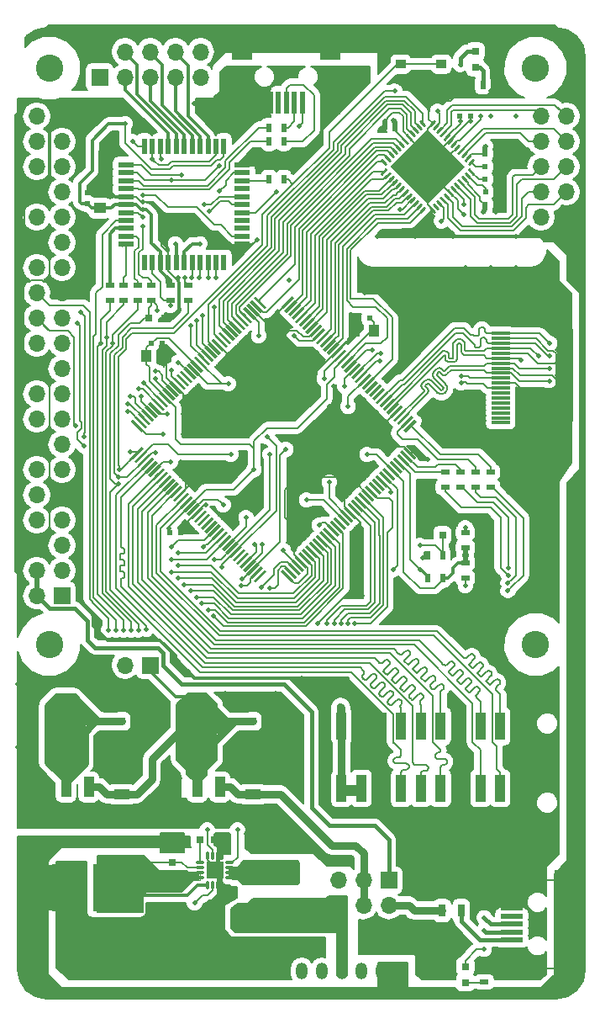
<source format=gtl>
G04 #@! TF.FileFunction,Copper,L1,Top,Signal*
%FSLAX46Y46*%
G04 Gerber Fmt 4.6, Leading zero omitted, Abs format (unit mm)*
G04 Created by KiCad (PCBNEW 4.0.0-rc1-stable) date 29/09/2017 04:45:12 p.m.*
%MOMM*%
G01*
G04 APERTURE LIST*
%ADD10C,0.100000*%
%ADD11R,1.700000X1.700000*%
%ADD12O,1.700000X1.700000*%
%ADD13C,2.750000*%
%ADD14C,0.280000*%
%ADD15C,0.635000*%
%ADD16R,0.600000X0.500000*%
%ADD17C,4.800600*%
%ADD18R,4.800600X4.800600*%
%ADD19R,1.200000X1.700000*%
%ADD20O,1.200000X1.700000*%
%ADD21R,2.301240X0.500380*%
%ADD22R,2.499360X1.998980*%
%ADD23R,3.657600X2.032000*%
%ADD24R,1.016000X2.032000*%
%ADD25R,2.500000X1.000000*%
%ADD26R,0.750000X0.800000*%
%ADD27R,4.200000X1.500000*%
%ADD28R,0.500000X0.900000*%
%ADD29R,0.900000X0.500000*%
%ADD30O,0.848360X0.279400*%
%ADD31O,0.850900X0.279400*%
%ADD32O,0.279400X0.850900*%
%ADD33R,1.701800X1.701800*%
%ADD34R,0.800000X0.750000*%
%ADD35R,0.800000X0.800000*%
%ADD36C,0.508000*%
%ADD37C,2.000000*%
%ADD38R,1.900000X0.300000*%
%ADD39R,1.000000X1.250000*%
%ADD40R,0.700000X1.300000*%
%ADD41R,1.600000X1.000000*%
%ADD42R,1.000000X2.750000*%
%ADD43R,1.000000X0.900000*%
%ADD44R,1.250000X1.000000*%
%ADD45R,0.500000X0.600000*%
%ADD46R,0.500380X2.301240*%
%ADD47R,1.998980X2.499360*%
%ADD48R,1.600000X0.560000*%
%ADD49R,0.560000X1.600000*%
%ADD50C,0.500000*%
%ADD51C,0.700000*%
%ADD52C,0.200000*%
%ADD53C,0.300000*%
%ADD54C,0.700000*%
%ADD55C,0.400000*%
%ADD56C,0.500000*%
%ADD57C,0.800000*%
%ADD58C,0.125000*%
%ADD59C,0.150000*%
G04 APERTURE END LIST*
D10*
D11*
X116929060Y-64095580D03*
D12*
X116929060Y-61555580D03*
X119469060Y-64095580D03*
X119469060Y-61555580D03*
X122009060Y-64095580D03*
X122009060Y-61555580D03*
X124549060Y-64095580D03*
X124549060Y-61555580D03*
X127089060Y-64095580D03*
X127089060Y-61555580D03*
D13*
X160838440Y-63189700D03*
D10*
G36*
X132422128Y-86349411D02*
X132634260Y-86137279D01*
X133730276Y-87233295D01*
X133518144Y-87445427D01*
X132422128Y-86349411D01*
X132422128Y-86349411D01*
G37*
G36*
X132068574Y-86702964D02*
X132280706Y-86490832D01*
X133376722Y-87586848D01*
X133164590Y-87798980D01*
X132068574Y-86702964D01*
X132068574Y-86702964D01*
G37*
G36*
X131715021Y-87056518D02*
X131927153Y-86844386D01*
X133023169Y-87940402D01*
X132811037Y-88152534D01*
X131715021Y-87056518D01*
X131715021Y-87056518D01*
G37*
G36*
X131361468Y-87410071D02*
X131573600Y-87197939D01*
X132669616Y-88293955D01*
X132457484Y-88506087D01*
X131361468Y-87410071D01*
X131361468Y-87410071D01*
G37*
G36*
X131007914Y-87763625D02*
X131220046Y-87551493D01*
X132316062Y-88647509D01*
X132103930Y-88859641D01*
X131007914Y-87763625D01*
X131007914Y-87763625D01*
G37*
G36*
X130654361Y-88117178D02*
X130866493Y-87905046D01*
X131962509Y-89001062D01*
X131750377Y-89213194D01*
X130654361Y-88117178D01*
X130654361Y-88117178D01*
G37*
G36*
X130300807Y-88470731D02*
X130512939Y-88258599D01*
X131608955Y-89354615D01*
X131396823Y-89566747D01*
X130300807Y-88470731D01*
X130300807Y-88470731D01*
G37*
G36*
X129947254Y-88824285D02*
X130159386Y-88612153D01*
X131255402Y-89708169D01*
X131043270Y-89920301D01*
X129947254Y-88824285D01*
X129947254Y-88824285D01*
G37*
G36*
X129593701Y-89177838D02*
X129805833Y-88965706D01*
X130901849Y-90061722D01*
X130689717Y-90273854D01*
X129593701Y-89177838D01*
X129593701Y-89177838D01*
G37*
G36*
X129240147Y-89531392D02*
X129452279Y-89319260D01*
X130548295Y-90415276D01*
X130336163Y-90627408D01*
X129240147Y-89531392D01*
X129240147Y-89531392D01*
G37*
G36*
X128886594Y-89884945D02*
X129098726Y-89672813D01*
X130194742Y-90768829D01*
X129982610Y-90980961D01*
X128886594Y-89884945D01*
X128886594Y-89884945D01*
G37*
G36*
X128533040Y-90238498D02*
X128745172Y-90026366D01*
X129841188Y-91122382D01*
X129629056Y-91334514D01*
X128533040Y-90238498D01*
X128533040Y-90238498D01*
G37*
G36*
X128179487Y-90592052D02*
X128391619Y-90379920D01*
X129487635Y-91475936D01*
X129275503Y-91688068D01*
X128179487Y-90592052D01*
X128179487Y-90592052D01*
G37*
G36*
X127825934Y-90945605D02*
X128038066Y-90733473D01*
X129134082Y-91829489D01*
X128921950Y-92041621D01*
X127825934Y-90945605D01*
X127825934Y-90945605D01*
G37*
G36*
X127472380Y-91299159D02*
X127684512Y-91087027D01*
X128780528Y-92183043D01*
X128568396Y-92395175D01*
X127472380Y-91299159D01*
X127472380Y-91299159D01*
G37*
G36*
X127118827Y-91652712D02*
X127330959Y-91440580D01*
X128426975Y-92536596D01*
X128214843Y-92748728D01*
X127118827Y-91652712D01*
X127118827Y-91652712D01*
G37*
G36*
X126765274Y-92006265D02*
X126977406Y-91794133D01*
X128073422Y-92890149D01*
X127861290Y-93102281D01*
X126765274Y-92006265D01*
X126765274Y-92006265D01*
G37*
G36*
X126411720Y-92359819D02*
X126623852Y-92147687D01*
X127719868Y-93243703D01*
X127507736Y-93455835D01*
X126411720Y-92359819D01*
X126411720Y-92359819D01*
G37*
G36*
X126058167Y-92713372D02*
X126270299Y-92501240D01*
X127366315Y-93597256D01*
X127154183Y-93809388D01*
X126058167Y-92713372D01*
X126058167Y-92713372D01*
G37*
G36*
X125704613Y-93066926D02*
X125916745Y-92854794D01*
X127012761Y-93950810D01*
X126800629Y-94162942D01*
X125704613Y-93066926D01*
X125704613Y-93066926D01*
G37*
G36*
X125351060Y-93420479D02*
X125563192Y-93208347D01*
X126659208Y-94304363D01*
X126447076Y-94516495D01*
X125351060Y-93420479D01*
X125351060Y-93420479D01*
G37*
G36*
X124997507Y-93774032D02*
X125209639Y-93561900D01*
X126305655Y-94657916D01*
X126093523Y-94870048D01*
X124997507Y-93774032D01*
X124997507Y-93774032D01*
G37*
G36*
X124643953Y-94127586D02*
X124856085Y-93915454D01*
X125952101Y-95011470D01*
X125739969Y-95223602D01*
X124643953Y-94127586D01*
X124643953Y-94127586D01*
G37*
G36*
X124290400Y-94481139D02*
X124502532Y-94269007D01*
X125598548Y-95365023D01*
X125386416Y-95577155D01*
X124290400Y-94481139D01*
X124290400Y-94481139D01*
G37*
G36*
X123936846Y-94834692D02*
X124148978Y-94622560D01*
X125244994Y-95718576D01*
X125032862Y-95930708D01*
X123936846Y-94834692D01*
X123936846Y-94834692D01*
G37*
G36*
X123583293Y-95188246D02*
X123795425Y-94976114D01*
X124891441Y-96072130D01*
X124679309Y-96284262D01*
X123583293Y-95188246D01*
X123583293Y-95188246D01*
G37*
G36*
X123229740Y-95541799D02*
X123441872Y-95329667D01*
X124537888Y-96425683D01*
X124325756Y-96637815D01*
X123229740Y-95541799D01*
X123229740Y-95541799D01*
G37*
G36*
X122876186Y-95895353D02*
X123088318Y-95683221D01*
X124184334Y-96779237D01*
X123972202Y-96991369D01*
X122876186Y-95895353D01*
X122876186Y-95895353D01*
G37*
G36*
X122522633Y-96248906D02*
X122734765Y-96036774D01*
X123830781Y-97132790D01*
X123618649Y-97344922D01*
X122522633Y-96248906D01*
X122522633Y-96248906D01*
G37*
G36*
X122169079Y-96602459D02*
X122381211Y-96390327D01*
X123477227Y-97486343D01*
X123265095Y-97698475D01*
X122169079Y-96602459D01*
X122169079Y-96602459D01*
G37*
G36*
X121815526Y-96956013D02*
X122027658Y-96743881D01*
X123123674Y-97839897D01*
X122911542Y-98052029D01*
X121815526Y-96956013D01*
X121815526Y-96956013D01*
G37*
G36*
X121461973Y-97309566D02*
X121674105Y-97097434D01*
X122770121Y-98193450D01*
X122557989Y-98405582D01*
X121461973Y-97309566D01*
X121461973Y-97309566D01*
G37*
G36*
X121108419Y-97663120D02*
X121320551Y-97450988D01*
X122416567Y-98547004D01*
X122204435Y-98759136D01*
X121108419Y-97663120D01*
X121108419Y-97663120D01*
G37*
G36*
X120754866Y-98016673D02*
X120966998Y-97804541D01*
X122063014Y-98900557D01*
X121850882Y-99112689D01*
X120754866Y-98016673D01*
X120754866Y-98016673D01*
G37*
G36*
X120401312Y-98370226D02*
X120613444Y-98158094D01*
X121709460Y-99254110D01*
X121497328Y-99466242D01*
X120401312Y-98370226D01*
X120401312Y-98370226D01*
G37*
G36*
X120047759Y-98723780D02*
X120259891Y-98511648D01*
X121355907Y-99607664D01*
X121143775Y-99819796D01*
X120047759Y-98723780D01*
X120047759Y-98723780D01*
G37*
G36*
X120259891Y-102577512D02*
X120047759Y-102365380D01*
X121143775Y-101269364D01*
X121355907Y-101481496D01*
X120259891Y-102577512D01*
X120259891Y-102577512D01*
G37*
G36*
X120613444Y-102931066D02*
X120401312Y-102718934D01*
X121497328Y-101622918D01*
X121709460Y-101835050D01*
X120613444Y-102931066D01*
X120613444Y-102931066D01*
G37*
G36*
X120966998Y-103284619D02*
X120754866Y-103072487D01*
X121850882Y-101976471D01*
X122063014Y-102188603D01*
X120966998Y-103284619D01*
X120966998Y-103284619D01*
G37*
G36*
X121320551Y-103638172D02*
X121108419Y-103426040D01*
X122204435Y-102330024D01*
X122416567Y-102542156D01*
X121320551Y-103638172D01*
X121320551Y-103638172D01*
G37*
G36*
X121674105Y-103991726D02*
X121461973Y-103779594D01*
X122557989Y-102683578D01*
X122770121Y-102895710D01*
X121674105Y-103991726D01*
X121674105Y-103991726D01*
G37*
G36*
X122027658Y-104345279D02*
X121815526Y-104133147D01*
X122911542Y-103037131D01*
X123123674Y-103249263D01*
X122027658Y-104345279D01*
X122027658Y-104345279D01*
G37*
G36*
X122381211Y-104698833D02*
X122169079Y-104486701D01*
X123265095Y-103390685D01*
X123477227Y-103602817D01*
X122381211Y-104698833D01*
X122381211Y-104698833D01*
G37*
G36*
X122734765Y-105052386D02*
X122522633Y-104840254D01*
X123618649Y-103744238D01*
X123830781Y-103956370D01*
X122734765Y-105052386D01*
X122734765Y-105052386D01*
G37*
G36*
X123088318Y-105405939D02*
X122876186Y-105193807D01*
X123972202Y-104097791D01*
X124184334Y-104309923D01*
X123088318Y-105405939D01*
X123088318Y-105405939D01*
G37*
G36*
X123441872Y-105759493D02*
X123229740Y-105547361D01*
X124325756Y-104451345D01*
X124537888Y-104663477D01*
X123441872Y-105759493D01*
X123441872Y-105759493D01*
G37*
G36*
X123795425Y-106113046D02*
X123583293Y-105900914D01*
X124679309Y-104804898D01*
X124891441Y-105017030D01*
X123795425Y-106113046D01*
X123795425Y-106113046D01*
G37*
G36*
X124148978Y-106466600D02*
X123936846Y-106254468D01*
X125032862Y-105158452D01*
X125244994Y-105370584D01*
X124148978Y-106466600D01*
X124148978Y-106466600D01*
G37*
G36*
X124502532Y-106820153D02*
X124290400Y-106608021D01*
X125386416Y-105512005D01*
X125598548Y-105724137D01*
X124502532Y-106820153D01*
X124502532Y-106820153D01*
G37*
G36*
X124856085Y-107173706D02*
X124643953Y-106961574D01*
X125739969Y-105865558D01*
X125952101Y-106077690D01*
X124856085Y-107173706D01*
X124856085Y-107173706D01*
G37*
G36*
X125209639Y-107527260D02*
X124997507Y-107315128D01*
X126093523Y-106219112D01*
X126305655Y-106431244D01*
X125209639Y-107527260D01*
X125209639Y-107527260D01*
G37*
G36*
X125563192Y-107880813D02*
X125351060Y-107668681D01*
X126447076Y-106572665D01*
X126659208Y-106784797D01*
X125563192Y-107880813D01*
X125563192Y-107880813D01*
G37*
G36*
X125916745Y-108234366D02*
X125704613Y-108022234D01*
X126800629Y-106926218D01*
X127012761Y-107138350D01*
X125916745Y-108234366D01*
X125916745Y-108234366D01*
G37*
G36*
X126270299Y-108587920D02*
X126058167Y-108375788D01*
X127154183Y-107279772D01*
X127366315Y-107491904D01*
X126270299Y-108587920D01*
X126270299Y-108587920D01*
G37*
G36*
X126623852Y-108941473D02*
X126411720Y-108729341D01*
X127507736Y-107633325D01*
X127719868Y-107845457D01*
X126623852Y-108941473D01*
X126623852Y-108941473D01*
G37*
G36*
X126977406Y-109295027D02*
X126765274Y-109082895D01*
X127861290Y-107986879D01*
X128073422Y-108199011D01*
X126977406Y-109295027D01*
X126977406Y-109295027D01*
G37*
G36*
X127330959Y-109648580D02*
X127118827Y-109436448D01*
X128214843Y-108340432D01*
X128426975Y-108552564D01*
X127330959Y-109648580D01*
X127330959Y-109648580D01*
G37*
G36*
X127684512Y-110002133D02*
X127472380Y-109790001D01*
X128568396Y-108693985D01*
X128780528Y-108906117D01*
X127684512Y-110002133D01*
X127684512Y-110002133D01*
G37*
G36*
X128038066Y-110355687D02*
X127825934Y-110143555D01*
X128921950Y-109047539D01*
X129134082Y-109259671D01*
X128038066Y-110355687D01*
X128038066Y-110355687D01*
G37*
G36*
X128391619Y-110709240D02*
X128179487Y-110497108D01*
X129275503Y-109401092D01*
X129487635Y-109613224D01*
X128391619Y-110709240D01*
X128391619Y-110709240D01*
G37*
G36*
X128745172Y-111062794D02*
X128533040Y-110850662D01*
X129629056Y-109754646D01*
X129841188Y-109966778D01*
X128745172Y-111062794D01*
X128745172Y-111062794D01*
G37*
G36*
X129098726Y-111416347D02*
X128886594Y-111204215D01*
X129982610Y-110108199D01*
X130194742Y-110320331D01*
X129098726Y-111416347D01*
X129098726Y-111416347D01*
G37*
G36*
X129452279Y-111769900D02*
X129240147Y-111557768D01*
X130336163Y-110461752D01*
X130548295Y-110673884D01*
X129452279Y-111769900D01*
X129452279Y-111769900D01*
G37*
G36*
X129805833Y-112123454D02*
X129593701Y-111911322D01*
X130689717Y-110815306D01*
X130901849Y-111027438D01*
X129805833Y-112123454D01*
X129805833Y-112123454D01*
G37*
G36*
X130159386Y-112477007D02*
X129947254Y-112264875D01*
X131043270Y-111168859D01*
X131255402Y-111380991D01*
X130159386Y-112477007D01*
X130159386Y-112477007D01*
G37*
G36*
X130512939Y-112830561D02*
X130300807Y-112618429D01*
X131396823Y-111522413D01*
X131608955Y-111734545D01*
X130512939Y-112830561D01*
X130512939Y-112830561D01*
G37*
G36*
X130866493Y-113184114D02*
X130654361Y-112971982D01*
X131750377Y-111875966D01*
X131962509Y-112088098D01*
X130866493Y-113184114D01*
X130866493Y-113184114D01*
G37*
G36*
X131220046Y-113537667D02*
X131007914Y-113325535D01*
X132103930Y-112229519D01*
X132316062Y-112441651D01*
X131220046Y-113537667D01*
X131220046Y-113537667D01*
G37*
G36*
X131573600Y-113891221D02*
X131361468Y-113679089D01*
X132457484Y-112583073D01*
X132669616Y-112795205D01*
X131573600Y-113891221D01*
X131573600Y-113891221D01*
G37*
G36*
X131927153Y-114244774D02*
X131715021Y-114032642D01*
X132811037Y-112936626D01*
X133023169Y-113148758D01*
X131927153Y-114244774D01*
X131927153Y-114244774D01*
G37*
G36*
X132280706Y-114598328D02*
X132068574Y-114386196D01*
X133164590Y-113290180D01*
X133376722Y-113502312D01*
X132280706Y-114598328D01*
X132280706Y-114598328D01*
G37*
G36*
X132634260Y-114951881D02*
X132422128Y-114739749D01*
X133518144Y-113643733D01*
X133730276Y-113855865D01*
X132634260Y-114951881D01*
X132634260Y-114951881D01*
G37*
G36*
X135179844Y-113855865D02*
X135391976Y-113643733D01*
X136487992Y-114739749D01*
X136275860Y-114951881D01*
X135179844Y-113855865D01*
X135179844Y-113855865D01*
G37*
G36*
X135533398Y-113502312D02*
X135745530Y-113290180D01*
X136841546Y-114386196D01*
X136629414Y-114598328D01*
X135533398Y-113502312D01*
X135533398Y-113502312D01*
G37*
G36*
X135886951Y-113148758D02*
X136099083Y-112936626D01*
X137195099Y-114032642D01*
X136982967Y-114244774D01*
X135886951Y-113148758D01*
X135886951Y-113148758D01*
G37*
G36*
X136240504Y-112795205D02*
X136452636Y-112583073D01*
X137548652Y-113679089D01*
X137336520Y-113891221D01*
X136240504Y-112795205D01*
X136240504Y-112795205D01*
G37*
G36*
X136594058Y-112441651D02*
X136806190Y-112229519D01*
X137902206Y-113325535D01*
X137690074Y-113537667D01*
X136594058Y-112441651D01*
X136594058Y-112441651D01*
G37*
G36*
X136947611Y-112088098D02*
X137159743Y-111875966D01*
X138255759Y-112971982D01*
X138043627Y-113184114D01*
X136947611Y-112088098D01*
X136947611Y-112088098D01*
G37*
G36*
X137301165Y-111734545D02*
X137513297Y-111522413D01*
X138609313Y-112618429D01*
X138397181Y-112830561D01*
X137301165Y-111734545D01*
X137301165Y-111734545D01*
G37*
G36*
X137654718Y-111380991D02*
X137866850Y-111168859D01*
X138962866Y-112264875D01*
X138750734Y-112477007D01*
X137654718Y-111380991D01*
X137654718Y-111380991D01*
G37*
G36*
X138008271Y-111027438D02*
X138220403Y-110815306D01*
X139316419Y-111911322D01*
X139104287Y-112123454D01*
X138008271Y-111027438D01*
X138008271Y-111027438D01*
G37*
G36*
X138361825Y-110673884D02*
X138573957Y-110461752D01*
X139669973Y-111557768D01*
X139457841Y-111769900D01*
X138361825Y-110673884D01*
X138361825Y-110673884D01*
G37*
G36*
X138715378Y-110320331D02*
X138927510Y-110108199D01*
X140023526Y-111204215D01*
X139811394Y-111416347D01*
X138715378Y-110320331D01*
X138715378Y-110320331D01*
G37*
G36*
X139068932Y-109966778D02*
X139281064Y-109754646D01*
X140377080Y-110850662D01*
X140164948Y-111062794D01*
X139068932Y-109966778D01*
X139068932Y-109966778D01*
G37*
G36*
X139422485Y-109613224D02*
X139634617Y-109401092D01*
X140730633Y-110497108D01*
X140518501Y-110709240D01*
X139422485Y-109613224D01*
X139422485Y-109613224D01*
G37*
G36*
X139776038Y-109259671D02*
X139988170Y-109047539D01*
X141084186Y-110143555D01*
X140872054Y-110355687D01*
X139776038Y-109259671D01*
X139776038Y-109259671D01*
G37*
G36*
X140129592Y-108906117D02*
X140341724Y-108693985D01*
X141437740Y-109790001D01*
X141225608Y-110002133D01*
X140129592Y-108906117D01*
X140129592Y-108906117D01*
G37*
G36*
X140483145Y-108552564D02*
X140695277Y-108340432D01*
X141791293Y-109436448D01*
X141579161Y-109648580D01*
X140483145Y-108552564D01*
X140483145Y-108552564D01*
G37*
G36*
X140836698Y-108199011D02*
X141048830Y-107986879D01*
X142144846Y-109082895D01*
X141932714Y-109295027D01*
X140836698Y-108199011D01*
X140836698Y-108199011D01*
G37*
G36*
X141190252Y-107845457D02*
X141402384Y-107633325D01*
X142498400Y-108729341D01*
X142286268Y-108941473D01*
X141190252Y-107845457D01*
X141190252Y-107845457D01*
G37*
G36*
X141543805Y-107491904D02*
X141755937Y-107279772D01*
X142851953Y-108375788D01*
X142639821Y-108587920D01*
X141543805Y-107491904D01*
X141543805Y-107491904D01*
G37*
G36*
X141897359Y-107138350D02*
X142109491Y-106926218D01*
X143205507Y-108022234D01*
X142993375Y-108234366D01*
X141897359Y-107138350D01*
X141897359Y-107138350D01*
G37*
G36*
X142250912Y-106784797D02*
X142463044Y-106572665D01*
X143559060Y-107668681D01*
X143346928Y-107880813D01*
X142250912Y-106784797D01*
X142250912Y-106784797D01*
G37*
G36*
X142604465Y-106431244D02*
X142816597Y-106219112D01*
X143912613Y-107315128D01*
X143700481Y-107527260D01*
X142604465Y-106431244D01*
X142604465Y-106431244D01*
G37*
G36*
X142958019Y-106077690D02*
X143170151Y-105865558D01*
X144266167Y-106961574D01*
X144054035Y-107173706D01*
X142958019Y-106077690D01*
X142958019Y-106077690D01*
G37*
G36*
X143311572Y-105724137D02*
X143523704Y-105512005D01*
X144619720Y-106608021D01*
X144407588Y-106820153D01*
X143311572Y-105724137D01*
X143311572Y-105724137D01*
G37*
G36*
X143665126Y-105370584D02*
X143877258Y-105158452D01*
X144973274Y-106254468D01*
X144761142Y-106466600D01*
X143665126Y-105370584D01*
X143665126Y-105370584D01*
G37*
G36*
X144018679Y-105017030D02*
X144230811Y-104804898D01*
X145326827Y-105900914D01*
X145114695Y-106113046D01*
X144018679Y-105017030D01*
X144018679Y-105017030D01*
G37*
G36*
X144372232Y-104663477D02*
X144584364Y-104451345D01*
X145680380Y-105547361D01*
X145468248Y-105759493D01*
X144372232Y-104663477D01*
X144372232Y-104663477D01*
G37*
G36*
X144725786Y-104309923D02*
X144937918Y-104097791D01*
X146033934Y-105193807D01*
X145821802Y-105405939D01*
X144725786Y-104309923D01*
X144725786Y-104309923D01*
G37*
G36*
X145079339Y-103956370D02*
X145291471Y-103744238D01*
X146387487Y-104840254D01*
X146175355Y-105052386D01*
X145079339Y-103956370D01*
X145079339Y-103956370D01*
G37*
G36*
X145432893Y-103602817D02*
X145645025Y-103390685D01*
X146741041Y-104486701D01*
X146528909Y-104698833D01*
X145432893Y-103602817D01*
X145432893Y-103602817D01*
G37*
G36*
X145786446Y-103249263D02*
X145998578Y-103037131D01*
X147094594Y-104133147D01*
X146882462Y-104345279D01*
X145786446Y-103249263D01*
X145786446Y-103249263D01*
G37*
G36*
X146139999Y-102895710D02*
X146352131Y-102683578D01*
X147448147Y-103779594D01*
X147236015Y-103991726D01*
X146139999Y-102895710D01*
X146139999Y-102895710D01*
G37*
G36*
X146493553Y-102542156D02*
X146705685Y-102330024D01*
X147801701Y-103426040D01*
X147589569Y-103638172D01*
X146493553Y-102542156D01*
X146493553Y-102542156D01*
G37*
G36*
X146847106Y-102188603D02*
X147059238Y-101976471D01*
X148155254Y-103072487D01*
X147943122Y-103284619D01*
X146847106Y-102188603D01*
X146847106Y-102188603D01*
G37*
G36*
X147200660Y-101835050D02*
X147412792Y-101622918D01*
X148508808Y-102718934D01*
X148296676Y-102931066D01*
X147200660Y-101835050D01*
X147200660Y-101835050D01*
G37*
G36*
X147554213Y-101481496D02*
X147766345Y-101269364D01*
X148862361Y-102365380D01*
X148650229Y-102577512D01*
X147554213Y-101481496D01*
X147554213Y-101481496D01*
G37*
G36*
X147766345Y-99819796D02*
X147554213Y-99607664D01*
X148650229Y-98511648D01*
X148862361Y-98723780D01*
X147766345Y-99819796D01*
X147766345Y-99819796D01*
G37*
G36*
X147412792Y-99466242D02*
X147200660Y-99254110D01*
X148296676Y-98158094D01*
X148508808Y-98370226D01*
X147412792Y-99466242D01*
X147412792Y-99466242D01*
G37*
G36*
X147059238Y-99112689D02*
X146847106Y-98900557D01*
X147943122Y-97804541D01*
X148155254Y-98016673D01*
X147059238Y-99112689D01*
X147059238Y-99112689D01*
G37*
G36*
X146705685Y-98759136D02*
X146493553Y-98547004D01*
X147589569Y-97450988D01*
X147801701Y-97663120D01*
X146705685Y-98759136D01*
X146705685Y-98759136D01*
G37*
G36*
X146352131Y-98405582D02*
X146139999Y-98193450D01*
X147236015Y-97097434D01*
X147448147Y-97309566D01*
X146352131Y-98405582D01*
X146352131Y-98405582D01*
G37*
G36*
X145998578Y-98052029D02*
X145786446Y-97839897D01*
X146882462Y-96743881D01*
X147094594Y-96956013D01*
X145998578Y-98052029D01*
X145998578Y-98052029D01*
G37*
G36*
X145645025Y-97698475D02*
X145432893Y-97486343D01*
X146528909Y-96390327D01*
X146741041Y-96602459D01*
X145645025Y-97698475D01*
X145645025Y-97698475D01*
G37*
G36*
X145291471Y-97344922D02*
X145079339Y-97132790D01*
X146175355Y-96036774D01*
X146387487Y-96248906D01*
X145291471Y-97344922D01*
X145291471Y-97344922D01*
G37*
G36*
X144937918Y-96991369D02*
X144725786Y-96779237D01*
X145821802Y-95683221D01*
X146033934Y-95895353D01*
X144937918Y-96991369D01*
X144937918Y-96991369D01*
G37*
G36*
X144584364Y-96637815D02*
X144372232Y-96425683D01*
X145468248Y-95329667D01*
X145680380Y-95541799D01*
X144584364Y-96637815D01*
X144584364Y-96637815D01*
G37*
G36*
X144230811Y-96284262D02*
X144018679Y-96072130D01*
X145114695Y-94976114D01*
X145326827Y-95188246D01*
X144230811Y-96284262D01*
X144230811Y-96284262D01*
G37*
G36*
X143877258Y-95930708D02*
X143665126Y-95718576D01*
X144761142Y-94622560D01*
X144973274Y-94834692D01*
X143877258Y-95930708D01*
X143877258Y-95930708D01*
G37*
G36*
X143523704Y-95577155D02*
X143311572Y-95365023D01*
X144407588Y-94269007D01*
X144619720Y-94481139D01*
X143523704Y-95577155D01*
X143523704Y-95577155D01*
G37*
G36*
X143170151Y-95223602D02*
X142958019Y-95011470D01*
X144054035Y-93915454D01*
X144266167Y-94127586D01*
X143170151Y-95223602D01*
X143170151Y-95223602D01*
G37*
G36*
X142816597Y-94870048D02*
X142604465Y-94657916D01*
X143700481Y-93561900D01*
X143912613Y-93774032D01*
X142816597Y-94870048D01*
X142816597Y-94870048D01*
G37*
G36*
X142463044Y-94516495D02*
X142250912Y-94304363D01*
X143346928Y-93208347D01*
X143559060Y-93420479D01*
X142463044Y-94516495D01*
X142463044Y-94516495D01*
G37*
G36*
X142109491Y-94162942D02*
X141897359Y-93950810D01*
X142993375Y-92854794D01*
X143205507Y-93066926D01*
X142109491Y-94162942D01*
X142109491Y-94162942D01*
G37*
G36*
X141755937Y-93809388D02*
X141543805Y-93597256D01*
X142639821Y-92501240D01*
X142851953Y-92713372D01*
X141755937Y-93809388D01*
X141755937Y-93809388D01*
G37*
G36*
X141402384Y-93455835D02*
X141190252Y-93243703D01*
X142286268Y-92147687D01*
X142498400Y-92359819D01*
X141402384Y-93455835D01*
X141402384Y-93455835D01*
G37*
G36*
X141048830Y-93102281D02*
X140836698Y-92890149D01*
X141932714Y-91794133D01*
X142144846Y-92006265D01*
X141048830Y-93102281D01*
X141048830Y-93102281D01*
G37*
G36*
X140695277Y-92748728D02*
X140483145Y-92536596D01*
X141579161Y-91440580D01*
X141791293Y-91652712D01*
X140695277Y-92748728D01*
X140695277Y-92748728D01*
G37*
G36*
X140341724Y-92395175D02*
X140129592Y-92183043D01*
X141225608Y-91087027D01*
X141437740Y-91299159D01*
X140341724Y-92395175D01*
X140341724Y-92395175D01*
G37*
G36*
X139988170Y-92041621D02*
X139776038Y-91829489D01*
X140872054Y-90733473D01*
X141084186Y-90945605D01*
X139988170Y-92041621D01*
X139988170Y-92041621D01*
G37*
G36*
X139634617Y-91688068D02*
X139422485Y-91475936D01*
X140518501Y-90379920D01*
X140730633Y-90592052D01*
X139634617Y-91688068D01*
X139634617Y-91688068D01*
G37*
G36*
X139281064Y-91334514D02*
X139068932Y-91122382D01*
X140164948Y-90026366D01*
X140377080Y-90238498D01*
X139281064Y-91334514D01*
X139281064Y-91334514D01*
G37*
G36*
X138927510Y-90980961D02*
X138715378Y-90768829D01*
X139811394Y-89672813D01*
X140023526Y-89884945D01*
X138927510Y-90980961D01*
X138927510Y-90980961D01*
G37*
G36*
X138573957Y-90627408D02*
X138361825Y-90415276D01*
X139457841Y-89319260D01*
X139669973Y-89531392D01*
X138573957Y-90627408D01*
X138573957Y-90627408D01*
G37*
G36*
X138220403Y-90273854D02*
X138008271Y-90061722D01*
X139104287Y-88965706D01*
X139316419Y-89177838D01*
X138220403Y-90273854D01*
X138220403Y-90273854D01*
G37*
G36*
X137866850Y-89920301D02*
X137654718Y-89708169D01*
X138750734Y-88612153D01*
X138962866Y-88824285D01*
X137866850Y-89920301D01*
X137866850Y-89920301D01*
G37*
G36*
X137513297Y-89566747D02*
X137301165Y-89354615D01*
X138397181Y-88258599D01*
X138609313Y-88470731D01*
X137513297Y-89566747D01*
X137513297Y-89566747D01*
G37*
G36*
X137159743Y-89213194D02*
X136947611Y-89001062D01*
X138043627Y-87905046D01*
X138255759Y-88117178D01*
X137159743Y-89213194D01*
X137159743Y-89213194D01*
G37*
G36*
X136806190Y-88859641D02*
X136594058Y-88647509D01*
X137690074Y-87551493D01*
X137902206Y-87763625D01*
X136806190Y-88859641D01*
X136806190Y-88859641D01*
G37*
G36*
X136452636Y-88506087D02*
X136240504Y-88293955D01*
X137336520Y-87197939D01*
X137548652Y-87410071D01*
X136452636Y-88506087D01*
X136452636Y-88506087D01*
G37*
G36*
X136099083Y-88152534D02*
X135886951Y-87940402D01*
X136982967Y-86844386D01*
X137195099Y-87056518D01*
X136099083Y-88152534D01*
X136099083Y-88152534D01*
G37*
G36*
X135745530Y-87798980D02*
X135533398Y-87586848D01*
X136629414Y-86490832D01*
X136841546Y-86702964D01*
X135745530Y-87798980D01*
X135745530Y-87798980D01*
G37*
G36*
X135391976Y-87445427D02*
X135179844Y-87233295D01*
X136275860Y-86137279D01*
X136487992Y-86349411D01*
X135391976Y-87445427D01*
X135391976Y-87445427D01*
G37*
D14*
X154552325Y-72398402D02*
X154113919Y-72836808D01*
X154198772Y-72044849D02*
X153760366Y-72483255D01*
X153845218Y-71691295D02*
X153406812Y-72129701D01*
X153491665Y-71337742D02*
X153053259Y-71776148D01*
X153138111Y-70984189D02*
X152699705Y-71422595D01*
X152784558Y-70630635D02*
X152346152Y-71069041D01*
X152431005Y-70277082D02*
X151992599Y-70715488D01*
X152077451Y-69923529D02*
X151639045Y-70361935D01*
X151723898Y-69569975D02*
X151285492Y-70008381D01*
X151370345Y-69216422D02*
X150931939Y-69654828D01*
X151016791Y-68862868D02*
X150578385Y-69301274D01*
X150663238Y-68509315D02*
X150224832Y-68947721D01*
X149234882Y-68509315D02*
X149673288Y-68947721D01*
X148881329Y-68862868D02*
X149319735Y-69301274D01*
X148527775Y-69216422D02*
X148966181Y-69654828D01*
X148174222Y-69569975D02*
X148612628Y-70008381D01*
X147820669Y-69923529D02*
X148259075Y-70361935D01*
X147467115Y-70277082D02*
X147905521Y-70715488D01*
X147113562Y-70630635D02*
X147551968Y-71069041D01*
X146760009Y-70984189D02*
X147198415Y-71422595D01*
X146406455Y-71337742D02*
X146844861Y-71776148D01*
X146052902Y-71691295D02*
X146491308Y-72129701D01*
X145699348Y-72044849D02*
X146137754Y-72483255D01*
X145345795Y-72398402D02*
X145784201Y-72836808D01*
X145784201Y-73388352D02*
X145345795Y-73826758D01*
X146137754Y-73741905D02*
X145699348Y-74180311D01*
X146491308Y-74095459D02*
X146052902Y-74533865D01*
X146844861Y-74449012D02*
X146406455Y-74887418D01*
X147198415Y-74802565D02*
X146760009Y-75240971D01*
X147551968Y-75156119D02*
X147113562Y-75594525D01*
X147905521Y-75509672D02*
X147467115Y-75948078D01*
X148259075Y-75863225D02*
X147820669Y-76301631D01*
X148612628Y-76216779D02*
X148174222Y-76655185D01*
X148966181Y-76570332D02*
X148527775Y-77008738D01*
X149319735Y-76923886D02*
X148881329Y-77362292D01*
X149673288Y-77277439D02*
X149234882Y-77715845D01*
X150224832Y-77277439D02*
X150663238Y-77715845D01*
X150578385Y-76923886D02*
X151016791Y-77362292D01*
X150931939Y-76570332D02*
X151370345Y-77008738D01*
X151285492Y-76216779D02*
X151723898Y-76655185D01*
X151639045Y-75863225D02*
X152077451Y-76301631D01*
X151992599Y-75509672D02*
X152431005Y-75948078D01*
X152346152Y-75156119D02*
X152784558Y-75594525D01*
X152699705Y-74802565D02*
X153138111Y-75240971D01*
X153053259Y-74449012D02*
X153491665Y-74887418D01*
X153406812Y-74095459D02*
X153845218Y-74533865D01*
X153760366Y-73741905D02*
X154198772Y-74180311D01*
X154113919Y-73388352D02*
X154552325Y-73826758D01*
D10*
G36*
X149949060Y-69364914D02*
X153696726Y-73112580D01*
X149949060Y-76860246D01*
X146201394Y-73112580D01*
X149949060Y-69364914D01*
X149949060Y-69364914D01*
G37*
D15*
X149949060Y-73112580D03*
X151115786Y-71945854D03*
X152282512Y-73112580D03*
X151115786Y-74279306D03*
X149949060Y-75446032D03*
X148782334Y-74279306D03*
X147615608Y-73112580D03*
X148782334Y-71945854D03*
X149949060Y-70779128D03*
D10*
G36*
X152282512Y-71945854D02*
X153449238Y-73112580D01*
X152282512Y-74279306D01*
X151115786Y-73112580D01*
X152282512Y-71945854D01*
X152282512Y-71945854D01*
G37*
G36*
X151115786Y-73112580D02*
X152282512Y-74279306D01*
X151115786Y-75446032D01*
X149949060Y-74279306D01*
X151115786Y-73112580D01*
X151115786Y-73112580D01*
G37*
G36*
X149949060Y-74279306D02*
X151115786Y-75446032D01*
X149949060Y-76612758D01*
X148782334Y-75446032D01*
X149949060Y-74279306D01*
X149949060Y-74279306D01*
G37*
G36*
X151115786Y-70779128D02*
X152282512Y-71945854D01*
X151115786Y-73112580D01*
X149949060Y-71945854D01*
X151115786Y-70779128D01*
X151115786Y-70779128D01*
G37*
G36*
X149949060Y-71945854D02*
X151115786Y-73112580D01*
X149949060Y-74279306D01*
X148782334Y-73112580D01*
X149949060Y-71945854D01*
X149949060Y-71945854D01*
G37*
G36*
X148782334Y-73112580D02*
X149949060Y-74279306D01*
X148782334Y-75446032D01*
X147615608Y-74279306D01*
X148782334Y-73112580D01*
X148782334Y-73112580D01*
G37*
G36*
X149949060Y-69612402D02*
X151115786Y-70779128D01*
X149949060Y-71945854D01*
X148782334Y-70779128D01*
X149949060Y-69612402D01*
X149949060Y-69612402D01*
G37*
G36*
X148782334Y-70779128D02*
X149949060Y-71945854D01*
X148782334Y-73112580D01*
X147615608Y-71945854D01*
X148782334Y-70779128D01*
X148782334Y-70779128D01*
G37*
G36*
X147615608Y-71945854D02*
X148782334Y-73112580D01*
X147615608Y-74279306D01*
X146448882Y-73112580D01*
X147615608Y-71945854D01*
X147615608Y-71945854D01*
G37*
D16*
X144149060Y-88352580D03*
X143049060Y-88352580D03*
D13*
X160838440Y-121189700D03*
X111838900Y-121189700D03*
D11*
X113119060Y-116292580D03*
D12*
X110579060Y-116292580D03*
X113119060Y-113752580D03*
X110579060Y-113752580D03*
X113119060Y-111212580D03*
X110579060Y-111212580D03*
X113119060Y-108672580D03*
X110579060Y-108672580D03*
X113119060Y-106132580D03*
X110579060Y-106132580D03*
X113119060Y-103592580D03*
X110579060Y-103592580D03*
X113119060Y-101052580D03*
X110579060Y-101052580D03*
X113119060Y-98512580D03*
X110579060Y-98512580D03*
X113119060Y-95972580D03*
X110579060Y-95972580D03*
X113119060Y-93432580D03*
X110579060Y-93432580D03*
X113119060Y-90892580D03*
X110579060Y-90892580D03*
X113119060Y-88352580D03*
X110579060Y-88352580D03*
X113119060Y-85812580D03*
X110579060Y-85812580D03*
X113119060Y-83272580D03*
X110579060Y-83272580D03*
X113119060Y-80732580D03*
X110579060Y-80732580D03*
X113119060Y-78192580D03*
X110579060Y-78192580D03*
X113119060Y-75652580D03*
X110579060Y-75652580D03*
X113119060Y-73112580D03*
X110579060Y-73112580D03*
X113119060Y-70572580D03*
X110579060Y-70572580D03*
X113119060Y-68032580D03*
X110579060Y-68032580D03*
D17*
X112512000Y-145688000D03*
D18*
X118608000Y-145688000D03*
D17*
X114798000Y-150768000D03*
D13*
X111838440Y-63189700D03*
D19*
X147310000Y-154070000D03*
D20*
X145310000Y-154070000D03*
X143310000Y-154070000D03*
X141310000Y-154070000D03*
X139310000Y-154070000D03*
X137310000Y-154070000D03*
D11*
X163919060Y-78192000D03*
D12*
X161379060Y-78192000D03*
X163919060Y-75652000D03*
X161379060Y-75652000D03*
X163919060Y-73112000D03*
X161379060Y-73112000D03*
X163919060Y-70572000D03*
X161379060Y-70572000D03*
X163919060Y-68032000D03*
X161379060Y-68032000D03*
D21*
X158435680Y-150912200D03*
X158435680Y-150112100D03*
X158435680Y-149312000D03*
X158435680Y-148511900D03*
X158435680Y-147711800D03*
D22*
X158534740Y-153762080D03*
X164033840Y-153762080D03*
X158534740Y-144861920D03*
X164033840Y-144861920D03*
D23*
X126736000Y-128924000D03*
D24*
X126736000Y-135528000D03*
X129022000Y-135528000D03*
X124450000Y-135528000D03*
D23*
X113528000Y-128924000D03*
D24*
X113528000Y-135528000D03*
X115814000Y-135528000D03*
X111242000Y-135528000D03*
D25*
X123688000Y-145458000D03*
X123688000Y-148458000D03*
D26*
X124196000Y-143136000D03*
X124196000Y-141636000D03*
D27*
X134864000Y-147742000D03*
X134864000Y-144142000D03*
D28*
X151461060Y-112228580D03*
X149961060Y-112228580D03*
X151461060Y-114514580D03*
X149961060Y-114514580D03*
D29*
X153759060Y-109954580D03*
X153759060Y-111454580D03*
X153759060Y-114502580D03*
X153759060Y-113002580D03*
D30*
X129994820Y-144659300D03*
D31*
X129994820Y-144164000D03*
X129994820Y-143656000D03*
X129994820Y-143160700D03*
D32*
X129263300Y-142429180D03*
X128768000Y-142429180D03*
X128260000Y-142424100D03*
X127764700Y-142429180D03*
D31*
X127033180Y-143160700D03*
X127033180Y-143656000D03*
X127033180Y-144164000D03*
X127033180Y-144659300D03*
D32*
X127764700Y-145390820D03*
X128260000Y-145390820D03*
X128768000Y-145390820D03*
X129263300Y-145390820D03*
D33*
X128514000Y-143910000D03*
D16*
X155791060Y-75652580D03*
X156891060Y-75652580D03*
X155749060Y-74382580D03*
X156849060Y-74382580D03*
X155749060Y-73112580D03*
X156849060Y-73112580D03*
D34*
X151461060Y-110196580D03*
X149961060Y-110196580D03*
D35*
X154773000Y-63117000D03*
X154773000Y-61517000D03*
X153757000Y-155192000D03*
X153757000Y-153592000D03*
D29*
X156299060Y-105358580D03*
X156299060Y-103858580D03*
X154775060Y-105358580D03*
X154775060Y-103858580D03*
X151727060Y-105358580D03*
X151727060Y-103858580D03*
X153251060Y-105358580D03*
X153251060Y-103858580D03*
D28*
X154023000Y-64857000D03*
X155523000Y-64857000D03*
D36*
X165187000Y-80732000D03*
X134610000Y-126130000D03*
X165187000Y-120102000D03*
X148677000Y-80097000D03*
X129784000Y-141370000D03*
X129530000Y-126130000D03*
X110577000Y-138517000D03*
X108672000Y-131532000D03*
X116830000Y-126130000D03*
X165187000Y-115022000D03*
X143599060Y-85812580D03*
X165187000Y-109942000D03*
X115657000Y-138517000D03*
X142329060Y-88352580D03*
X165187000Y-125182000D03*
X135342000Y-138517000D03*
X132324000Y-131718000D03*
X135977000Y-128992000D03*
X120737000Y-138517000D03*
X116927000Y-156297000D03*
X130038000Y-146196000D03*
X162647000Y-156297000D03*
X128514000Y-143910000D03*
X124958000Y-140544500D03*
X123434000Y-140544500D03*
X123277000Y-156297000D03*
X133437000Y-156297000D03*
X147409060Y-93432580D03*
X153759060Y-88352580D03*
X152487000Y-80097000D03*
X152743060Y-96734580D03*
X156299060Y-88352580D03*
X149949060Y-90892580D03*
X128357000Y-156297000D03*
X111847000Y-125182000D03*
X121910000Y-126130000D03*
X132324000Y-141692000D03*
X132167000Y-138517000D03*
X143599060Y-83272580D03*
X153759060Y-83272580D03*
X156299060Y-83272580D03*
X119116000Y-131718000D03*
X150457060Y-99020580D03*
X154775060Y-96734580D03*
D37*
X163182000Y-102484000D03*
X163182000Y-86784000D03*
X158232000Y-101884000D03*
X158232000Y-87384000D03*
D38*
X157332000Y-89884000D03*
X157332000Y-90384000D03*
X157332000Y-90884000D03*
X157332000Y-91384000D03*
X157332000Y-91884000D03*
X157332000Y-92384000D03*
X157332000Y-92884000D03*
X157332000Y-93384000D03*
X157332000Y-93884000D03*
X157332000Y-94384000D03*
X157332000Y-94884000D03*
X157332000Y-95384000D03*
X157332000Y-95884000D03*
X157332000Y-96384000D03*
X157332000Y-96884000D03*
X157332000Y-97384000D03*
X157332000Y-97884000D03*
X157332000Y-98384000D03*
X157332000Y-98884000D03*
D29*
X155662000Y-153642000D03*
X155662000Y-155142000D03*
D39*
X130784000Y-148482000D03*
X128784000Y-148482000D03*
D40*
X151440000Y-147974000D03*
X153340000Y-147974000D03*
D36*
X129784000Y-140544500D03*
X109942000Y-154392000D03*
X128006000Y-147212000D03*
X157470000Y-156297000D03*
D34*
X127002000Y-140862000D03*
X128502000Y-140862000D03*
D41*
X132324000Y-136266000D03*
X132324000Y-133266000D03*
D26*
X132324000Y-128936000D03*
X132324000Y-130436000D03*
D41*
X119116000Y-136266000D03*
X119116000Y-133266000D03*
D26*
X119116000Y-128936000D03*
X119116000Y-130436000D03*
D11*
X146040000Y-144926000D03*
D12*
X146040000Y-147466000D03*
X143500000Y-144926000D03*
X143500000Y-147466000D03*
X140960000Y-144926000D03*
X140960000Y-147466000D03*
D42*
X141283060Y-135673580D03*
X141283060Y-129423580D03*
X143283060Y-135673580D03*
X143283060Y-129423580D03*
X145283060Y-135673580D03*
X145283060Y-129423580D03*
X147283060Y-135673580D03*
X147283060Y-129423580D03*
X149283060Y-135673580D03*
X149283060Y-129423580D03*
X151283060Y-135673580D03*
X151283060Y-129423580D03*
X153283060Y-135673580D03*
X153283060Y-129423580D03*
X155283060Y-135673580D03*
X155283060Y-129423580D03*
X157283060Y-135673580D03*
X157283060Y-129423580D03*
D35*
X121842000Y-88352000D03*
X123442000Y-88352000D03*
D39*
X121642000Y-92162000D03*
X123642000Y-92162000D03*
X144599060Y-89622580D03*
X142599060Y-89622580D03*
D16*
X122092000Y-90892000D03*
X123192000Y-90892000D03*
X123999060Y-109942580D03*
X125099060Y-109942580D03*
D36*
X147407000Y-90892000D03*
X158839060Y-83272580D03*
X135979060Y-84542580D03*
X144867000Y-59142000D03*
X156297000Y-59142000D03*
X160107000Y-59142000D03*
X152487000Y-59142000D03*
X162647000Y-59142000D03*
X148677000Y-59142000D03*
X141057000Y-59142000D03*
X144867000Y-80097000D03*
X127087000Y-59142000D03*
X165187000Y-85177000D03*
X165187000Y-104862000D03*
X158837000Y-80097000D03*
X135977000Y-134707000D03*
X164933000Y-142327000D03*
X161377000Y-139135001D03*
X158837000Y-139135001D03*
X152487000Y-142962000D03*
X152487000Y-146137000D03*
X148677000Y-146137000D03*
X152487000Y-151852000D03*
X138517000Y-151852000D03*
X133437000Y-151852000D03*
X127087000Y-151852000D03*
X138517000Y-141692000D03*
X137247000Y-124547000D03*
X130897000Y-59142000D03*
X124547000Y-122642000D03*
X125817000Y-123912000D03*
X116292000Y-118197000D03*
X108672000Y-88352000D03*
X148677000Y-140422000D03*
X165187000Y-65492000D03*
X165187000Y-61682000D03*
X156297000Y-65492000D03*
X158837000Y-68032000D03*
X156297000Y-68032000D03*
X158837000Y-70572000D03*
X158837000Y-73112000D03*
D43*
X147262000Y-62787580D03*
X147262000Y-64387580D03*
X151362000Y-62787580D03*
X151362000Y-64387580D03*
D44*
X116927000Y-77287000D03*
X116927000Y-75287000D03*
D45*
X115657000Y-76837000D03*
X115657000Y-75737000D03*
D46*
X137325260Y-66655900D03*
X136525160Y-66655900D03*
X135725060Y-66655900D03*
X134924960Y-66655900D03*
X134124860Y-66655900D03*
D47*
X140175140Y-66556840D03*
X140175140Y-61057740D03*
X131274980Y-66556840D03*
X131274980Y-61057740D03*
D28*
X135459060Y-69175580D03*
X133959060Y-69175580D03*
X135459060Y-70572580D03*
X133959060Y-70572580D03*
D29*
X124039000Y-86562580D03*
X124039000Y-85062580D03*
X120737000Y-85062000D03*
X120737000Y-86562000D03*
X119340000Y-86562580D03*
X119340000Y-85062580D03*
X117945060Y-86562580D03*
X117945060Y-85062580D03*
D28*
X135459060Y-74382580D03*
X133959060Y-74382580D03*
D29*
X125819060Y-86562580D03*
X125819060Y-85062580D03*
X122134000Y-86562580D03*
X122134000Y-85062580D03*
D48*
X119588060Y-72922580D03*
X119588060Y-73722580D03*
X119588060Y-74522580D03*
X119588060Y-75322580D03*
X119588060Y-76122580D03*
X119588060Y-76922580D03*
X119588060Y-77722580D03*
X119588060Y-78522580D03*
X119588060Y-79322580D03*
X119588060Y-80122580D03*
X119588060Y-80922580D03*
D49*
X121438060Y-82772580D03*
X122238060Y-82772580D03*
X123038060Y-82772580D03*
X123838060Y-82772580D03*
X124638060Y-82772580D03*
X125438060Y-82772580D03*
X126238060Y-82772580D03*
X127038060Y-82772580D03*
X127838060Y-82772580D03*
X128638060Y-82772580D03*
X129438060Y-82772580D03*
D48*
X131288060Y-80922580D03*
X131288060Y-80122580D03*
X131288060Y-79322580D03*
X131288060Y-78522580D03*
X131288060Y-77722580D03*
X131288060Y-76922580D03*
X131288060Y-76122580D03*
X131288060Y-75322580D03*
X131288060Y-74522580D03*
X131288060Y-73722580D03*
X131288060Y-72922580D03*
D49*
X129438060Y-71072580D03*
X128638060Y-71072580D03*
X127838060Y-71072580D03*
X127038060Y-71072580D03*
X126238060Y-71072580D03*
X125438060Y-71072580D03*
X124638060Y-71072580D03*
X123838060Y-71072580D03*
X123038060Y-71072580D03*
X122238060Y-71072580D03*
X121438060Y-71072580D03*
D11*
X122007000Y-123277000D03*
D12*
X119467000Y-123277000D03*
X116927000Y-123277000D03*
D16*
X155749060Y-71842580D03*
X156849060Y-71842580D03*
X153209060Y-68032580D03*
X154309060Y-68032580D03*
X155749060Y-76922580D03*
X156849060Y-76922580D03*
X146689060Y-69302580D03*
X145589060Y-69302580D03*
D36*
X109307000Y-150582000D03*
X122007000Y-59142000D03*
X116927000Y-59142000D03*
X111847000Y-59142000D03*
X115657000Y-66762000D03*
X129627000Y-64222000D03*
X142327000Y-64222000D03*
X135977000Y-73112000D03*
X108672000Y-68032000D03*
X108672000Y-73112000D03*
X108672000Y-78192000D03*
X108672000Y-83272000D03*
X108672000Y-93432000D03*
X108672000Y-98512000D03*
X108672000Y-103592000D03*
X108672000Y-108672000D03*
X108672000Y-113752000D03*
X108672000Y-125182000D03*
X146137000Y-156297000D03*
X152487000Y-156297000D03*
X139787000Y-156297000D03*
D50*
X123277000Y-128992000D03*
X120737000Y-131532000D03*
X126833000Y-95210000D03*
X130137060Y-108418580D03*
X132802000Y-105370000D03*
X126452000Y-66762000D03*
X143216000Y-109561000D03*
X124797994Y-84288000D03*
X138898000Y-119086000D03*
X132759980Y-80478580D03*
X118578000Y-69937000D03*
X132550060Y-111085580D03*
X145627382Y-68536902D03*
X131280060Y-81875580D03*
X133058060Y-72223580D03*
X121247060Y-76668580D03*
X122238060Y-72325580D03*
X150076060Y-66254580D03*
X153632060Y-77938580D03*
X156849060Y-77642580D03*
X157061060Y-71080580D03*
X154267060Y-68540580D03*
X125311060Y-109434580D03*
X129375060Y-97496580D03*
X131915060Y-92162580D03*
X125311060Y-100036580D03*
X138011060Y-96734580D03*
X125311060Y-98004580D03*
X145885060Y-100036580D03*
X136699060Y-108376580D03*
X136741060Y-106640580D03*
X139789060Y-99528580D03*
X141821060Y-100290580D03*
X141567060Y-101814580D03*
X142059060Y-104862580D03*
X127597060Y-107148580D03*
X127359060Y-104862580D03*
X137503060Y-94448580D03*
X133947060Y-90130580D03*
X135471060Y-90130580D03*
X131899060Y-94972580D03*
X125057060Y-102830580D03*
X145885060Y-102068580D03*
X137960260Y-109180580D03*
X136512460Y-111720580D03*
X140500260Y-95210580D03*
X140043060Y-97242580D03*
X149949060Y-102576580D03*
X154985060Y-118102580D03*
X149949060Y-118070580D03*
X143345060Y-116292580D03*
X149187060Y-109688580D03*
X128514000Y-143910000D03*
D51*
X128006000Y-147212000D03*
X130038000Y-146196000D03*
D50*
X158077060Y-105878580D03*
X123902070Y-109475059D03*
X132475062Y-103592580D03*
X137757060Y-106640580D03*
D51*
X113500060Y-126452580D03*
X113528000Y-132734000D03*
D50*
X158059901Y-115767421D03*
X158098988Y-113472971D03*
X153759060Y-109434580D03*
X153759060Y-115276580D03*
X155662000Y-149947000D03*
X155662000Y-148677000D03*
X142327000Y-135976906D03*
X123770323Y-84302677D03*
X133312060Y-111085580D03*
X119482060Y-68794580D03*
X121247060Y-77430580D03*
X146520060Y-68413580D03*
X150965060Y-67524580D03*
X151346060Y-78573580D03*
X153632060Y-76922580D03*
X147195892Y-77388570D03*
X155537060Y-77642570D03*
X155791060Y-71080580D03*
X153251060Y-68540580D03*
X123749061Y-98012579D03*
X129375060Y-107148580D03*
X140059060Y-104862580D03*
X139535060Y-94448580D03*
X132931060Y-90130580D03*
X136487060Y-90130580D03*
X123279060Y-100036580D03*
X129883060Y-94956580D03*
X124041060Y-102830580D03*
X131661060Y-108418580D03*
X143853060Y-102068580D03*
X139052460Y-109180580D03*
X135445660Y-111720580D03*
X141617860Y-95210580D03*
X141948060Y-97242580D03*
D51*
X153759060Y-112228580D03*
X126736000Y-126452580D03*
X141186060Y-127468580D03*
X126736000Y-132734000D03*
D50*
X130800000Y-149752000D03*
X126482000Y-147212000D03*
X158084983Y-114236811D03*
X158059901Y-114989575D03*
X149185000Y-113624970D03*
X146518000Y-113625000D03*
X162266000Y-90892000D03*
X162266000Y-92162000D03*
X161123000Y-92162008D03*
X159345000Y-92543000D03*
X162266012Y-93432000D03*
X162266000Y-94702000D03*
X145248000Y-91908000D03*
X153329321Y-94188001D03*
X145117985Y-92697432D03*
X153329321Y-94888001D03*
X118931053Y-103592000D03*
X119977060Y-101814580D03*
X149441060Y-112482580D03*
X130800000Y-139846000D03*
X127752000Y-139846000D03*
X149187060Y-111212580D03*
X122684010Y-87590000D03*
X118832000Y-105054013D03*
X121624647Y-119680906D03*
X131153086Y-115303947D03*
X118832000Y-104353994D03*
X122517060Y-101856590D03*
X144361060Y-91527580D03*
X121234430Y-75967611D03*
X120231060Y-70572580D03*
X123152060Y-72350580D03*
X127019060Y-80859580D03*
X124549060Y-80859580D03*
X127341000Y-111339000D03*
X124039000Y-87082032D03*
X124801000Y-92797000D03*
X134072000Y-102068000D03*
X128484000Y-112609000D03*
X120864000Y-119721000D03*
X118197000Y-90892000D03*
X133818000Y-100290000D03*
X117624590Y-90325818D03*
X120102000Y-119721000D03*
X129246000Y-113371000D03*
X135697600Y-101560000D03*
X117054008Y-90892000D03*
X131284876Y-114616453D03*
X119342060Y-119721580D03*
X130137060Y-102068580D03*
X121247060Y-79081580D03*
X125184060Y-73912598D03*
X125497997Y-84288000D03*
X129001155Y-75572570D03*
X124168060Y-74462608D03*
X128994060Y-72985580D03*
X136995060Y-69048580D03*
X121247060Y-78192580D03*
X146645000Y-65492000D03*
X155281000Y-68032000D03*
X127978060Y-77557580D03*
X127470060Y-76922580D03*
X117816000Y-119721000D03*
X134072000Y-115487990D03*
X118578000Y-119721000D03*
X133183000Y-115403000D03*
X126706000Y-116419000D03*
X126070998Y-115784000D03*
X127849000Y-117689000D03*
X128357000Y-118324000D03*
X127214000Y-117054000D03*
X125436000Y-115149000D03*
X124800998Y-114514000D03*
X124166000Y-113878998D03*
X124801000Y-113244000D03*
X114641000Y-88860000D03*
X115318010Y-101179000D03*
X124801000Y-111974000D03*
X114514000Y-99147000D03*
X124166000Y-112609000D03*
X124166000Y-111339004D03*
X115022000Y-87717000D03*
X115360990Y-100290000D03*
X119721000Y-97750000D03*
X119975000Y-96226000D03*
X119720998Y-96988000D03*
X120864000Y-95464000D03*
X121372000Y-94890987D03*
X121117998Y-96226000D03*
X122515000Y-93686000D03*
X122515000Y-94448000D03*
X124192010Y-93559000D03*
X126071000Y-89114000D03*
X126198000Y-84288000D03*
X126706000Y-88606000D03*
X126960000Y-84288000D03*
X127298990Y-88098000D03*
X127849000Y-84288000D03*
X128444051Y-87209711D03*
X128611000Y-84288000D03*
X142649039Y-119086000D03*
X141949026Y-119086000D03*
X141249013Y-119086000D03*
X139787000Y-119086000D03*
X140549000Y-119086000D03*
X153249000Y-62825000D03*
X134707000Y-75652000D03*
X146264000Y-105878000D03*
X155662000Y-151852000D03*
D52*
X148677000Y-144232000D02*
X151217000Y-144232000D01*
D53*
X141946000Y-124547000D02*
X141946000Y-125211520D01*
X141946000Y-125211520D02*
X145283060Y-128548580D01*
X145283060Y-128548580D02*
X145283060Y-129423580D01*
X137247000Y-124547000D02*
X141946000Y-124547000D01*
D52*
X123277000Y-128992000D02*
X121910000Y-127625000D01*
X121910000Y-127625000D02*
X121910000Y-126130000D01*
X119116000Y-131718000D02*
X120551000Y-131718000D01*
X120551000Y-131718000D02*
X120737000Y-131532000D01*
X125436000Y-96099000D02*
X125944000Y-96099000D01*
X125944000Y-96099000D02*
X126833000Y-95210000D01*
X125232352Y-95895352D02*
X125436000Y-96099000D01*
X124590920Y-95276634D02*
X125209638Y-95895352D01*
X125209638Y-95895352D02*
X125232352Y-95895352D01*
X132802000Y-105370000D02*
X130137060Y-108034940D01*
X130137060Y-108034940D02*
X130137060Y-108418580D01*
X109307000Y-84897600D02*
X109154600Y-84897600D01*
X109154600Y-84897600D02*
X108722800Y-84897600D01*
X109230800Y-84973800D02*
X109154600Y-84897600D01*
X110579060Y-93432580D02*
X109230800Y-92084320D01*
X109230800Y-92084320D02*
X109230800Y-84973800D01*
D54*
X108672000Y-68032000D02*
X108672000Y-84846800D01*
X108672000Y-84846800D02*
X108672000Y-113752000D01*
D52*
X108722800Y-84897600D02*
X108672000Y-84846800D01*
X109307000Y-84897600D02*
X109542021Y-84662579D01*
X109542021Y-84662579D02*
X109879059Y-84662579D01*
X109879059Y-84662579D02*
X110019057Y-84522581D01*
X110019057Y-84522581D02*
X111139063Y-84522581D01*
X111139063Y-84522581D02*
X111279061Y-84662579D01*
X111279061Y-84662579D02*
X111969059Y-84662579D01*
X128768000Y-142429180D02*
X128768000Y-141569600D01*
X128768000Y-141569600D02*
X128502000Y-141303600D01*
X128502000Y-141303600D02*
X128502000Y-140862000D01*
X152211802Y-75728875D02*
X152995000Y-76512073D01*
X152995000Y-76512073D02*
X152995000Y-77301520D01*
X152995000Y-77301520D02*
X153382061Y-77688581D01*
X153382061Y-77688581D02*
X153632060Y-77938580D01*
D53*
X108672000Y-93432000D02*
X110578480Y-93432000D01*
X110578480Y-93432000D02*
X110579060Y-93432580D01*
X108672000Y-83272000D02*
X108672000Y-84747638D01*
X116927000Y-59142000D02*
X116927000Y-61553520D01*
X116927000Y-61553520D02*
X116929060Y-61555580D01*
X152487000Y-59142000D02*
X156297000Y-59142000D01*
X152487000Y-59142000D02*
X148677000Y-59142000D01*
X108672000Y-73112000D02*
X108672000Y-73745520D01*
X108672000Y-73745520D02*
X110579060Y-75652580D01*
X108672000Y-78192000D02*
X108672000Y-78825520D01*
X108672000Y-78825520D02*
X110579060Y-80732580D01*
X108672000Y-88352000D02*
X108672000Y-83272000D01*
X117689000Y-120737000D02*
X116292000Y-119340000D01*
X116292000Y-119340000D02*
X116292000Y-118197000D01*
X123001210Y-120737000D02*
X117689000Y-120737000D01*
X124547000Y-122642000D02*
X124547000Y-122282790D01*
X124547000Y-122282790D02*
X123001210Y-120737000D01*
X137247000Y-124547000D02*
X126452000Y-124547000D01*
X126452000Y-124547000D02*
X125817000Y-123912000D01*
D52*
X163182000Y-86784000D02*
X163182000Y-88198213D01*
X163182000Y-88198213D02*
X164552000Y-89568213D01*
X163182000Y-100009000D02*
X163182000Y-102484000D01*
X164552000Y-89568213D02*
X164552000Y-98639000D01*
X164552000Y-98639000D02*
X163182000Y-100009000D01*
D54*
X127087000Y-59142000D02*
X111847000Y-59142000D01*
X162647000Y-59142000D02*
X165187000Y-61682000D01*
X130897000Y-59142000D02*
X162647000Y-59142000D01*
X127087000Y-59142000D02*
X130897000Y-59142000D01*
D53*
X141057000Y-59142000D02*
X140697790Y-59142000D01*
X140697790Y-59142000D02*
X130897000Y-59142000D01*
X144867000Y-59142000D02*
X141057000Y-59142000D01*
X160107000Y-59142000D02*
X148677000Y-59142000D01*
X160107000Y-59142000D02*
X162647000Y-59142000D01*
X152487000Y-80097000D02*
X148677000Y-80097000D01*
X158837000Y-80097000D02*
X152487000Y-80097000D01*
X149312000Y-80097000D02*
X144867000Y-80097000D01*
X146772000Y-80097000D02*
X147407000Y-79462000D01*
X158837000Y-80097000D02*
X164552000Y-80097000D01*
X164552000Y-80097000D02*
X165187000Y-80732000D01*
X158837000Y-80097000D02*
X158477790Y-80097000D01*
X158477790Y-80097000D02*
X155027000Y-80097000D01*
D55*
X147262000Y-64387580D02*
X151362000Y-64387580D01*
X150076060Y-66254580D02*
X150076060Y-65673520D01*
X150076060Y-65673520D02*
X151362000Y-64387580D01*
D52*
X153927100Y-64857000D02*
X152279521Y-66504579D01*
X152279521Y-66504579D02*
X150326059Y-66504579D01*
X150326059Y-66504579D02*
X150076060Y-66254580D01*
X126452000Y-66762000D02*
X131069820Y-66762000D01*
X131069820Y-66762000D02*
X131274980Y-66556840D01*
D53*
X116927000Y-123277000D02*
X116927000Y-126033000D01*
X116927000Y-126033000D02*
X116830000Y-126130000D01*
D52*
X152743060Y-96734580D02*
X150457060Y-99020580D01*
X154775060Y-96734580D02*
X154415850Y-96734580D01*
X154415850Y-96734580D02*
X152743060Y-96734580D01*
X158232000Y-101884000D02*
X156817787Y-101884000D01*
X156817787Y-101884000D02*
X154775060Y-99841273D01*
X154775060Y-99841273D02*
X154775060Y-97093790D01*
X154775060Y-97093790D02*
X154775060Y-96734580D01*
X158232000Y-87384000D02*
X162582000Y-87384000D01*
X162582000Y-87384000D02*
X163182000Y-86784000D01*
X163182000Y-102484000D02*
X158832000Y-102484000D01*
X158832000Y-102484000D02*
X158232000Y-101884000D01*
X135596000Y-108418000D02*
X136358580Y-109180580D01*
X136358580Y-109180580D02*
X137960260Y-109180580D01*
X135596000Y-105624000D02*
X135596000Y-108418000D01*
X136907421Y-104312579D02*
X135596000Y-105624000D01*
X142059060Y-104862580D02*
X141509059Y-104312579D01*
X141509059Y-104312579D02*
X136907421Y-104312579D01*
X142197879Y-107933846D02*
X143216000Y-108951967D01*
X143216000Y-108951967D02*
X143216000Y-109561000D01*
D53*
X149439000Y-79462000D02*
X149439000Y-78501677D01*
X149439000Y-78501677D02*
X150444035Y-77496642D01*
X147407000Y-79462000D02*
X149439000Y-79462000D01*
X143599060Y-83269940D02*
X143599060Y-83272580D01*
X143599060Y-85812580D02*
X143599060Y-83272580D01*
X145883000Y-85685000D02*
X145755420Y-85812580D01*
X145755420Y-85812580D02*
X143599060Y-85812580D01*
X147407000Y-87209000D02*
X145883000Y-85685000D01*
X147407000Y-90892000D02*
X147407000Y-87209000D01*
X149949060Y-90892580D02*
X147407580Y-90892580D01*
X147407580Y-90892580D02*
X147407000Y-90892000D01*
X149949060Y-90892580D02*
X149695061Y-91146579D01*
X149695061Y-91146579D02*
X147409060Y-93432580D01*
X137503060Y-94448580D02*
X137503060Y-92162580D01*
X137503060Y-92162580D02*
X135471060Y-90130580D01*
D52*
X124928000Y-87717000D02*
X124928000Y-84669000D01*
X124928000Y-84669000D02*
X123838060Y-83579060D01*
X123838060Y-83579060D02*
X123838060Y-82772580D01*
D53*
X124293000Y-88352000D02*
X123442000Y-88352000D01*
X124928000Y-87717000D02*
X124293000Y-88352000D01*
X124797994Y-84288000D02*
X124797994Y-84641553D01*
X124797994Y-84641553D02*
X124928000Y-84771559D01*
X124928000Y-84771559D02*
X124928000Y-87717000D01*
X158837000Y-59142000D02*
X161377000Y-59142000D01*
X153757000Y-59142000D02*
X154116210Y-59142000D01*
X154116210Y-59142000D02*
X158837000Y-59142000D01*
X151217000Y-59142000D02*
X153757000Y-59142000D01*
X148677000Y-59142000D02*
X151217000Y-59142000D01*
X146137000Y-59142000D02*
X148677000Y-59142000D01*
X143597000Y-59142000D02*
X146137000Y-59142000D01*
X131274980Y-61057740D02*
X140175140Y-61057740D01*
D52*
X157332000Y-90384000D02*
X160869000Y-90384000D01*
X160869000Y-90384000D02*
X162096999Y-91611999D01*
X162096999Y-91611999D02*
X162604999Y-91611999D01*
X162604999Y-91611999D02*
X162901000Y-91908000D01*
X162901000Y-91908000D02*
X162901000Y-92924000D01*
X157332000Y-91884000D02*
X160030990Y-91884000D01*
X162858999Y-92881999D02*
X162901000Y-92924000D01*
X160030990Y-91884000D02*
X161028989Y-92881999D01*
X161028989Y-92881999D02*
X162858999Y-92881999D01*
X162901000Y-92924000D02*
X162901000Y-94829000D01*
X162901000Y-94829000D02*
X162901000Y-94522996D01*
X162901000Y-94522996D02*
X162487010Y-94109006D01*
X162487010Y-94109006D02*
X159260006Y-94109006D01*
X159260006Y-94109006D02*
X158535000Y-93384000D01*
X158535000Y-93384000D02*
X158482000Y-93384000D01*
X158482000Y-93384000D02*
X157332000Y-93384000D01*
X157332000Y-94884000D02*
X158765000Y-94884000D01*
X158765000Y-94884000D02*
X159345000Y-95464000D01*
X159345000Y-95464000D02*
X162520000Y-95464000D01*
X162520000Y-95464000D02*
X162901000Y-95083000D01*
X162901000Y-95083000D02*
X162901000Y-94829000D01*
X161377000Y-139152000D02*
X161360001Y-139135001D01*
X161360001Y-139135001D02*
X158837000Y-139135001D01*
X164033840Y-144861920D02*
X164033840Y-139268840D01*
X162550000Y-155340000D02*
X164033840Y-153856160D01*
X164033840Y-153856160D02*
X164033840Y-153762080D01*
X157470000Y-154826820D02*
X158534740Y-153762080D01*
X145310000Y-154070000D02*
X146110000Y-154070000D01*
X146110000Y-154070000D02*
X147310000Y-154070000D01*
X151217000Y-139152000D02*
X148580000Y-139152000D01*
X148580000Y-139152000D02*
X147886480Y-139152000D01*
X147886480Y-139152000D02*
X145283060Y-136548580D01*
X145283060Y-136548580D02*
X145283060Y-135673580D01*
X132324000Y-140354000D02*
X133086000Y-140354000D01*
X133086000Y-140354000D02*
X134610000Y-138830000D01*
X123434000Y-140544500D02*
X110924500Y-140544500D01*
X124958000Y-140544500D02*
X123434000Y-140544500D01*
X130897000Y-151852000D02*
X133437000Y-151852000D01*
X125817000Y-151852000D02*
X130897000Y-151852000D01*
X128357000Y-151852000D02*
X125817000Y-151852000D01*
X133437000Y-151852000D02*
X125817000Y-151852000D01*
X155662000Y-153642000D02*
X158414660Y-153642000D01*
X158414660Y-153642000D02*
X158534740Y-153762080D01*
X123446000Y-91146000D02*
X123192000Y-90892000D01*
X123662001Y-91404001D02*
X123662001Y-91395999D01*
X123642000Y-91257000D02*
X123642000Y-91400000D01*
X123642000Y-91400000D02*
X123642000Y-92162000D01*
X123658000Y-91400000D02*
X123642000Y-91400000D01*
X123912000Y-91892000D02*
X123642000Y-92162000D01*
X159296740Y-144861920D02*
X159296740Y-147612740D01*
X159296740Y-147612740D02*
X159197680Y-147711800D01*
X164795840Y-144861920D02*
X159296740Y-144861920D01*
X164795840Y-153762080D02*
X164795840Y-144861920D01*
X159296740Y-153762080D02*
X160746420Y-153762080D01*
X160746420Y-153762080D02*
X164795840Y-153762080D01*
X109307000Y-79460520D02*
X109307000Y-76924640D01*
X109307000Y-76924640D02*
X110579060Y-75652580D01*
X110579060Y-80732580D02*
X109307000Y-79460520D01*
X110579060Y-80732580D02*
X111847000Y-82000520D01*
X111847000Y-82000520D02*
X111847000Y-84540520D01*
X111847000Y-84540520D02*
X111969059Y-84662579D01*
X111969059Y-84662579D02*
X112269061Y-84962581D01*
X112269061Y-84962581D02*
X113119060Y-85812580D01*
X110579060Y-111212580D02*
X111847000Y-109944640D01*
X111847000Y-109944640D02*
X111847000Y-107404640D01*
X111847000Y-107404640D02*
X112269061Y-106982579D01*
X112269061Y-106982579D02*
X113119060Y-106132580D01*
X113119060Y-106132580D02*
X111847000Y-104860520D01*
X111847000Y-104860520D02*
X111847000Y-102320520D01*
X111847000Y-102320520D02*
X111429059Y-101902579D01*
X111429059Y-101902579D02*
X110579060Y-101052580D01*
X110579060Y-101052580D02*
X111847000Y-99784640D01*
X111847000Y-99784640D02*
X111847000Y-94700520D01*
X111847000Y-94700520D02*
X111429059Y-94282579D01*
X111429059Y-94282579D02*
X110579060Y-93432580D01*
X138898000Y-119086000D02*
X139147999Y-118836001D01*
X139147999Y-118836001D02*
X139147999Y-118805750D01*
X139147999Y-118805750D02*
X141661169Y-116292580D01*
X141661169Y-116292580D02*
X142991507Y-116292580D01*
X142991507Y-116292580D02*
X143345060Y-116292580D01*
X132509981Y-80728579D02*
X132759980Y-80478580D01*
X132315980Y-80922580D02*
X132509981Y-80728579D01*
X131288060Y-80922580D02*
X132315980Y-80922580D01*
X123277000Y-90892000D02*
X123642000Y-91257000D01*
X123192000Y-90892000D02*
X123277000Y-90892000D01*
X124590920Y-95276634D02*
X123642000Y-94327714D01*
X123642000Y-94327714D02*
X123642000Y-92162000D01*
X136512460Y-111720580D02*
X136512460Y-110628380D01*
X136512460Y-110628380D02*
X137960260Y-109180580D01*
D53*
X110579060Y-75652580D02*
X111847000Y-74384640D01*
X111847000Y-74384640D02*
X111847000Y-69304640D01*
X111847000Y-69304640D02*
X113119060Y-68032580D01*
X116927000Y-75287000D02*
X116927000Y-71588000D01*
X116927000Y-71588000D02*
X118578000Y-69937000D01*
X118070000Y-75505000D02*
X118070000Y-75704520D01*
X118070000Y-75704520D02*
X118488060Y-76122580D01*
X118488060Y-76122580D02*
X119588060Y-76122580D01*
X116927000Y-75287000D02*
X117852000Y-75287000D01*
X117852000Y-75287000D02*
X118070000Y-75505000D01*
X116927000Y-75287000D02*
X116107000Y-75287000D01*
X116107000Y-75287000D02*
X115657000Y-75737000D01*
D52*
X135833918Y-86791353D02*
X133947060Y-88678211D01*
X133947060Y-88678211D02*
X133947060Y-90130580D01*
X131661988Y-112883593D02*
X132677060Y-111868521D01*
X132677060Y-111868521D02*
X132677060Y-111212580D01*
X132677060Y-111212580D02*
X132550060Y-111085580D01*
X136452636Y-114916525D02*
X135833918Y-114297807D01*
X136558691Y-115022580D02*
X136452636Y-114916525D01*
X136914460Y-115022580D02*
X136558691Y-115022580D01*
X137866850Y-114070190D02*
X136914460Y-115022580D01*
X137866850Y-113502311D02*
X137866850Y-114070190D01*
X137248132Y-112883593D02*
X137866850Y-113502311D01*
D56*
X145627382Y-68890455D02*
X145627382Y-68536902D01*
X145627382Y-69264258D02*
X145627382Y-68890455D01*
X145589060Y-69302580D02*
X145627382Y-69264258D01*
D52*
X145877381Y-68286903D02*
X145627382Y-68536902D01*
X146435995Y-67670591D02*
X145877381Y-68229205D01*
X147479030Y-68033250D02*
X147116371Y-67670591D01*
X148039872Y-70142732D02*
X147479030Y-69581890D01*
X147479030Y-69581890D02*
X147479030Y-68033250D01*
X145877381Y-68229205D02*
X145877381Y-68286903D01*
X147116371Y-67670591D02*
X146435995Y-67670591D01*
X123152060Y-81086580D02*
X123152060Y-77880882D01*
X123152060Y-77880882D02*
X121939758Y-76668580D01*
X121939758Y-76668580D02*
X121600613Y-76668580D01*
X121600613Y-76668580D02*
X121247060Y-76668580D01*
X123838060Y-82772580D02*
X123838060Y-81772580D01*
X123838060Y-81772580D02*
X123152060Y-81086580D01*
X128638060Y-71944580D02*
X127978060Y-72604579D01*
X123787060Y-72966569D02*
X122879049Y-72966569D01*
X127978060Y-72604579D02*
X124149050Y-72604579D01*
X124149050Y-72604579D02*
X123787060Y-72966569D01*
X122488059Y-72575579D02*
X122238060Y-72325580D01*
X122879049Y-72966569D02*
X122488059Y-72575579D01*
X128638060Y-71072580D02*
X128638060Y-71944580D01*
X120588060Y-76122580D02*
X121134060Y-76668580D01*
X121134060Y-76668580D02*
X121247060Y-76668580D01*
X119588060Y-76122580D02*
X120588060Y-76122580D01*
X131288060Y-80922580D02*
X131288060Y-81867580D01*
X131288060Y-81867580D02*
X131280060Y-81875580D01*
X134124860Y-66655900D02*
X131374040Y-66655900D01*
X131374040Y-66655900D02*
X131274980Y-66556840D01*
D53*
X131288060Y-72922580D02*
X132359060Y-72922580D01*
X132359060Y-72922580D02*
X133058060Y-72223580D01*
D52*
X122238060Y-72325580D02*
X122238060Y-71072580D01*
X145639060Y-69302580D02*
X145589060Y-69302580D01*
X150444035Y-68728518D02*
X150076060Y-68360543D01*
X150076060Y-68360543D02*
X150076060Y-66254580D01*
X149949060Y-69302580D02*
X150444035Y-68807605D01*
X150444035Y-68807605D02*
X150444035Y-68728518D01*
X149949060Y-70779128D02*
X149949060Y-69302580D01*
X154267060Y-68540580D02*
X154267060Y-68074580D01*
X154267060Y-68074580D02*
X154309060Y-68032580D01*
X152211802Y-70496285D02*
X154167507Y-68540580D01*
X154167507Y-68540580D02*
X154267060Y-68540580D01*
X142599060Y-89622580D02*
X142599060Y-88622580D01*
X142599060Y-88622580D02*
X142329060Y-88352580D01*
X150444035Y-77496642D02*
X150444035Y-77411806D01*
X150444035Y-77411806D02*
X149949060Y-76916831D01*
X149949060Y-76916831D02*
X149949060Y-75895044D01*
X149949060Y-75895044D02*
X149949060Y-75446032D01*
X149949060Y-75587453D02*
X149949060Y-75446032D01*
X152211802Y-75728875D02*
X151115786Y-74632859D01*
X151115786Y-74632859D02*
X151115786Y-74279306D01*
X152918908Y-71203392D02*
X152282512Y-71839788D01*
X152282512Y-71839788D02*
X152282512Y-73112580D01*
X152211802Y-70496285D02*
X151115786Y-71592301D01*
X151115786Y-71592301D02*
X151115786Y-71945854D01*
X150138908Y-70140268D02*
X149949060Y-70330116D01*
X149949060Y-70330116D02*
X149949060Y-70779128D01*
X148039872Y-70142732D02*
X148676268Y-70779128D01*
X148676268Y-70779128D02*
X149949060Y-70779128D01*
D56*
X156891060Y-75652580D02*
X156891060Y-74424580D01*
X156891060Y-74424580D02*
X156849060Y-74382580D01*
X156849060Y-76922580D02*
X156849060Y-75694580D01*
X156849060Y-75694580D02*
X156891060Y-75652580D01*
X156849060Y-76922580D02*
X156849060Y-77642580D01*
X156849060Y-73112580D02*
X156849060Y-74382580D01*
X156849060Y-71842580D02*
X156849060Y-73112580D01*
X156849060Y-71842580D02*
X156849060Y-71292580D01*
X156849060Y-71292580D02*
X157061060Y-71080580D01*
D52*
X152647167Y-70060920D02*
X152211802Y-70496285D01*
X146794073Y-97751508D02*
X145885060Y-98660521D01*
X145885060Y-98660521D02*
X145885060Y-100036580D01*
X143965646Y-106166079D02*
X142662147Y-104862580D01*
X142662147Y-104862580D02*
X142059060Y-104862580D01*
X125311060Y-109434580D02*
X125211507Y-109434580D01*
X125211507Y-109434580D02*
X125099060Y-109547027D01*
X126712241Y-107933846D02*
X125099060Y-109547027D01*
X125099060Y-109547027D02*
X125099060Y-109942580D01*
X142599060Y-89622580D02*
X142599060Y-88802580D01*
X142599060Y-88802580D02*
X143049060Y-88352580D01*
X142599060Y-89622580D02*
X142599060Y-89747580D01*
X142599060Y-89747580D02*
X141899060Y-90447580D01*
X141899060Y-90447580D02*
X141899060Y-90625707D01*
X141899060Y-90625707D02*
X141402384Y-91122383D01*
X141402384Y-91122383D02*
X140783666Y-91741101D01*
D56*
X129375060Y-97496580D02*
X125819060Y-97496580D01*
X125819060Y-97496580D02*
X125311060Y-98004580D01*
X133947060Y-90130580D02*
X133947060Y-91400580D01*
X133185060Y-92162580D02*
X131915060Y-92162580D01*
X133947060Y-91400580D02*
X133185060Y-92162580D01*
D52*
X125311060Y-98004580D02*
X125311060Y-95996774D01*
X125311060Y-95996774D02*
X124590920Y-95276634D01*
D54*
X139789060Y-99528580D02*
X141059060Y-99528580D01*
X141059060Y-99528580D02*
X141821060Y-100290580D01*
D52*
X140783666Y-91741101D02*
X141886187Y-90638580D01*
X123999060Y-92162580D02*
X123999060Y-92612580D01*
X123999060Y-92612580D02*
X123972202Y-92639438D01*
X142197879Y-107933846D02*
X141579161Y-107315128D01*
X141579161Y-107315128D02*
X141579161Y-105342479D01*
X141579161Y-105342479D02*
X141809061Y-105112579D01*
X141809061Y-105112579D02*
X142059060Y-104862580D01*
X126712241Y-107933846D02*
X127497507Y-107148580D01*
X127497507Y-107148580D02*
X127597060Y-107148580D01*
X127359060Y-104862580D02*
X126247973Y-104862580D01*
X126247973Y-104862580D02*
X124944474Y-106166079D01*
X124944474Y-106166079D02*
X125563192Y-105547361D01*
X125563192Y-105547361D02*
X125563192Y-103336712D01*
X125563192Y-103336712D02*
X125307059Y-103080579D01*
X125307059Y-103080579D02*
X125057060Y-102830580D01*
X140783666Y-91741101D02*
X138076187Y-94448580D01*
X138076187Y-94448580D02*
X137503060Y-94448580D01*
X132369095Y-87498460D02*
X133947060Y-89076425D01*
X133947060Y-89076425D02*
X133947060Y-90130580D01*
X138662345Y-89619780D02*
X138043627Y-90238498D01*
X138043627Y-90238498D02*
X137408980Y-90238498D01*
X137408980Y-90238498D02*
X136751061Y-89580579D01*
X136751061Y-89580579D02*
X136021061Y-89580579D01*
X136021061Y-89580579D02*
X135471060Y-90130580D01*
X131899060Y-94972580D02*
X131649061Y-94722581D01*
X131649061Y-94722581D02*
X131649061Y-93849494D01*
X131649061Y-93849494D02*
X129452279Y-91652712D01*
X129452279Y-91652712D02*
X128833561Y-91033994D01*
X148208287Y-101923438D02*
X147589569Y-101304720D01*
X147589569Y-101304720D02*
X146648920Y-101304720D01*
X146648920Y-101304720D02*
X146135059Y-101818581D01*
X146135059Y-101818581D02*
X145885060Y-102068580D01*
X137248132Y-112883593D02*
X136512460Y-112147921D01*
X136512460Y-112147921D02*
X136512460Y-111720580D01*
X140500260Y-95210580D02*
X140500260Y-96785380D01*
X140500260Y-96785380D02*
X140043060Y-97242580D01*
X149295918Y-101923438D02*
X149949060Y-102576580D01*
X148208287Y-101923438D02*
X149295918Y-101923438D01*
X155017060Y-118070580D02*
X149949060Y-118070580D01*
X154985060Y-118102580D02*
X155017060Y-118070580D01*
X149187060Y-109688580D02*
X149695060Y-110196580D01*
X149695060Y-110196580D02*
X149961060Y-110196580D01*
D57*
X153283060Y-129423580D02*
X153283060Y-135673580D01*
X145283060Y-129423580D02*
X145283060Y-132294580D01*
X145283060Y-132294580D02*
X145283060Y-135673580D01*
X143283060Y-129423580D02*
X143283060Y-131598580D01*
X143283060Y-131598580D02*
X143979060Y-132294580D01*
X143979060Y-132294580D02*
X145283060Y-132294580D01*
X145283060Y-129423580D02*
X143283060Y-129423580D01*
D53*
X143283060Y-129423580D02*
X143283060Y-131098580D01*
X143283060Y-131098580D02*
X145283060Y-133098580D01*
X145283060Y-133098580D02*
X145283060Y-133998580D01*
X145283060Y-133998580D02*
X145283060Y-135673580D01*
D52*
X153283060Y-129423580D02*
X153283060Y-130298580D01*
X145283060Y-134798580D02*
X145283060Y-135673580D01*
D53*
X121910000Y-126130000D02*
X116830000Y-126130000D01*
X134610000Y-126130000D02*
X129530000Y-126130000D01*
X134610000Y-132480000D02*
X134610000Y-126130000D01*
X134610000Y-138830000D02*
X133594000Y-137814000D01*
X122926000Y-137814000D02*
X121910000Y-138830000D01*
X133594000Y-137814000D02*
X122926000Y-137814000D01*
X132324000Y-131718000D02*
X132324000Y-130436000D01*
X119116000Y-131718000D02*
X119116000Y-130436000D01*
X124450000Y-135528000D02*
X124450000Y-136290000D01*
X124450000Y-136290000D02*
X121910000Y-138830000D01*
D57*
X132324000Y-130436000D02*
X132324000Y-133266000D01*
X119116000Y-130436000D02*
X119116000Y-133266000D01*
D53*
X124196000Y-141370000D02*
X124196000Y-141636000D01*
X129530000Y-140862000D02*
X128502000Y-140862000D01*
X129022000Y-145180000D02*
X129022000Y-144418000D01*
X129022000Y-144418000D02*
X128514000Y-143910000D01*
X129263300Y-145390820D02*
X129263300Y-145421300D01*
X129263300Y-145421300D02*
X130038000Y-146196000D01*
X128006000Y-147212000D02*
X128784000Y-147990000D01*
X128784000Y-147990000D02*
X128784000Y-148482000D01*
D52*
X129530000Y-140862000D02*
X128502000Y-140862000D01*
X127764700Y-142429180D02*
X127764700Y-142881300D01*
X127764700Y-142881300D02*
X128514000Y-143630600D01*
X128514000Y-143630600D02*
X128514000Y-143910000D01*
X114798000Y-150768000D02*
X112512000Y-150768000D01*
X112512000Y-150768000D02*
X112512000Y-145688000D01*
X123688000Y-148458000D02*
X123688000Y-148990000D01*
X121910000Y-150768000D02*
X114798000Y-150768000D01*
X123688000Y-148990000D02*
X121910000Y-150768000D01*
X128784000Y-148482000D02*
X123712000Y-148482000D01*
X123712000Y-148482000D02*
X123688000Y-148458000D01*
X129263300Y-145390820D02*
X129263300Y-148002700D01*
X129263300Y-148002700D02*
X128784000Y-148482000D01*
X128768000Y-145390820D02*
X128768000Y-148466000D01*
X128768000Y-148466000D02*
X128784000Y-148482000D01*
X129263300Y-145390820D02*
X129263300Y-144659300D01*
X129263300Y-144659300D02*
X128514000Y-143910000D01*
X128768000Y-145390820D02*
X128768000Y-144164000D01*
X128768000Y-144164000D02*
X128514000Y-143910000D01*
D53*
X128768000Y-142429180D02*
X128768000Y-143656000D01*
X128768000Y-143656000D02*
X128514000Y-143910000D01*
X129263300Y-142429180D02*
X128768000Y-142429180D01*
X128768000Y-144164000D02*
X128514000Y-143910000D01*
D10*
X112512000Y-145688000D02*
X112512000Y-148482000D01*
X112512000Y-148482000D02*
X114798000Y-150768000D01*
D52*
X158232000Y-105723640D02*
X158232000Y-101884000D01*
X158077060Y-105878580D02*
X158232000Y-105723640D01*
D57*
X115090000Y-128924000D02*
X115530000Y-128484000D01*
X113528000Y-128924000D02*
X115090000Y-128924000D01*
X111720000Y-127341000D02*
X111720000Y-129881000D01*
X111720000Y-129881000D02*
X111720000Y-130770000D01*
X113528000Y-134864000D02*
X111720000Y-133056000D01*
X111720000Y-133056000D02*
X111720000Y-129881000D01*
X113528000Y-135528000D02*
X113528000Y-134864000D01*
X116292000Y-128484000D02*
X114260580Y-126452580D01*
X116732000Y-128924000D02*
X116292000Y-128484000D01*
X116292000Y-128484000D02*
X116292000Y-128788800D01*
X116292000Y-128788800D02*
X116156800Y-128924000D01*
X116156800Y-128924000D02*
X113528000Y-128924000D01*
X111720000Y-127341000D02*
X112608420Y-126452580D01*
X113500060Y-126452580D02*
X112608420Y-126452580D01*
X114260580Y-126452580D02*
X113500060Y-126452580D01*
X117308000Y-128936000D02*
X116800000Y-128936000D01*
X117308000Y-128936000D02*
X117296000Y-128924000D01*
X119116000Y-128936000D02*
X117308000Y-128936000D01*
X117296000Y-128924000D02*
X116732000Y-128924000D01*
X116487000Y-128924000D02*
X115403000Y-130008000D01*
X115403000Y-130008000D02*
X115403000Y-133145000D01*
X116800000Y-128936000D02*
X113540000Y-128936000D01*
X116788000Y-128924000D02*
X116487000Y-128924000D01*
X116800000Y-128936000D02*
X116788000Y-128924000D01*
X115403000Y-133056000D02*
X115403000Y-133145000D01*
X115403000Y-133145000D02*
X113528000Y-135020000D01*
X113528000Y-135020000D02*
X113528000Y-135528000D01*
D52*
X141490772Y-92448207D02*
X140551060Y-93387919D01*
X140551060Y-93387919D02*
X140551060Y-94246582D01*
X140551060Y-94246582D02*
X139799061Y-94998581D01*
X139799061Y-94998581D02*
X139799061Y-96470579D01*
X139799061Y-96470579D02*
X136868640Y-99401000D01*
X136868640Y-99401000D02*
X133818000Y-99401000D01*
X133818000Y-99401000D02*
X132475062Y-100743938D01*
X132475062Y-100743938D02*
X132475062Y-101964576D01*
X132475062Y-101964576D02*
X132475062Y-101487062D01*
X132475062Y-101487062D02*
X132040580Y-101052580D01*
X132040580Y-101052580D02*
X130645060Y-101052580D01*
X126712241Y-93155314D02*
X125803926Y-92246999D01*
X126712241Y-93155314D02*
X123898926Y-90341999D01*
X123898926Y-90341999D02*
X122692001Y-90341999D01*
X122692001Y-90341999D02*
X122142000Y-90892000D01*
X122142000Y-90892000D02*
X122092000Y-90892000D01*
X121922001Y-93267001D02*
X121642000Y-92987000D01*
X121642000Y-92987000D02*
X121642000Y-92162000D01*
X123530260Y-96337295D02*
X121922001Y-94729036D01*
X121922001Y-94729036D02*
X121922001Y-93267001D01*
X121642000Y-92162000D02*
X121642000Y-91342000D01*
X121642000Y-91342000D02*
X122092000Y-90892000D01*
X141490772Y-92448207D02*
X144316399Y-89622580D01*
X144316399Y-89622580D02*
X144599060Y-89622580D01*
X123902070Y-109475059D02*
X123902070Y-109845590D01*
X123902070Y-109845590D02*
X123999060Y-109942580D01*
X126005134Y-107226739D02*
X123999060Y-109232813D01*
X123999060Y-109232813D02*
X123999060Y-109942580D01*
X144599060Y-89622580D02*
X144599060Y-88802580D01*
X144599060Y-88802580D02*
X144149060Y-88352580D01*
X130899060Y-101052580D02*
X130645060Y-101052580D01*
X130645060Y-101052580D02*
X129375060Y-101052580D01*
X132475062Y-103592580D02*
X132475062Y-102628582D01*
X130443062Y-105624580D02*
X127607293Y-105624580D01*
X127607293Y-105624580D02*
X126005134Y-107226739D01*
X132475062Y-103592580D02*
X130443062Y-105624580D01*
X132475062Y-101964576D02*
X132475062Y-103592580D01*
X123530260Y-96337295D02*
X124549060Y-97356095D01*
X125057060Y-101052580D02*
X129935062Y-101052580D01*
X124549060Y-97356095D02*
X124549060Y-100544580D01*
X124549060Y-100544580D02*
X125057060Y-101052580D01*
X141490772Y-108640953D02*
X139490399Y-106640580D01*
X139490399Y-106640580D02*
X137757060Y-106640580D01*
X126712241Y-93155314D02*
X125719507Y-92162580D01*
D57*
X113540000Y-128936000D02*
X113528000Y-128924000D01*
X113528000Y-128924000D02*
X113528000Y-132734000D01*
X113528000Y-135528000D02*
X113528000Y-128924000D01*
D52*
X159601060Y-114226262D02*
X158309900Y-115517422D01*
X156499060Y-105358580D02*
X159601060Y-108460580D01*
X156299060Y-105358580D02*
X156499060Y-105358580D01*
X159601060Y-108460580D02*
X159601060Y-114226262D01*
X158309900Y-115517422D02*
X158059901Y-115767421D01*
X156299060Y-105358580D02*
X156541060Y-105358580D01*
X154987060Y-106894580D02*
X156553060Y-106894580D01*
X153451060Y-105358580D02*
X154987060Y-106894580D01*
X153251060Y-105358580D02*
X153451060Y-105358580D01*
X158098988Y-108440508D02*
X158098988Y-113119418D01*
X156553060Y-106894580D02*
X158098988Y-108440508D01*
X158098988Y-113119418D02*
X158098988Y-113472971D01*
X153251060Y-105358580D02*
X153251060Y-105300580D01*
D53*
X153759060Y-109954580D02*
X153759060Y-109434580D01*
D52*
X153759060Y-115276580D02*
X153759060Y-114502580D01*
D55*
X159197680Y-150112100D02*
X155827100Y-150112100D01*
X155827100Y-150112100D02*
X155662000Y-149947000D01*
X159197680Y-149312000D02*
X156297000Y-149312000D01*
X156297000Y-149312000D02*
X155662000Y-148677000D01*
D52*
X127065794Y-92801761D02*
X129220613Y-94956580D01*
X129220613Y-94956580D02*
X129883060Y-94956580D01*
D57*
X142327000Y-135976906D02*
X142979734Y-135976906D01*
X142979734Y-135976906D02*
X143283060Y-135673580D01*
X142327000Y-135976906D02*
X141586386Y-135976906D01*
X141586386Y-135976906D02*
X141283060Y-135673580D01*
X129556000Y-128936000D02*
X128738000Y-129754000D01*
X130534000Y-128936000D02*
X129556000Y-128936000D01*
X132324000Y-128936000D02*
X130534000Y-128936000D01*
X130534000Y-128936000D02*
X126736000Y-132734000D01*
X128484000Y-127722000D02*
X128005420Y-127722000D01*
X128005420Y-127722000D02*
X126736000Y-126452580D01*
X129698000Y-128936000D02*
X128484000Y-127722000D01*
X132324000Y-128936000D02*
X129698000Y-128936000D01*
X132324000Y-128936000D02*
X126748000Y-128936000D01*
X126748000Y-128936000D02*
X126736000Y-128924000D01*
D52*
X125690000Y-134199000D02*
X125690000Y-133818000D01*
X125690000Y-133818000D02*
X124674000Y-132802000D01*
X126736000Y-135245000D02*
X125690000Y-134199000D01*
X126736000Y-135528000D02*
X126736000Y-135245000D01*
X124674000Y-130224000D02*
X124674000Y-132548000D01*
X124674000Y-132548000D02*
X124674000Y-132675000D01*
X126241026Y-132734000D02*
X126055026Y-132548000D01*
X126736000Y-132734000D02*
X126241026Y-132734000D01*
X126055026Y-132548000D02*
X124674000Y-132548000D01*
X124674000Y-132675000D02*
X124674000Y-132802000D01*
X124674000Y-130224000D02*
X124674000Y-127214000D01*
X127595000Y-126071000D02*
X128738000Y-127214000D01*
X124674000Y-127214000D02*
X125817000Y-126071000D01*
X125817000Y-126071000D02*
X127595000Y-126071000D01*
X129500000Y-129754000D02*
X128738000Y-130516000D01*
X128738000Y-127214000D02*
X128738000Y-127595000D01*
X128738000Y-127595000D02*
X129500000Y-128357000D01*
X129500000Y-128357000D02*
X129500000Y-129754000D01*
X128738000Y-130516000D02*
X128738000Y-132802000D01*
X128738000Y-132802000D02*
X127722000Y-133818000D01*
X127722000Y-133818000D02*
X127722000Y-134326000D01*
X127722000Y-134326000D02*
X126736000Y-135312000D01*
X126736000Y-135312000D02*
X126736000Y-135528000D01*
D57*
X125974000Y-128924000D02*
X124674000Y-130224000D01*
X124674000Y-130224000D02*
X122164000Y-132734000D01*
D52*
X151598000Y-77236393D02*
X151598000Y-78321640D01*
X151598000Y-78321640D02*
X151346060Y-78573580D01*
X151151142Y-76789535D02*
X151598000Y-77236393D01*
D53*
X126736000Y-126452580D02*
X124547580Y-126452580D01*
X124547580Y-126452580D02*
X122007000Y-123912000D01*
X122007000Y-123912000D02*
X122007000Y-123277000D01*
X121247060Y-77430580D02*
X121069468Y-77430580D01*
X121069468Y-77430580D02*
X120561468Y-76922580D01*
X120561468Y-76922580D02*
X119588060Y-76922580D01*
X122134000Y-80768520D02*
X122134000Y-77963967D01*
X122134000Y-77963967D02*
X121600613Y-77430580D01*
X121600613Y-77430580D02*
X121247060Y-77430580D01*
X123038060Y-82772580D02*
X123038060Y-81672580D01*
X123038060Y-81672580D02*
X122134000Y-80768520D01*
X123770323Y-84302677D02*
X123770323Y-84793903D01*
X123770323Y-84793903D02*
X124039000Y-85062580D01*
X123038060Y-82772580D02*
X123038060Y-83570414D01*
X123038060Y-83570414D02*
X123770323Y-84302677D01*
X124039000Y-85062580D02*
X124039000Y-84571354D01*
X124039000Y-84571354D02*
X123770323Y-84302677D01*
D52*
X124039000Y-85062580D02*
X124039000Y-84796000D01*
X124039000Y-84796000D02*
X124039000Y-84612580D01*
X124039000Y-84571354D02*
X124039000Y-84796000D01*
X124239000Y-85062580D02*
X124039000Y-85062580D01*
X124039000Y-84612580D02*
X123038060Y-83611640D01*
X123038060Y-83611640D02*
X123038060Y-82772580D01*
D53*
X117815420Y-68794580D02*
X116165000Y-70445000D01*
X116165000Y-73493000D02*
X116165000Y-70445000D01*
X114895000Y-74763000D02*
X114895000Y-76668000D01*
X114895000Y-74763000D02*
X116165000Y-73493000D01*
X119482060Y-68794580D02*
X117815420Y-68794580D01*
X114895000Y-76668000D02*
X115064000Y-76837000D01*
X115064000Y-76837000D02*
X115657000Y-76837000D01*
X118451580Y-76922580D02*
X118087160Y-77287000D01*
X118087160Y-77287000D02*
X116927000Y-77287000D01*
X119588060Y-76922580D02*
X118451580Y-76922580D01*
X116927000Y-77287000D02*
X116107000Y-77287000D01*
X116107000Y-77287000D02*
X115657000Y-76837000D01*
D52*
X132015542Y-113237147D02*
X133312060Y-111940629D01*
X133312060Y-111940629D02*
X133312060Y-111085580D01*
X123038060Y-82772580D02*
X123038060Y-83592582D01*
X129438060Y-71072580D02*
X129438060Y-72072580D01*
X129438060Y-72072580D02*
X129075061Y-72435579D01*
X124314738Y-73004589D02*
X123952747Y-73366580D01*
X119482060Y-70736582D02*
X119482060Y-68794580D01*
X129075061Y-72435579D02*
X128712759Y-72435579D01*
X128712759Y-72435579D02*
X128143749Y-73004589D01*
X128143749Y-73004589D02*
X124314738Y-73004589D01*
X123952747Y-73366580D02*
X122112058Y-73366580D01*
X122112058Y-73366580D02*
X119482060Y-70736582D01*
X119653063Y-76987583D02*
X119588060Y-76922580D01*
D56*
X146689060Y-69302580D02*
X146689060Y-68582580D01*
X146689060Y-68582580D02*
X146520060Y-68413580D01*
D52*
X147686318Y-70496285D02*
X146689060Y-69499027D01*
X146689060Y-69499027D02*
X146689060Y-69302580D01*
X150797588Y-69082071D02*
X151186496Y-68693163D01*
X151186496Y-68693163D02*
X151186496Y-67746016D01*
X151186496Y-67746016D02*
X150965060Y-67524580D01*
X152565355Y-75375322D02*
X153632060Y-76442027D01*
X153632060Y-76442027D02*
X153632060Y-76922580D01*
X153251060Y-68540580D02*
X153251060Y-68074580D01*
X153251060Y-68074580D02*
X153209060Y-68032580D01*
X151858248Y-70142732D02*
X153251060Y-68749920D01*
X153251060Y-68749920D02*
X153251060Y-68540580D01*
X153626015Y-74314662D02*
X154014923Y-74703570D01*
X154014923Y-74703570D02*
X154014923Y-74899874D01*
X154014923Y-74899874D02*
X155249060Y-76134011D01*
X155249060Y-76134011D02*
X155249060Y-76472580D01*
X155249060Y-76472580D02*
X155699060Y-76922580D01*
X155699060Y-76922580D02*
X155749060Y-76922580D01*
X148393425Y-76435982D02*
X147440837Y-77388570D01*
X147440837Y-77388570D02*
X147195892Y-77388570D01*
D56*
X155749060Y-76922580D02*
X155749060Y-77430570D01*
X155749060Y-77430570D02*
X155537060Y-77642570D01*
X155749060Y-71842580D02*
X155749060Y-71122580D01*
X155749060Y-71122580D02*
X155791060Y-71080580D01*
D52*
X152698400Y-69302580D02*
X151858248Y-70142732D01*
X153979569Y-72264052D02*
X154401041Y-71842580D01*
X154401041Y-71842580D02*
X155749060Y-71842580D01*
X120701833Y-99165722D02*
X121572691Y-100036580D01*
X121572691Y-100036580D02*
X123279060Y-100036580D01*
X149187060Y-115530580D02*
X150645060Y-115530580D01*
X150645060Y-115530580D02*
X151461060Y-114714580D01*
X151461060Y-114714580D02*
X151461060Y-114514580D01*
X147555070Y-113898590D02*
X149187060Y-115530580D01*
X146440520Y-103691205D02*
X147555070Y-104805755D01*
X147555070Y-104805755D02*
X147555070Y-113898590D01*
X122469600Y-97397955D02*
X123084224Y-98012579D01*
X123084224Y-98012579D02*
X123749061Y-98012579D01*
X126358687Y-107580292D02*
X127340400Y-106598579D01*
X127340400Y-106598579D02*
X128825059Y-106598579D01*
X128825059Y-106598579D02*
X129125061Y-106898581D01*
X129125061Y-106898581D02*
X129375060Y-107148580D01*
X140059060Y-104862580D02*
X140059060Y-106502133D01*
X140059060Y-106502133D02*
X141844326Y-108287399D01*
X129894221Y-111115826D02*
X131661060Y-109348987D01*
X131661060Y-109348987D02*
X131661060Y-108418580D01*
X141137219Y-92094654D02*
X139535060Y-93696813D01*
X139535060Y-93696813D02*
X139535060Y-94448580D01*
X132015542Y-87852013D02*
X132931060Y-88767531D01*
X132931060Y-88767531D02*
X132931060Y-90130580D01*
X139015899Y-89973334D02*
X138350653Y-90638580D01*
X138350653Y-90638580D02*
X136995060Y-90638580D01*
X136995060Y-90638580D02*
X136737059Y-90380579D01*
X136737059Y-90380579D02*
X136487060Y-90130580D01*
X122925507Y-100036580D02*
X123279060Y-100036580D01*
X126358687Y-93508868D02*
X127806399Y-94956580D01*
X127806399Y-94956580D02*
X129883060Y-94956580D01*
X122469600Y-103691205D02*
X123330225Y-102830580D01*
X123330225Y-102830580D02*
X124041060Y-102830580D01*
X146440520Y-103691205D02*
X144817895Y-102068580D01*
X144817895Y-102068580D02*
X143853060Y-102068580D01*
X140430112Y-109701613D02*
X139659080Y-108930581D01*
X139659080Y-108930581D02*
X139302459Y-108930581D01*
X139302459Y-108930581D02*
X139052460Y-109180580D01*
X136894578Y-113237147D02*
X135445660Y-111788229D01*
X135445660Y-111788229D02*
X135445660Y-111720580D01*
X142551433Y-93508868D02*
X141617860Y-94442441D01*
X141617860Y-94442441D02*
X141617860Y-95210580D01*
X143612093Y-94569528D02*
X141948060Y-96233561D01*
X141948060Y-96233561D02*
X141948060Y-97242580D01*
X143612093Y-94569528D02*
X142971041Y-95210580D01*
X127136490Y-92801761D02*
X127065794Y-92801761D01*
D56*
X153759060Y-111454580D02*
X153759060Y-112228580D01*
X153759060Y-112228580D02*
X153759060Y-113002580D01*
D53*
X152489060Y-113498580D02*
X152985060Y-113002580D01*
X152985060Y-113002580D02*
X153759060Y-113002580D01*
X152489060Y-114036580D02*
X152489060Y-113498580D01*
X151461060Y-114514580D02*
X152011060Y-114514580D01*
X152011060Y-114514580D02*
X152489060Y-114036580D01*
D57*
X143283060Y-135673580D02*
X141283060Y-135673580D01*
X141283060Y-129423580D02*
X141283060Y-135673580D01*
X141283060Y-129423580D02*
X141283060Y-127565580D01*
X141283060Y-127565580D02*
X141186060Y-127468580D01*
X141186060Y-127468580D02*
X141186060Y-129326580D01*
D53*
X141186060Y-129326580D02*
X141283060Y-129423580D01*
D57*
X119116000Y-136266000D02*
X117616000Y-136266000D01*
X116878000Y-135528000D02*
X115814000Y-135528000D01*
X117616000Y-136266000D02*
X116878000Y-135528000D01*
X126736000Y-128924000D02*
X125974000Y-128924000D01*
X120664000Y-136266000D02*
X119116000Y-136266000D01*
X122164000Y-134766000D02*
X120664000Y-136266000D01*
X122164000Y-132734000D02*
X122164000Y-134766000D01*
X126736000Y-132734000D02*
X126736000Y-135528000D01*
X126736000Y-128924000D02*
X126736000Y-135528000D01*
X143500000Y-144926000D02*
X143500000Y-142228520D01*
X143500000Y-142228520D02*
X142710060Y-141438580D01*
X142710060Y-141438580D02*
X140295580Y-141438580D01*
X135123000Y-136266000D02*
X132324000Y-136266000D01*
X140295580Y-141438580D02*
X135123000Y-136266000D01*
X143500000Y-147466000D02*
X143500000Y-144926000D01*
X132324000Y-136266000D02*
X130824000Y-136266000D01*
X130824000Y-136266000D02*
X130086000Y-135528000D01*
X130086000Y-135528000D02*
X129022000Y-135528000D01*
D53*
X127764700Y-145390820D02*
X126779180Y-145390820D01*
X126779180Y-145390820D02*
X125720000Y-146450000D01*
X125720000Y-146450000D02*
X119370000Y-146450000D01*
X119370000Y-146450000D02*
X118608000Y-145688000D01*
D52*
X119116000Y-146196000D02*
X118608000Y-145688000D01*
X123688000Y-145458000D02*
X118838000Y-145458000D01*
X118838000Y-145458000D02*
X118608000Y-145688000D01*
X127033180Y-144659300D02*
X119636700Y-144659300D01*
X119636700Y-144659300D02*
X118608000Y-145688000D01*
X127033180Y-144164000D02*
X120132000Y-144164000D01*
X120132000Y-144164000D02*
X118608000Y-145688000D01*
X124196000Y-143136000D02*
X121414000Y-143136000D01*
X121414000Y-143136000D02*
X121148000Y-143402000D01*
X127033180Y-143656000D02*
X125720000Y-143656000D01*
X125720000Y-143656000D02*
X125200000Y-143136000D01*
X125200000Y-143136000D02*
X124196000Y-143136000D01*
D10*
X121414000Y-143136000D02*
X121148000Y-143402000D01*
X121148000Y-143402000D02*
X118862000Y-145688000D01*
X125200000Y-143136000D02*
X121414000Y-143136000D01*
X125720000Y-143656000D02*
X125200000Y-143136000D01*
X118862000Y-145688000D02*
X118608000Y-145688000D01*
X123688000Y-145458000D02*
X125696000Y-145458000D01*
X127033180Y-144882820D02*
X127033180Y-144164000D01*
X126990000Y-144926000D02*
X127033180Y-144882820D01*
X126228000Y-144926000D02*
X126990000Y-144926000D01*
X125696000Y-145458000D02*
X126228000Y-144926000D01*
X127033180Y-144164000D02*
X122164000Y-144164000D01*
X121402000Y-143402000D02*
X118608000Y-143402000D01*
X122164000Y-144164000D02*
X121402000Y-143402000D01*
X118608000Y-143402000D02*
X118608000Y-145688000D01*
X118838000Y-145458000D02*
X118608000Y-145688000D01*
D55*
X119394000Y-146474000D02*
X118608000Y-145688000D01*
X140960000Y-147466000D02*
X140960000Y-150514000D01*
X140960000Y-150514000D02*
X141310000Y-150864000D01*
X134864000Y-147742000D02*
X132556000Y-147742000D01*
X131816000Y-148482000D02*
X130784000Y-148482000D01*
X132556000Y-147742000D02*
X131816000Y-148482000D01*
X141310000Y-150864000D02*
X141310000Y-154070000D01*
X140960000Y-147466000D02*
X135140000Y-147466000D01*
X135140000Y-147466000D02*
X134864000Y-147742000D01*
D52*
X128260000Y-145390820D02*
X128260000Y-145942000D01*
X130800000Y-149752000D02*
X132810000Y-147742000D01*
X127244000Y-146450000D02*
X126482000Y-147212000D01*
X127752000Y-146450000D02*
X127244000Y-146450000D01*
X128260000Y-145942000D02*
X127752000Y-146450000D01*
X132810000Y-147742000D02*
X134864000Y-147742000D01*
X130784000Y-148482000D02*
X134124000Y-148482000D01*
X134124000Y-148482000D02*
X134864000Y-147742000D01*
D57*
X151440000Y-147974000D02*
X148580000Y-147974000D01*
X148072000Y-147466000D02*
X146040000Y-147466000D01*
X148580000Y-147974000D02*
X148072000Y-147466000D01*
D55*
X153340000Y-147974000D02*
X153340000Y-149024000D01*
X153340000Y-149024000D02*
X155228200Y-150912200D01*
X155228200Y-150912200D02*
X157647060Y-150912200D01*
X157647060Y-150912200D02*
X159197680Y-150912200D01*
X153416200Y-148050200D02*
X153340000Y-147974000D01*
D52*
X151727060Y-105358580D02*
X151727060Y-105808580D01*
X151727060Y-105808580D02*
X153321060Y-107402580D01*
X156299060Y-107402580D02*
X157315060Y-108418580D01*
X157315060Y-108418580D02*
X157315060Y-113466888D01*
X153321060Y-107402580D02*
X156299060Y-107402580D01*
X157315060Y-113466888D02*
X157834984Y-113986812D01*
X157834984Y-113986812D02*
X158084983Y-114236811D01*
X158360064Y-114739576D02*
X158309900Y-114739576D01*
X158309900Y-114739576D02*
X158059901Y-114989575D01*
X158839060Y-114260580D02*
X158360064Y-114739576D01*
X158839060Y-108926580D02*
X158839060Y-108418580D01*
X156807060Y-106386580D02*
X156553060Y-106386580D01*
X158839060Y-108418580D02*
X156807060Y-106386580D01*
X158839060Y-114260580D02*
X158839060Y-108926580D01*
X158839060Y-108926580D02*
X158839060Y-108418580D01*
X154775060Y-105358580D02*
X154775060Y-105878580D01*
X154775060Y-105878580D02*
X155283060Y-106386580D01*
X155283060Y-106386580D02*
X156553060Y-106386580D01*
X158839060Y-108418580D02*
X158839060Y-111720580D01*
X154775060Y-105358580D02*
X154775060Y-105554580D01*
X158839060Y-111720580D02*
X158839060Y-113498580D01*
X158839060Y-113498580D02*
X158839060Y-113752580D01*
X158839060Y-114260580D02*
X158839060Y-113498580D01*
X148171060Y-112611030D02*
X148935001Y-113374971D01*
X148171060Y-104007531D02*
X148171060Y-112611030D01*
D53*
X149271450Y-113624970D02*
X149185000Y-113624970D01*
D52*
X147147627Y-102984098D02*
X148171060Y-104007531D01*
D53*
X149961060Y-114314580D02*
X149271450Y-113624970D01*
X149961060Y-114514580D02*
X149961060Y-114314580D01*
D52*
X148935001Y-113374971D02*
X149185000Y-113624970D01*
X146767999Y-113375001D02*
X146518000Y-113625000D01*
X146894999Y-113248001D02*
X146767999Y-113375001D01*
X146894999Y-105559898D02*
X146894999Y-113248001D01*
X145733413Y-104398312D02*
X146894999Y-105559898D01*
X162266000Y-90892000D02*
X161258000Y-89884000D01*
X161258000Y-89884000D02*
X158132000Y-89884000D01*
X158132000Y-89884000D02*
X157332000Y-89884000D01*
X157332000Y-89884000D02*
X156045060Y-89884000D01*
X154544869Y-90027389D02*
X154521060Y-90003580D01*
X154267060Y-90003580D02*
X153632060Y-89368580D01*
X155145060Y-89584000D02*
X155145060Y-89984000D01*
X155632106Y-89349450D02*
X155575225Y-89313709D01*
X156045060Y-89884000D02*
X155978303Y-89876478D01*
X155752581Y-89650756D02*
X155737538Y-89517243D01*
X147455462Y-94598480D02*
X147189381Y-94598480D01*
X155575225Y-89313709D02*
X155511816Y-89291521D01*
X155978303Y-89876478D02*
X155914894Y-89854290D01*
X155914894Y-89854290D02*
X155858013Y-89818549D01*
X154622807Y-90081493D02*
X154601671Y-90074097D01*
X155774769Y-89714165D02*
X155752581Y-89650756D01*
X155858013Y-89818549D02*
X155810510Y-89771046D01*
X155314894Y-89313709D02*
X155258013Y-89349450D01*
X155511816Y-89291521D02*
X155445060Y-89284000D01*
X155737538Y-89517243D02*
X155715350Y-89453834D01*
X155088448Y-90074097D02*
X155067312Y-90081493D01*
X154521060Y-90003580D02*
X154267060Y-90003580D01*
X155123243Y-90046349D02*
X155107408Y-90062184D01*
X155810510Y-89771046D02*
X155774769Y-89714165D01*
X155445060Y-89284000D02*
X155378303Y-89291521D01*
X155378303Y-89291521D02*
X155314894Y-89313709D01*
X155045060Y-90084000D02*
X154645060Y-90084000D01*
X155715350Y-89453834D02*
X155679609Y-89396953D01*
X155679609Y-89396953D02*
X155632106Y-89349450D01*
X155258013Y-89349450D02*
X155210510Y-89396953D01*
X155210510Y-89396953D02*
X155174769Y-89453834D01*
X155152581Y-89517243D02*
X155145060Y-89584000D01*
X155174769Y-89453834D02*
X155152581Y-89517243D01*
X155145060Y-89984000D02*
X155142552Y-90006253D01*
X155142552Y-90006253D02*
X155135156Y-90027389D01*
X155135156Y-90027389D02*
X155123243Y-90046349D01*
X155107408Y-90062184D02*
X155088448Y-90074097D01*
X154601671Y-90074097D02*
X154582711Y-90062184D01*
X154582711Y-90062184D02*
X154566876Y-90046349D01*
X155067312Y-90081493D02*
X155045060Y-90084000D01*
X154645060Y-90084000D02*
X154622807Y-90081493D01*
X154566876Y-90046349D02*
X154554963Y-90027389D01*
X153632060Y-89368580D02*
X152685362Y-89368580D01*
X154554963Y-90027389D02*
X154544869Y-90027389D01*
X147189381Y-94598480D02*
X146955060Y-94832801D01*
X152685362Y-89368580D02*
X147455462Y-94598480D01*
X146955060Y-94832806D02*
X146051102Y-95736764D01*
X146955060Y-94832801D02*
X146955060Y-94832806D01*
X146051102Y-95736764D02*
X146051085Y-95736764D01*
X146051085Y-95736764D02*
X146032898Y-95718577D01*
X146032898Y-95718577D02*
X145998578Y-95718577D01*
X145998578Y-95718577D02*
X145379860Y-96337295D01*
X156990016Y-89884000D02*
X157332000Y-89884000D01*
X157332000Y-90884000D02*
X160786004Y-90884000D01*
X160786004Y-90884000D02*
X162064004Y-92162000D01*
X162064004Y-92162000D02*
X162266000Y-92162000D01*
X145733413Y-96690848D02*
X147425770Y-94998491D01*
X147425770Y-94998491D02*
X147621151Y-94998491D01*
X147621151Y-94998491D02*
X152743062Y-89876580D01*
X155770669Y-90349451D02*
X155818172Y-90396954D01*
X155713788Y-90313710D02*
X155770669Y-90349451D01*
X152743062Y-89876580D02*
X153505060Y-89876580D01*
X153505060Y-89876580D02*
X154688637Y-91060157D01*
X154688637Y-91060157D02*
X154688637Y-91128504D01*
X154688637Y-91128504D02*
X154703429Y-91170776D01*
X154703429Y-91170776D02*
X154727256Y-91208697D01*
X155818172Y-90396954D02*
X155853913Y-90453835D01*
X155208320Y-91240366D02*
X155239989Y-91208697D01*
X154727256Y-91208697D02*
X154758925Y-91240366D01*
X155170399Y-91264193D02*
X155208320Y-91240366D01*
X154758925Y-91240366D02*
X154796846Y-91264193D01*
X155349073Y-90396954D02*
X155396576Y-90349451D01*
X154796846Y-91264193D02*
X154839118Y-91278985D01*
X155291144Y-90517244D02*
X155313332Y-90453835D01*
X154839118Y-91278985D02*
X154883623Y-91284000D01*
X154883623Y-91284000D02*
X155083623Y-91284000D01*
X155083623Y-91284000D02*
X155128127Y-91278985D01*
X155128127Y-91278985D02*
X155170399Y-91264193D01*
X155278608Y-91128504D02*
X155283623Y-91084000D01*
X155263816Y-91170776D02*
X155278608Y-91128504D01*
X155239989Y-91208697D02*
X155263816Y-91170776D01*
X155283623Y-90584000D02*
X155291144Y-90517244D01*
X155283623Y-91084000D02*
X155283623Y-90584000D01*
X155313332Y-90453835D02*
X155349073Y-90396954D01*
X155396576Y-90349451D02*
X155453457Y-90313710D01*
X155453457Y-90313710D02*
X155516866Y-90291522D01*
X155516866Y-90291522D02*
X155583623Y-90284000D01*
X155583623Y-90284000D02*
X155650379Y-90291522D01*
X155650379Y-90291522D02*
X155713788Y-90313710D01*
X155853913Y-90453835D02*
X155876101Y-90517244D01*
X155876101Y-90517244D02*
X155891144Y-90650757D01*
X155891144Y-90650757D02*
X155913332Y-90714166D01*
X155913332Y-90714166D02*
X155949073Y-90771047D01*
X155949073Y-90771047D02*
X155996576Y-90818550D01*
X155996576Y-90818550D02*
X156053457Y-90854291D01*
X156053457Y-90854291D02*
X156116866Y-90876479D01*
X156116866Y-90876479D02*
X156183623Y-90884000D01*
X156183623Y-90884000D02*
X156934060Y-90884000D01*
X156934060Y-90884000D02*
X157332000Y-90884000D01*
X156532000Y-90884000D02*
X157332000Y-90884000D01*
X157332000Y-91384000D02*
X160344992Y-91384000D01*
X160344992Y-91384000D02*
X161123000Y-92162008D01*
X146086967Y-97044401D02*
X146157678Y-97044401D01*
X152973295Y-90498175D02*
X153099093Y-90484000D01*
X151804113Y-91694630D02*
X151893731Y-91725988D01*
X151709765Y-91684000D02*
X151804113Y-91694630D01*
X153889258Y-91678986D02*
X153933763Y-91684000D01*
X151518079Y-91684000D02*
X151709765Y-91684000D01*
X146157678Y-97044401D02*
X151518079Y-91684000D01*
X152657100Y-90696853D02*
X152746615Y-90607338D01*
X152746615Y-90607338D02*
X152853805Y-90539986D01*
X151974123Y-91776502D02*
X152041260Y-91843639D01*
X151893731Y-91725988D02*
X151974123Y-91776502D01*
X152533763Y-91049331D02*
X152547937Y-90923533D01*
X152091774Y-91924031D02*
X152123132Y-92013649D01*
X152041260Y-91843639D02*
X152091774Y-91924031D01*
X152123132Y-92013649D02*
X152133763Y-92107997D01*
X155607000Y-91684000D02*
X155907000Y-91384000D01*
X152133763Y-92334000D02*
X152135016Y-92345126D01*
X152133763Y-92107997D02*
X152133763Y-92334000D01*
X152138714Y-92355694D02*
X152144671Y-92365174D01*
X152135016Y-92345126D02*
X152138714Y-92355694D01*
X152144671Y-92365174D02*
X152152588Y-92373091D01*
X152152588Y-92373091D02*
X152162068Y-92379048D01*
X152162068Y-92379048D02*
X152172636Y-92382746D01*
X152172636Y-92382746D02*
X152183763Y-92384000D01*
X152494889Y-92382746D02*
X152505457Y-92379048D01*
X152183763Y-92384000D02*
X152483763Y-92384000D01*
X152483763Y-92384000D02*
X152494889Y-92382746D01*
X152533763Y-92334000D02*
X152533763Y-91049331D01*
X152505457Y-92379048D02*
X152514937Y-92373091D01*
X152514937Y-92373091D02*
X152522854Y-92365174D01*
X152522854Y-92365174D02*
X152528811Y-92355694D01*
X152532509Y-92345126D02*
X152533763Y-92334000D01*
X153846986Y-91664194D02*
X153889258Y-91678986D01*
X152528811Y-92355694D02*
X152532509Y-92345126D01*
X152547937Y-90923533D02*
X152589748Y-90804043D01*
X153809065Y-91640367D02*
X153846986Y-91664194D01*
X152589748Y-90804043D02*
X152657100Y-90696853D01*
X152853805Y-90539986D02*
X152973295Y-90498175D01*
X153099093Y-90484000D02*
X153168432Y-90484000D01*
X153777396Y-91608698D02*
X153809065Y-91640367D01*
X153168432Y-90484000D02*
X153294230Y-90498175D01*
X153294230Y-90498175D02*
X153413720Y-90539986D01*
X153413720Y-90539986D02*
X153520910Y-90607338D01*
X153733763Y-91484000D02*
X153738777Y-91528505D01*
X153520910Y-90607338D02*
X153610425Y-90696853D01*
X153610425Y-90696853D02*
X153677777Y-90804043D01*
X153677777Y-90804043D02*
X153719588Y-90923533D01*
X155907000Y-91384000D02*
X157332000Y-91384000D01*
X153719588Y-90923533D02*
X153733763Y-91049331D01*
X153733763Y-91049331D02*
X153733763Y-91484000D01*
X153738777Y-91528505D02*
X153753569Y-91570777D01*
X153753569Y-91570777D02*
X153777396Y-91608698D01*
X153933763Y-91684000D02*
X155607000Y-91684000D01*
X159186000Y-92384000D02*
X159345000Y-92543000D01*
X157332000Y-92384000D02*
X159186000Y-92384000D01*
X155907000Y-92384000D02*
X155607000Y-92084000D01*
X153899093Y-92084000D02*
X153773295Y-92069826D01*
X157332000Y-92384000D02*
X155907000Y-92384000D01*
X152604113Y-92773369D02*
X152509765Y-92784000D01*
X153546615Y-91960663D02*
X153457100Y-91871148D01*
X155607000Y-92084000D02*
X153899093Y-92084000D01*
X153089258Y-90889015D02*
X153046986Y-90903807D01*
X153389748Y-91763958D02*
X153347937Y-91644468D01*
X153773295Y-92069826D02*
X153653805Y-92028015D01*
X153653805Y-92028015D02*
X153546615Y-91960663D01*
X153333763Y-91518670D02*
X153333763Y-91084000D01*
X153333763Y-91084000D02*
X153328748Y-91039496D01*
X153457100Y-91871148D02*
X153389748Y-91763958D01*
X153347937Y-91644468D02*
X153333763Y-91518670D01*
X151714937Y-92094908D02*
X151705457Y-92088951D01*
X153328748Y-91039496D02*
X153313956Y-90997224D01*
X151683763Y-92084000D02*
X146440520Y-97327243D01*
X153258460Y-90927634D02*
X153220539Y-90903807D01*
X153313956Y-90997224D02*
X153290129Y-90959303D01*
X151694889Y-92085253D02*
X151683763Y-92084000D01*
X153046986Y-90903807D02*
X153009065Y-90927634D01*
X153290129Y-90959303D02*
X153258460Y-90927634D01*
X153220539Y-90903807D02*
X153178267Y-90889015D01*
X153133763Y-90884000D02*
X153089258Y-90889015D01*
X151775751Y-92543968D02*
X151744393Y-92454350D01*
X152938777Y-91039496D02*
X152933763Y-91084000D01*
X153178267Y-90889015D02*
X153133763Y-90884000D01*
X151826265Y-92624360D02*
X151775751Y-92543968D01*
X152841260Y-92624360D02*
X152774123Y-92691497D01*
X152774123Y-92691497D02*
X152693731Y-92742011D01*
X153009065Y-90927634D02*
X152977396Y-90959303D01*
X151973794Y-92742011D02*
X151893402Y-92691497D01*
X152923132Y-92454350D02*
X152891774Y-92543968D01*
X152063412Y-92773369D02*
X151973794Y-92742011D01*
X152693731Y-92742011D02*
X152604113Y-92773369D01*
X152977396Y-90959303D02*
X152953569Y-90997224D01*
X152157760Y-92784000D02*
X152063412Y-92773369D01*
X152953569Y-90997224D02*
X152938777Y-91039496D01*
X146440520Y-97327243D02*
X146440520Y-97397955D01*
X152933763Y-92360002D02*
X152923132Y-92454350D01*
X152933763Y-91084000D02*
X152933763Y-92360002D01*
X151733763Y-92360002D02*
X151733763Y-92134000D01*
X152891774Y-92543968D02*
X152841260Y-92624360D01*
X152509765Y-92784000D02*
X152157760Y-92784000D01*
X151893402Y-92691497D02*
X151826265Y-92624360D01*
X151744393Y-92454350D02*
X151733763Y-92360002D01*
X151733763Y-92134000D02*
X151732509Y-92122873D01*
X151732509Y-92122873D02*
X151728811Y-92112305D01*
X151728811Y-92112305D02*
X151722854Y-92102825D01*
X151722854Y-92102825D02*
X151714937Y-92094908D01*
X151705457Y-92088951D02*
X151694889Y-92085253D01*
X149626895Y-95656472D02*
X149629387Y-95667388D01*
X149622037Y-95646384D02*
X149626895Y-95656472D01*
X149333730Y-95225485D02*
X149354857Y-95318050D01*
X149354857Y-95318050D02*
X149396052Y-95403592D01*
X149615056Y-95708342D02*
X148800657Y-96522743D01*
X149629387Y-95667388D02*
X149629387Y-95678585D01*
X147218338Y-98105062D02*
X147147627Y-98105062D01*
X149622037Y-95699588D02*
X149615056Y-95708342D01*
X149354857Y-95037975D02*
X149333730Y-95130540D01*
X149333730Y-95130540D02*
X149333730Y-95225485D01*
X149396052Y-95403592D02*
X149455249Y-95477823D01*
X149629387Y-95678585D02*
X149626895Y-95689500D01*
X149455249Y-95477823D02*
X149615056Y-95637630D01*
X149615056Y-95637630D02*
X149622037Y-95646384D01*
X149626895Y-95689500D02*
X149622037Y-95699588D01*
X148800657Y-96522743D02*
X147218338Y-98105062D01*
X157332000Y-92884000D02*
X158670000Y-92884000D01*
X158670000Y-92884000D02*
X159218000Y-93432000D01*
X159218000Y-93432000D02*
X162266012Y-93432000D01*
X157332000Y-92884000D02*
X155907000Y-92884000D01*
X151646820Y-93669577D02*
X151635904Y-93672068D01*
X151369859Y-95588891D02*
X151325073Y-95588891D01*
X150995294Y-93397538D02*
X150909752Y-93438733D01*
X149455249Y-94878202D02*
X149396052Y-94952433D01*
X155907000Y-92884000D02*
X155607000Y-93184000D01*
X151516812Y-95496553D02*
X151488887Y-95531569D01*
X151594950Y-93657738D02*
X151435142Y-93497930D01*
X155607000Y-93184000D02*
X152139400Y-93184000D01*
X151635904Y-93672068D02*
X151624707Y-93672068D01*
X151665662Y-93657738D02*
X151656908Y-93664719D01*
X151360911Y-93438733D02*
X151275369Y-93397538D01*
X151656908Y-93664719D02*
X151646820Y-93669577D01*
X149956492Y-94507778D02*
X149863927Y-94528906D01*
X151536244Y-95456203D02*
X151516812Y-95496553D01*
X150465097Y-94094117D02*
X150486224Y-94186682D01*
X150303775Y-94629298D02*
X150229544Y-94570101D01*
X152139400Y-93184000D02*
X151665662Y-93657738D01*
X151624707Y-93672068D02*
X151613792Y-93669577D01*
X150229544Y-94570101D02*
X150144002Y-94528906D01*
X151281411Y-95578924D02*
X151241061Y-95559492D01*
X151516812Y-95283741D02*
X151536244Y-95324091D01*
X151087859Y-93376411D02*
X150995294Y-93397538D01*
X150586616Y-93746834D02*
X150527419Y-93821065D01*
X151275369Y-93397538D02*
X151182804Y-93376411D01*
X151613792Y-93669577D02*
X151603704Y-93664719D01*
X151488887Y-95248727D02*
X151516812Y-95283741D01*
X151603704Y-93664719D02*
X151594950Y-93657738D01*
X151435142Y-93497930D02*
X151360911Y-93438733D01*
X151325073Y-95588891D02*
X151281411Y-95578924D01*
X151182804Y-93376411D02*
X151087859Y-93376411D01*
X150909752Y-93438733D02*
X150835521Y-93497930D01*
X151546209Y-95412540D02*
X151536244Y-95456203D01*
X150835521Y-93497930D02*
X150586616Y-93746834D01*
X150586616Y-94346455D02*
X151488887Y-95248727D01*
X150527419Y-93821065D02*
X150486224Y-93906607D01*
X150486224Y-93906607D02*
X150465097Y-93999172D01*
X150465097Y-93999172D02*
X150465097Y-94094117D01*
X150486224Y-94186682D02*
X150527419Y-94272224D01*
X150527419Y-94272224D02*
X150586616Y-94346455D01*
X151488887Y-95531569D02*
X151453873Y-95559493D01*
X151536244Y-95324091D02*
X151546209Y-95367754D01*
X151546209Y-95367754D02*
X151546209Y-95412540D01*
X151206045Y-95531569D02*
X150303775Y-94629298D01*
X151453873Y-95559493D02*
X151413523Y-95578924D01*
X150144002Y-94528906D02*
X150051437Y-94507778D01*
X151413523Y-95578924D02*
X151369859Y-95588891D01*
X151241061Y-95559492D02*
X151206045Y-95531569D01*
X150051437Y-94507778D02*
X149956492Y-94507778D01*
X149863927Y-94528906D02*
X149778385Y-94570101D01*
X149778385Y-94570101D02*
X149704154Y-94629298D01*
X149704154Y-94629298D02*
X149455249Y-94878202D01*
X149396052Y-94952433D02*
X149354857Y-95037975D01*
X149083499Y-96805585D02*
X147501180Y-98387904D01*
X149916284Y-95972796D02*
X149897897Y-95991183D01*
X149897897Y-95991183D02*
X149083499Y-96805585D01*
X147501180Y-98387904D02*
X147501180Y-98458615D01*
X150037803Y-95625513D02*
X150037803Y-95720458D01*
X149975481Y-95898565D02*
X149916284Y-95972796D01*
X150016676Y-95532948D02*
X150037803Y-95625513D01*
X149756477Y-95213368D02*
X149916284Y-95373175D01*
X149916284Y-95373175D02*
X149975481Y-95447406D01*
X149742146Y-95183611D02*
X149744638Y-95194526D01*
X149744638Y-95161498D02*
X149742146Y-95172414D01*
X150020479Y-94918687D02*
X150009563Y-94916195D01*
X149742146Y-95172414D02*
X149742146Y-95183611D01*
X150039321Y-94930526D02*
X150030567Y-94923545D01*
X150009563Y-94916195D02*
X149998366Y-94916195D01*
X150037803Y-95720458D02*
X150016676Y-95813023D01*
X151046694Y-95917856D02*
X150947719Y-95838927D01*
X149968608Y-94930526D02*
X149756477Y-95142656D01*
X151410765Y-96000952D02*
X151284171Y-96000952D01*
X149756477Y-95142656D02*
X149749496Y-95151410D01*
X151534183Y-95972783D02*
X151410765Y-96000952D01*
X150947719Y-95838927D02*
X150923205Y-95814410D01*
X151648240Y-95917856D02*
X151534183Y-95972783D01*
X151747215Y-95838926D02*
X151648240Y-95917856D01*
X151875175Y-95690920D02*
X151796245Y-95789894D01*
X151958271Y-95453444D02*
X151930100Y-95576864D01*
X151930100Y-95203432D02*
X151958269Y-95326852D01*
X151284171Y-96000952D02*
X151160751Y-95972783D01*
X150016676Y-95813023D02*
X149975481Y-95898565D01*
X151875173Y-95089376D02*
X151930100Y-95203432D01*
X149749496Y-95151410D02*
X149744638Y-95161498D01*
X151771729Y-94965885D02*
X151796243Y-94990402D01*
X151930100Y-95576864D02*
X151875175Y-95690920D01*
X150880863Y-94073246D02*
X150887844Y-94082000D01*
X150876005Y-94030130D02*
X150873513Y-94041046D01*
X150887844Y-94082000D02*
X151206041Y-94400197D01*
X150887844Y-94011288D02*
X150880863Y-94020042D01*
X150873513Y-94041046D02*
X150873513Y-94052243D01*
X151108729Y-93792177D02*
X151099975Y-93799158D01*
X150923205Y-95814410D02*
X150039321Y-94930526D01*
X150880863Y-94020042D02*
X150876005Y-94030130D01*
X151796245Y-95789894D02*
X151747215Y-95838926D01*
X151118817Y-93787319D02*
X151108729Y-93792177D01*
X149987450Y-94918687D02*
X149977362Y-94923545D01*
X150030567Y-94923545D02*
X150020479Y-94918687D01*
X151129732Y-93784827D02*
X151118817Y-93787319D01*
X151161933Y-93792177D02*
X151151845Y-93787319D01*
X149749496Y-95204614D02*
X149756477Y-95213368D01*
X149744638Y-95194526D02*
X149749496Y-95204614D01*
X151140929Y-93784827D02*
X151129732Y-93784827D01*
X150876005Y-94063158D02*
X150880863Y-94073246D01*
X151330495Y-93958966D02*
X151170687Y-93799158D01*
X151582833Y-94080485D02*
X151490269Y-94059358D01*
X151160751Y-95972783D02*
X151046694Y-95917856D01*
X151170687Y-93799158D02*
X151161933Y-93792177D01*
X151347464Y-94541620D02*
X151771729Y-94965885D01*
X150873513Y-94052243D02*
X150876005Y-94063158D01*
X151206042Y-94400201D02*
X151347464Y-94541620D01*
X151958269Y-95326852D02*
X151958271Y-95453444D01*
X151677778Y-94080485D02*
X151582833Y-94080485D01*
X151796243Y-94990402D02*
X151875173Y-95089376D01*
X151404726Y-94018163D02*
X151330495Y-93958966D01*
X149998366Y-94916195D02*
X149987450Y-94918687D01*
X151206041Y-94400197D02*
X151206042Y-94400201D01*
X149977362Y-94923545D02*
X149968608Y-94930526D01*
X151099975Y-93799158D02*
X150887844Y-94011288D01*
X151151845Y-93787319D02*
X151140929Y-93784827D01*
X149975481Y-95447406D02*
X150016676Y-95532948D01*
X151490269Y-94059358D02*
X151404726Y-94018163D01*
X157332000Y-93884000D02*
X158400000Y-93884000D01*
X158400000Y-93884000D02*
X159218000Y-94702000D01*
X159218000Y-94702000D02*
X161912447Y-94702000D01*
X161912447Y-94702000D02*
X162266000Y-94702000D01*
X151770343Y-94059358D02*
X151677778Y-94080485D01*
X151855886Y-94018163D02*
X151770343Y-94059358D01*
X152305084Y-93584000D02*
X151930117Y-93958966D01*
X155607000Y-93584000D02*
X152305084Y-93584000D01*
X155907000Y-93884000D02*
X155607000Y-93584000D01*
X151930117Y-93958966D02*
X151855886Y-94018163D01*
X157332000Y-93884000D02*
X155907000Y-93884000D01*
X144859407Y-91908000D02*
X144894447Y-91908000D01*
X142904986Y-93862421D02*
X144859407Y-91908000D01*
X144894447Y-91908000D02*
X145248000Y-91908000D01*
X154202480Y-94384000D02*
X154006481Y-94188001D01*
X157332000Y-94384000D02*
X154202480Y-94384000D01*
X154006481Y-94188001D02*
X153329321Y-94188001D01*
X142904986Y-93862421D02*
X142975697Y-93862421D01*
X144777081Y-92697432D02*
X145117985Y-92697432D01*
X143258539Y-94215974D02*
X144777081Y-92697432D01*
X157332000Y-95384000D02*
X155964480Y-95384000D01*
X153984218Y-94956580D02*
X153765638Y-94738000D01*
X155537060Y-94956580D02*
X153984218Y-94956580D01*
X155964480Y-95384000D02*
X155537060Y-94956580D01*
X153765638Y-94738000D02*
X153479322Y-94738000D01*
X153479322Y-94738000D02*
X153329321Y-94888001D01*
X153765638Y-94738000D02*
X153479322Y-94738000D01*
X153479322Y-94738000D02*
X153329321Y-94888001D01*
X143258539Y-94215974D02*
X143258539Y-94145263D01*
X151362000Y-62787580D02*
X150662000Y-62787580D01*
X150662000Y-62787580D02*
X147262000Y-62787580D01*
X136372245Y-74890000D02*
X140057961Y-71204284D01*
X140057961Y-69666039D02*
X146936420Y-62787580D01*
X140057961Y-71204284D02*
X140057961Y-69666039D01*
X146936420Y-62787580D02*
X147834060Y-62787580D01*
X147834060Y-62787580D02*
X148534060Y-62787580D01*
X136372245Y-74890000D02*
X133310000Y-77952245D01*
X133310000Y-77952245D02*
X133310000Y-80986000D01*
X133310000Y-80986000D02*
X124420000Y-89876000D01*
X124420000Y-89876000D02*
X120159698Y-89876000D01*
X120159698Y-89876000D02*
X119613010Y-90422688D01*
X119613010Y-90422688D02*
X119613010Y-91438689D01*
X119613010Y-91438689D02*
X118832000Y-92219698D01*
X118832000Y-92219698D02*
X118832000Y-92797000D01*
X135459060Y-74382580D02*
X135909060Y-74382580D01*
X135909060Y-74382580D02*
X136372245Y-74845765D01*
X136372245Y-74845765D02*
X136372245Y-74890000D01*
X135459060Y-74382580D02*
X135459060Y-74182580D01*
X118832000Y-92797000D02*
X118832000Y-103139394D01*
X118832000Y-103139394D02*
X118931053Y-103238447D01*
X118931053Y-103238447D02*
X118931053Y-103592000D01*
X120701833Y-101923438D02*
X119033271Y-103592000D01*
X119033271Y-103592000D02*
X118931053Y-103592000D01*
X118832000Y-92289000D02*
X118832000Y-92797000D01*
X119922271Y-102703000D02*
X120701833Y-101923438D01*
X148336060Y-62787580D02*
X148534060Y-62787580D01*
X148534060Y-62787580D02*
X148209060Y-62787580D01*
X119977060Y-101814580D02*
X120592975Y-101814580D01*
X120592975Y-101814580D02*
X120701833Y-101923438D01*
D53*
X149961060Y-112228580D02*
X149949060Y-112228580D01*
X149949060Y-112228580D02*
X149695060Y-112482580D01*
X149695060Y-112482580D02*
X149441060Y-112482580D01*
X149949060Y-112228580D02*
X149695060Y-111974580D01*
X149695060Y-111974580D02*
X149695060Y-112228580D01*
X149695060Y-112228580D02*
X149441060Y-112482580D01*
X149961060Y-112228580D02*
X149695060Y-112228580D01*
X149695060Y-112228580D02*
X149441060Y-112482580D01*
D52*
X149695060Y-112228580D02*
X149441060Y-112482580D01*
D53*
X129994820Y-143656000D02*
X130241200Y-143656000D01*
X130241200Y-143656000D02*
X130393600Y-143808400D01*
D52*
X129994820Y-143656000D02*
X129994820Y-144164000D01*
X129994820Y-144659300D02*
X134346700Y-144659300D01*
X134346700Y-144659300D02*
X134864000Y-144142000D01*
X129994820Y-144164000D02*
X134842000Y-144164000D01*
X134842000Y-144164000D02*
X134864000Y-144142000D01*
X129994820Y-143656000D02*
X134378000Y-143656000D01*
X134378000Y-143656000D02*
X134864000Y-144142000D01*
X130279300Y-143160700D02*
X130800000Y-142640000D01*
X130800000Y-142640000D02*
X130800000Y-139846000D01*
X129994820Y-143160700D02*
X130279300Y-143160700D01*
X128260000Y-141878000D02*
X128260000Y-142424100D01*
X127752000Y-141370000D02*
X128260000Y-141878000D01*
X127752000Y-139846000D02*
X127752000Y-141370000D01*
X153979569Y-73961108D02*
X154951042Y-74932581D01*
X154951042Y-74932581D02*
X155452061Y-74932581D01*
X155452061Y-74932581D02*
X155791060Y-75271580D01*
X155791060Y-75271580D02*
X155791060Y-75652580D01*
X155749060Y-74382580D02*
X155108147Y-74382580D01*
X155108147Y-74382580D02*
X154333122Y-73607555D01*
X155749060Y-73112580D02*
X154828097Y-73112580D01*
X154828097Y-73112580D02*
X154333122Y-72617605D01*
X151893603Y-76824890D02*
X151504695Y-76435982D01*
X151998011Y-76929298D02*
X151893603Y-76824890D01*
X151998011Y-78238389D02*
X151998011Y-76929298D01*
X159872011Y-77214689D02*
X159872011Y-78299989D01*
X160164700Y-76922000D02*
X159872011Y-77214689D01*
X162649060Y-76922000D02*
X160164700Y-76922000D01*
X153302621Y-79542999D02*
X151998011Y-78238389D01*
X163919060Y-75652000D02*
X162649060Y-76922000D01*
X158629001Y-79542999D02*
X153302621Y-79542999D01*
X159872011Y-78299989D02*
X158629001Y-79542999D01*
X152487000Y-78161678D02*
X152487000Y-76711180D01*
X152487000Y-76711180D02*
X152247156Y-76471336D01*
X161379060Y-75652000D02*
X160176979Y-75652000D01*
X160176979Y-75652000D02*
X159472000Y-76356979D01*
X159472000Y-76356979D02*
X159472000Y-78134300D01*
X159472000Y-78134300D02*
X158463312Y-79142988D01*
X158463312Y-79142988D02*
X153468310Y-79142988D01*
X153468310Y-79142988D02*
X152487000Y-78161678D01*
X152247156Y-76471336D02*
X151858248Y-76082428D01*
X154721071Y-77955371D02*
X155108666Y-78342966D01*
X154721071Y-76187519D02*
X154721071Y-77955371D01*
X158131934Y-78342966D02*
X158563989Y-77910911D01*
X153272462Y-74668215D02*
X153272462Y-74738910D01*
X153272462Y-74738910D02*
X154721071Y-76187519D01*
X155108666Y-78342966D02*
X158131934Y-78342966D01*
X158563989Y-74147011D02*
X158749001Y-73961999D01*
X158749001Y-73961999D02*
X160529061Y-73961999D01*
X158563989Y-77910911D02*
X158563989Y-74147011D01*
X160529061Y-73961999D02*
X161379060Y-73112000D01*
X163919060Y-73112000D02*
X162649060Y-74382000D01*
X162649060Y-74382000D02*
X159472000Y-74382000D01*
X158964000Y-78076600D02*
X158297623Y-78742977D01*
X159472000Y-74382000D02*
X158964000Y-74890000D01*
X158964000Y-74890000D02*
X158964000Y-78076600D01*
X154942977Y-78742977D02*
X154321060Y-78121060D01*
X154321060Y-78121060D02*
X154321060Y-76423920D01*
X154321060Y-76423920D02*
X153307816Y-75410676D01*
X158297623Y-78742977D02*
X154942977Y-78742977D01*
X153307816Y-75410676D02*
X152918908Y-75021768D01*
X153626015Y-71910498D02*
X155853513Y-69683000D01*
X155853513Y-69683000D02*
X159287979Y-69683000D01*
X159287979Y-69683000D02*
X160176979Y-70572000D01*
X160176979Y-70572000D02*
X161379060Y-70572000D01*
X155546418Y-69282989D02*
X160830989Y-69282989D01*
X153272462Y-71556945D02*
X155546418Y-69282989D01*
X163069061Y-69722001D02*
X163919060Y-70572000D01*
X162649060Y-69302000D02*
X163069061Y-69722001D01*
X160850000Y-69302000D02*
X162649060Y-69302000D01*
X160830989Y-69282989D02*
X160850000Y-69302000D01*
X151151142Y-69435625D02*
X151221853Y-69435625D01*
X151221853Y-69435625D02*
X151936663Y-68720815D01*
X151936663Y-68720815D02*
X151936663Y-67413135D01*
X151936663Y-67413135D02*
X152460798Y-66889000D01*
X152460798Y-66889000D02*
X155154000Y-66889000D01*
X155154000Y-66889000D02*
X156932000Y-66889000D01*
X156297000Y-66889000D02*
X160820058Y-66889000D01*
X162776060Y-66889000D02*
X163919060Y-68032000D01*
X160820058Y-66889000D02*
X160827059Y-66881999D01*
X160827059Y-66881999D02*
X161931061Y-66881999D01*
X161931061Y-66881999D02*
X161938062Y-66889000D01*
X161938062Y-66889000D02*
X162776060Y-66889000D01*
X163919060Y-68032000D02*
X163069061Y-67182001D01*
X163069061Y-67182001D02*
X163069061Y-67155219D01*
X151504695Y-69789178D02*
X152336674Y-68957199D01*
X152336674Y-68957199D02*
X152336674Y-67578824D01*
X152336674Y-67578824D02*
X152518498Y-67397000D01*
X152518498Y-67397000D02*
X160744060Y-67397000D01*
X160744060Y-67397000D02*
X161379060Y-68032000D01*
X151727060Y-103858580D02*
X148691060Y-103858580D01*
X148691060Y-103858580D02*
X147501180Y-102668700D01*
X147501180Y-102668700D02*
X147501180Y-102630545D01*
X153251060Y-103858580D02*
X153251060Y-103592580D01*
X148933060Y-103338580D02*
X147871472Y-102276992D01*
X150711060Y-103338580D02*
X148933060Y-103338580D01*
X150965060Y-103084580D02*
X150711060Y-103338580D01*
X152743060Y-103084580D02*
X150965060Y-103084580D01*
X153251060Y-103592580D02*
X152743060Y-103084580D01*
X147871472Y-102276992D02*
X147854734Y-102276992D01*
X150711060Y-111212580D02*
X151461060Y-111962580D01*
X149187060Y-111212580D02*
X150711060Y-111212580D01*
X151461060Y-111962580D02*
X151461060Y-112228580D01*
X151461060Y-110196580D02*
X151461060Y-112228580D01*
X148208287Y-99165722D02*
X148316202Y-99165722D01*
X148316202Y-99165722D02*
X151219060Y-102068580D01*
X151219060Y-102068580D02*
X155029060Y-102068580D01*
X155029060Y-102068580D02*
X156299060Y-103338580D01*
X156299060Y-103338580D02*
X156299060Y-103858580D01*
X154775060Y-103858580D02*
X154775060Y-103338580D01*
X146901060Y-99765842D02*
X147854734Y-98812168D01*
X146901060Y-100036580D02*
X146901060Y-99765842D01*
X147409060Y-100544580D02*
X146901060Y-100036580D01*
X148933060Y-100544580D02*
X147409060Y-100544580D01*
X150965060Y-102576580D02*
X148933060Y-100544580D01*
X154013060Y-102576580D02*
X150965060Y-102576580D01*
X154775060Y-103338580D02*
X154013060Y-102576580D01*
X127033180Y-143160700D02*
X127033180Y-140893180D01*
X127033180Y-140893180D02*
X127002000Y-140862000D01*
D55*
X111848480Y-117562000D02*
X110579060Y-116292580D01*
X114387000Y-117562000D02*
X111848480Y-117562000D01*
X116419000Y-121499000D02*
X115657000Y-120737000D01*
X122769000Y-121499000D02*
X116419000Y-121499000D01*
X123277000Y-122007000D02*
X122769000Y-121499000D01*
X115657000Y-118832000D02*
X114387000Y-117562000D01*
X125182000Y-125182000D02*
X123277000Y-123277000D01*
X135470480Y-125182000D02*
X125182000Y-125182000D01*
X138265060Y-127976580D02*
X135470480Y-125182000D01*
X115657000Y-120737000D02*
X115657000Y-118832000D01*
X138265060Y-137628580D02*
X138265060Y-127976580D01*
X140043060Y-139406580D02*
X138265060Y-137628580D01*
X123277000Y-123277000D02*
X123277000Y-122007000D01*
X144615060Y-139406580D02*
X140043060Y-139406580D01*
X146040000Y-140831520D02*
X144615060Y-139406580D01*
X146040000Y-144926000D02*
X146040000Y-140831520D01*
D56*
X110579060Y-116292580D02*
X110579060Y-113752580D01*
D52*
X147283060Y-135673580D02*
X147283060Y-134072580D01*
X147283060Y-134072580D02*
X147290581Y-134005823D01*
X147348510Y-133885533D02*
X147396013Y-133838030D01*
X146766304Y-133165058D02*
X146702895Y-133142870D01*
X147290581Y-134005823D02*
X147312769Y-133942414D01*
X146646014Y-132638030D02*
X146702895Y-132602289D01*
X147170107Y-132507129D02*
X147217610Y-132459626D01*
X147217610Y-132459626D02*
X147253351Y-132402745D01*
X147253351Y-132402745D02*
X147275539Y-132339336D01*
X147312769Y-133942414D02*
X147348510Y-133885533D01*
X146543059Y-131098581D02*
X146483059Y-131038581D01*
X147396013Y-133838030D02*
X147452894Y-133802289D01*
X147783060Y-133172580D02*
X146833060Y-133172580D01*
X147849816Y-133180101D02*
X147783060Y-133172580D01*
X147849816Y-133765058D02*
X147913225Y-133742870D01*
X147452894Y-133802289D02*
X147516303Y-133780101D01*
X147516303Y-133780101D02*
X147583060Y-133772580D01*
X147583060Y-133772580D02*
X147783060Y-133772580D01*
X147783060Y-133772580D02*
X147849816Y-133765058D01*
X146702895Y-133142870D02*
X146646014Y-133107129D01*
X146598511Y-132685533D02*
X146646014Y-132638030D01*
X146702895Y-132602289D02*
X146766304Y-132580101D01*
X146766304Y-132580101D02*
X146833060Y-132572580D01*
X148053350Y-133602745D02*
X148075538Y-133539336D01*
X148075538Y-133539336D02*
X148083060Y-133472580D01*
X147913225Y-133742870D02*
X147970106Y-133707129D01*
X147970106Y-133707129D02*
X148017609Y-133659626D01*
X146579059Y-131098581D02*
X146543059Y-131098581D01*
X148017609Y-133659626D02*
X148053350Y-133602745D01*
X148083060Y-133472580D02*
X148075538Y-133405823D01*
X148075538Y-133405823D02*
X148053350Y-133342414D01*
X118581050Y-106165541D02*
X121762493Y-102984098D01*
X146533060Y-132872580D02*
X146540582Y-132805823D01*
X148053350Y-133342414D02*
X148017609Y-133285533D01*
X148017609Y-133285533D02*
X147970106Y-133238030D01*
X127061600Y-123988200D02*
X118581050Y-115507650D01*
X147970106Y-133238030D02*
X147913225Y-133202289D01*
X147913225Y-133202289D02*
X147849816Y-133180101D01*
X142248838Y-123988200D02*
X127061600Y-123988200D01*
X146833060Y-133172580D02*
X146766304Y-133165058D01*
X146646014Y-133107129D02*
X146598511Y-133059626D01*
X146598511Y-133059626D02*
X146562770Y-133002745D01*
X146540582Y-132939336D02*
X146533060Y-132872580D01*
X146562770Y-133002745D02*
X146540582Y-132939336D01*
X146540582Y-132805823D02*
X146562770Y-132742414D01*
X146562770Y-132742414D02*
X146598511Y-132685533D01*
X146833060Y-132572580D02*
X146983060Y-132572580D01*
X146983060Y-132572580D02*
X147049817Y-132565058D01*
X147049817Y-132565058D02*
X147113226Y-132542870D01*
X147113226Y-132542870D02*
X147170107Y-132507129D01*
X147275539Y-132339336D02*
X147283060Y-132272580D01*
X147283060Y-132272580D02*
X147283060Y-131802582D01*
X147283060Y-131802582D02*
X146579059Y-131098581D01*
X146483059Y-131038581D02*
X146483059Y-128222421D01*
X146483059Y-128222421D02*
X142248838Y-123988200D01*
X118581050Y-115507650D02*
X118581050Y-106165541D01*
D58*
X147283060Y-135673580D02*
X146978060Y-135368580D01*
D59*
X121762493Y-102984098D02*
X121762493Y-103076037D01*
X121762493Y-103076037D02*
X121640670Y-103197860D01*
X121640670Y-103197860D02*
X121640670Y-103211988D01*
X147283060Y-135673580D02*
X146833060Y-135223580D01*
D52*
X146206487Y-127273974D02*
X146140992Y-127259024D01*
X146273665Y-127273973D02*
X146206487Y-127273974D01*
X147283060Y-129423580D02*
X147283060Y-127594580D01*
X147321454Y-127157525D02*
X147348173Y-127102043D01*
X145956910Y-126876776D02*
X145986058Y-126816251D01*
X145986058Y-126816251D02*
X146027943Y-126763727D01*
X147283060Y-127594580D02*
X147244665Y-127546434D01*
X147244665Y-127546434D02*
X147217946Y-127490952D01*
X147217946Y-127490952D02*
X147204243Y-127430915D01*
X147204243Y-127430915D02*
X147204243Y-127369335D01*
X147144077Y-126716293D02*
X147084040Y-126702590D01*
X147199559Y-126743011D02*
X147144077Y-126716293D01*
X147247704Y-126781406D02*
X147199559Y-126743011D01*
X119038060Y-113866580D02*
X119026934Y-113865326D01*
X147204243Y-127369335D02*
X147217946Y-127309298D01*
X146399174Y-125932876D02*
X146351029Y-125894481D01*
X146351029Y-125894481D02*
X146295547Y-125867763D01*
X146295547Y-125867763D02*
X146235510Y-125854060D01*
X146235510Y-125854060D02*
X146173930Y-125854060D01*
X146080467Y-127229878D02*
X146027944Y-127187993D01*
X145986057Y-127135469D02*
X145956911Y-127074944D01*
X146027944Y-127187993D02*
X145986057Y-127135469D01*
X147217946Y-127309298D02*
X147244665Y-127253816D01*
X147244665Y-127253816D02*
X147321454Y-127157525D01*
X147361876Y-127042006D02*
X147361876Y-126980426D01*
X147361876Y-126980426D02*
X147348173Y-126920389D01*
X147348173Y-126920389D02*
X147321454Y-126864907D01*
X147348173Y-127102043D02*
X147361876Y-127042006D01*
X147321454Y-126864907D02*
X147283060Y-126816762D01*
X147283060Y-126816762D02*
X147247704Y-126781406D01*
X147084040Y-126702590D02*
X147022460Y-126702590D01*
X147022460Y-126702590D02*
X146962423Y-126716293D01*
X146906941Y-126743011D02*
X146858795Y-126781406D01*
X146962423Y-126716293D02*
X146906941Y-126743011D01*
X146452208Y-127187993D02*
X146399685Y-127229877D01*
X146858795Y-126781406D02*
X146452208Y-127187993D01*
X146339160Y-127259025D02*
X146273665Y-127273973D01*
X146399685Y-127229877D02*
X146339160Y-127259025D01*
X146140992Y-127259024D02*
X146080467Y-127229878D01*
X145956911Y-127074944D02*
X145941961Y-127009449D01*
X145941961Y-127009449D02*
X145941962Y-126942271D01*
X145941962Y-126942271D02*
X145956910Y-126876776D01*
X119259252Y-113266580D02*
X119297345Y-113262287D01*
X146027943Y-126763727D02*
X146434530Y-126357141D01*
X119393094Y-114405933D02*
X119413489Y-114373474D01*
X119413489Y-114373474D02*
X119426150Y-114337291D01*
X146434530Y-126357141D02*
X146472925Y-126308996D01*
X146472925Y-126308996D02*
X146499643Y-126253514D01*
X146499643Y-126253514D02*
X146513346Y-126193477D01*
X146513346Y-126193477D02*
X146513346Y-126131897D01*
X146499643Y-126071860D02*
X146472925Y-126016378D01*
X146513346Y-126131897D02*
X146499643Y-126071860D01*
X146472925Y-126016378D02*
X146434530Y-125968232D01*
X146434530Y-125968232D02*
X146399174Y-125932876D01*
X146173930Y-125854060D02*
X146113893Y-125867763D01*
X146113893Y-125867763D02*
X146058411Y-125894481D01*
X146058411Y-125894481D02*
X146010265Y-125932876D01*
X145551155Y-126381347D02*
X145490630Y-126410495D01*
X146010265Y-125932876D02*
X145603678Y-126339463D01*
X145603678Y-126339463D02*
X145551155Y-126381347D01*
X145292462Y-126410494D02*
X145231937Y-126381348D01*
X145490630Y-126410495D02*
X145425135Y-126425443D01*
X145425135Y-126425443D02*
X145357957Y-126425444D01*
X145357957Y-126425444D02*
X145292462Y-126410494D01*
X145231937Y-126381348D02*
X145179414Y-126339463D01*
X145179414Y-126339463D02*
X145137527Y-126286939D01*
X145137527Y-126286939D02*
X145108381Y-126226414D01*
X145108381Y-126226414D02*
X145093431Y-126160919D01*
X145093432Y-126093741D02*
X145108380Y-126028246D01*
X145093431Y-126160919D02*
X145093432Y-126093741D01*
X119333528Y-113249626D02*
X119365987Y-113229231D01*
X145108380Y-126028246D02*
X145137528Y-125967721D01*
X145137528Y-125967721D02*
X145179413Y-125915197D01*
X145179413Y-125915197D02*
X145586000Y-125508611D01*
X119006886Y-113855671D02*
X118998969Y-113847754D01*
X145586000Y-125508611D02*
X145624395Y-125460466D01*
X145651113Y-125404984D02*
X145664816Y-125344947D01*
X145624395Y-125460466D02*
X145651113Y-125404984D01*
X145664816Y-125344947D02*
X145664816Y-125283367D01*
X119365987Y-113229231D02*
X119393094Y-113202124D01*
X145664816Y-125283367D02*
X145651113Y-125223330D01*
X119088060Y-113870389D02*
X119088060Y-113866580D01*
X145586000Y-125119702D02*
X145550644Y-125084346D01*
X145624395Y-125167848D02*
X145586000Y-125119702D01*
X145651113Y-125223330D02*
X145624395Y-125167848D01*
X145550644Y-125084346D02*
X145502499Y-125045951D01*
X119426150Y-114003486D02*
X119413489Y-113967303D01*
X145386980Y-125005530D02*
X145325400Y-125005530D01*
X145447017Y-125019233D02*
X145386980Y-125005530D01*
X145502499Y-125045951D02*
X145447017Y-125019233D01*
X145325400Y-125005530D02*
X145265363Y-125019233D01*
X145265363Y-125019233D02*
X145209881Y-125045951D01*
X145161735Y-125084346D02*
X144755148Y-125490933D01*
X145209881Y-125045951D02*
X145161735Y-125084346D01*
X144702625Y-125532817D02*
X144642100Y-125561965D01*
X144755148Y-125490933D02*
X144702625Y-125532817D01*
X144576605Y-125576913D02*
X144509427Y-125576914D01*
X144642100Y-125561965D02*
X144576605Y-125576913D01*
X144509427Y-125576914D02*
X144443932Y-125561964D01*
X144330884Y-125490933D02*
X144288997Y-125438409D01*
X144383407Y-125532818D02*
X144330884Y-125490933D01*
X144443932Y-125561964D02*
X144383407Y-125532818D01*
X127264800Y-123505600D02*
X119088060Y-115328860D01*
X144259851Y-125377884D02*
X144244901Y-125312389D01*
X144288997Y-125438409D02*
X144259851Y-125377884D01*
X144244902Y-125245211D02*
X144259850Y-125179716D01*
X144244901Y-125312389D02*
X144244902Y-125245211D01*
X144259850Y-125179716D02*
X144288998Y-125119191D01*
X144288998Y-125119191D02*
X144330883Y-125066667D01*
X144330883Y-125066667D02*
X144737470Y-124660081D01*
X144775865Y-124611936D02*
X144802583Y-124556454D01*
X144737470Y-124660081D02*
X144775865Y-124611936D01*
X144802583Y-124556454D02*
X144816286Y-124496417D01*
X144816286Y-124496417D02*
X144816286Y-124434837D01*
X144802583Y-124374800D02*
X144775865Y-124319318D01*
X144816286Y-124434837D02*
X144802583Y-124374800D01*
X144775865Y-124319318D02*
X144737470Y-124271172D01*
X119426150Y-114337291D02*
X119430443Y-114299198D01*
X144702114Y-124235816D02*
X144653969Y-124197421D01*
X144737470Y-124271172D02*
X144702114Y-124235816D01*
X144653969Y-124197421D02*
X144598487Y-124170703D01*
X144598487Y-124170703D02*
X144538450Y-124157000D01*
X144538450Y-124157000D02*
X144476870Y-124157000D01*
X144476870Y-124157000D02*
X144416833Y-124170703D01*
X144416833Y-124170703D02*
X144361351Y-124197421D01*
X144361351Y-124197421D02*
X144313205Y-124235816D01*
X143854095Y-124684287D02*
X143793570Y-124713435D01*
X143906618Y-124642403D02*
X143854095Y-124684287D01*
X144313205Y-124235816D02*
X143906618Y-124642403D01*
X143534877Y-124684288D02*
X143482354Y-124642403D01*
X143595402Y-124713434D02*
X143534877Y-124684288D01*
X143660897Y-124728384D02*
X143595402Y-124713434D01*
X143728075Y-124728383D02*
X143660897Y-124728384D01*
X143793570Y-124713435D02*
X143728075Y-124728383D01*
X143482354Y-124642403D02*
X143440467Y-124589879D01*
X118988060Y-113816580D02*
X118988060Y-113316580D01*
X143440467Y-124589879D02*
X143411321Y-124529354D01*
X118993012Y-113294885D02*
X118998969Y-113285405D01*
X143411321Y-124529354D02*
X143396371Y-124463859D01*
X143396372Y-124396681D02*
X143411320Y-124331186D01*
X143396371Y-124463859D02*
X143396372Y-124396681D01*
X143411320Y-124331186D02*
X143440468Y-124270661D01*
X143440468Y-124270661D02*
X143524238Y-124165614D01*
X143524238Y-124165614D02*
X143553386Y-124105089D01*
X143553386Y-124105089D02*
X143568334Y-124039594D01*
X143568334Y-124039594D02*
X143568335Y-123972416D01*
X143568335Y-123972416D02*
X143553385Y-123906921D01*
X143553385Y-123906921D02*
X143524239Y-123846396D01*
X143524239Y-123846396D02*
X143482354Y-123793873D01*
X143482354Y-123793873D02*
X143194081Y-123505600D01*
X143194081Y-123505600D02*
X127264800Y-123505600D01*
X119088060Y-115328860D02*
X119088060Y-114641580D01*
X119088060Y-114641580D02*
X119092352Y-114603486D01*
X119092352Y-114603486D02*
X119105013Y-114567303D01*
X119105013Y-114567303D02*
X119125408Y-114534844D01*
X119125408Y-114534844D02*
X119152515Y-114507737D01*
X119152515Y-114507737D02*
X119184974Y-114487342D01*
X119184974Y-114487342D02*
X119221157Y-114474681D01*
X119221157Y-114474681D02*
X119297345Y-114466096D01*
X119297345Y-114466096D02*
X119333528Y-114453435D01*
X119333528Y-114453435D02*
X119365987Y-114433040D01*
X119365987Y-114433040D02*
X119393094Y-114405933D01*
X119430443Y-114299198D02*
X119430443Y-114041580D01*
X119430443Y-114041580D02*
X119426150Y-114003486D01*
X119413489Y-113967303D02*
X119393094Y-113934844D01*
X119393094Y-113934844D02*
X119365987Y-113907737D01*
X119365987Y-113907737D02*
X119333528Y-113887342D01*
X119333528Y-113887342D02*
X119297345Y-113874681D01*
X119297345Y-113874681D02*
X119259251Y-113870389D01*
X119259251Y-113870389D02*
X119088060Y-113870389D01*
X119088060Y-113866580D02*
X119038060Y-113866580D01*
X119026934Y-113865326D02*
X119016366Y-113861628D01*
X119016366Y-113861628D02*
X119006886Y-113855671D01*
X118998969Y-113847754D02*
X118993012Y-113838274D01*
X118993012Y-113838274D02*
X118989314Y-113827706D01*
X118989314Y-113827706D02*
X118988060Y-113816580D01*
X118988060Y-113316580D02*
X118989314Y-113305453D01*
X118989314Y-113305453D02*
X118993012Y-113294885D01*
X118998969Y-113285405D02*
X119006886Y-113277488D01*
X119006886Y-113277488D02*
X119016366Y-113271531D01*
X119016366Y-113271531D02*
X119026934Y-113267833D01*
X119026934Y-113267833D02*
X119038060Y-113266580D01*
X119038060Y-113266580D02*
X119259252Y-113266580D01*
X119297345Y-113262287D02*
X119333528Y-113249626D01*
X119393094Y-113202124D02*
X119413489Y-113169665D01*
X119413489Y-113169665D02*
X119426150Y-113133482D01*
X119426150Y-113133482D02*
X119430443Y-113095389D01*
X119430443Y-113095389D02*
X119430443Y-112837771D01*
X119430443Y-112837771D02*
X119426150Y-112799677D01*
X119426150Y-112799677D02*
X119413489Y-112763494D01*
X119413489Y-112763494D02*
X119393094Y-112731035D01*
X119393094Y-112731035D02*
X119365987Y-112703928D01*
X119365987Y-112703928D02*
X119333528Y-112683533D01*
X119333528Y-112683533D02*
X119297345Y-112670872D01*
X119297345Y-112670872D02*
X119259252Y-112666580D01*
X119259252Y-112666580D02*
X119038060Y-112666580D01*
X119038060Y-112666580D02*
X119026934Y-112665326D01*
X119026934Y-112665326D02*
X119016366Y-112661628D01*
X119016366Y-112661628D02*
X119006886Y-112655671D01*
X119006886Y-112655671D02*
X118998969Y-112647754D01*
X118998969Y-112647754D02*
X118993012Y-112638274D01*
X118993012Y-112638274D02*
X118989314Y-112627706D01*
X118989314Y-112627706D02*
X118988060Y-112616580D01*
X118988060Y-112616580D02*
X118988060Y-112116580D01*
X118988060Y-112116580D02*
X118989314Y-112105453D01*
X118989314Y-112105453D02*
X118993012Y-112094885D01*
X118993012Y-112094885D02*
X118998969Y-112085405D01*
X118998969Y-112085405D02*
X119006886Y-112077488D01*
X119006886Y-112077488D02*
X119016366Y-112071531D01*
X119016366Y-112071531D02*
X119026934Y-112067833D01*
X119026934Y-112067833D02*
X119038060Y-112066580D01*
X119038060Y-112066580D02*
X119259252Y-112066580D01*
X119259252Y-112066580D02*
X119297345Y-112062287D01*
X119297345Y-112062287D02*
X119333528Y-112049626D01*
X119333528Y-112049626D02*
X119365987Y-112029231D01*
X119365987Y-112029231D02*
X119393094Y-112002124D01*
X119393094Y-112002124D02*
X119413489Y-111969665D01*
X119413489Y-111969665D02*
X119426150Y-111933482D01*
X119426150Y-111933482D02*
X119430443Y-111895389D01*
X119430443Y-111895389D02*
X119430443Y-111637771D01*
X119430443Y-111637771D02*
X119426150Y-111599677D01*
X119426150Y-111599677D02*
X119413489Y-111563494D01*
X119413489Y-111563494D02*
X119393094Y-111531035D01*
X119393094Y-111531035D02*
X119365987Y-111503928D01*
X119365987Y-111503928D02*
X119333528Y-111483533D01*
X119333528Y-111483533D02*
X119297345Y-111470872D01*
X119297345Y-111470872D02*
X119221157Y-111462287D01*
X119221157Y-111462287D02*
X119184974Y-111449626D01*
X119184974Y-111449626D02*
X119152515Y-111429231D01*
X119152515Y-111429231D02*
X119125408Y-111402124D01*
X119125408Y-111402124D02*
X119105013Y-111369665D01*
X119105013Y-111369665D02*
X119092352Y-111333482D01*
X119092352Y-111333482D02*
X119088060Y-111295389D01*
X119088060Y-111295389D02*
X119088060Y-106365639D01*
X119088060Y-106365639D02*
X122116047Y-103337652D01*
D59*
X121888157Y-103459475D02*
X121902285Y-103459475D01*
D52*
X149283060Y-135673580D02*
X149283060Y-134098580D01*
X149283060Y-134098580D02*
X149312226Y-134069414D01*
X149312226Y-134069414D02*
X149312769Y-134069414D01*
X149312769Y-134069414D02*
X149348510Y-134012533D01*
X149348510Y-134012533D02*
X149396013Y-133965030D01*
X149396013Y-133965030D02*
X149452894Y-133929289D01*
X119831050Y-115360650D02*
X119831050Y-107036862D01*
X149452894Y-133929289D02*
X149516303Y-133907101D01*
X119831050Y-107036862D02*
X122204435Y-104663477D01*
X149516303Y-133907101D02*
X149583060Y-133899580D01*
X149583060Y-133899580D02*
X149733060Y-133899580D01*
X149733060Y-133899580D02*
X149799816Y-133892058D01*
X148483060Y-132999580D02*
X148423000Y-132939520D01*
X149799816Y-133892058D02*
X149863225Y-133869870D01*
X149863225Y-133869870D02*
X149920106Y-133834129D01*
X149920106Y-133834129D02*
X149967609Y-133786626D01*
X148490582Y-133066336D02*
X148483060Y-132999580D01*
X148512770Y-133129745D02*
X148490582Y-133066336D01*
X149967609Y-133786626D02*
X150003350Y-133729745D01*
X150003350Y-133729745D02*
X150025538Y-133666336D01*
X150025538Y-133666336D02*
X150033060Y-133599580D01*
X150033060Y-133599580D02*
X150025538Y-133532823D01*
X150025538Y-133532823D02*
X150003350Y-133469414D01*
X150003350Y-133469414D02*
X149967609Y-133412533D01*
X149967609Y-133412533D02*
X149920106Y-133365030D01*
X148716304Y-133292058D02*
X148652895Y-133269870D01*
X148783060Y-133299580D02*
X148716304Y-133292058D01*
X149920106Y-133365030D02*
X149863225Y-133329289D01*
X149863225Y-133329289D02*
X149799816Y-133307101D01*
X149733060Y-133299580D02*
X148783060Y-133299580D01*
X149799816Y-133307101D02*
X149733060Y-133299580D01*
X148652895Y-133269870D02*
X148596014Y-133234129D01*
X148548511Y-133186626D02*
X148512770Y-133129745D01*
X148596014Y-133234129D02*
X148548511Y-133186626D01*
X148423000Y-132939520D02*
X148423000Y-127369627D01*
X148423000Y-127369627D02*
X144101773Y-123048400D01*
X144101773Y-123048400D02*
X127518800Y-123048400D01*
X127518800Y-123048400D02*
X119831050Y-115360650D01*
X122204435Y-104663477D02*
X122823153Y-104044759D01*
X149283060Y-135673580D02*
X149283060Y-134798580D01*
D58*
X149283060Y-135673580D02*
X148978060Y-135368580D01*
X122823153Y-104182645D02*
X122823153Y-104044759D01*
D52*
X146013188Y-122778406D02*
X146065711Y-122820292D01*
X146065711Y-122820292D02*
X146107596Y-122872814D01*
X123176707Y-104398312D02*
X120298674Y-107276345D01*
X120298674Y-107276345D02*
X120298674Y-115123586D01*
X146136744Y-123131507D02*
X146107596Y-123192033D01*
X146151693Y-123066013D02*
X146136744Y-123131507D01*
X146151693Y-122998834D02*
X146151693Y-123066013D01*
X120298674Y-115123586D02*
X120324081Y-115148993D01*
X120324081Y-115148993D02*
X120324081Y-115193281D01*
X120324081Y-115193281D02*
X127696600Y-122565800D01*
X127696600Y-122565800D02*
X144609137Y-122565800D01*
X145549796Y-123765795D02*
X145535221Y-123796057D01*
X145535221Y-123796057D02*
X145527748Y-123828805D01*
X145527748Y-123828805D02*
X145527747Y-123862393D01*
X145351620Y-123068101D02*
X145412146Y-123038953D01*
X146687926Y-125047844D02*
X146720674Y-125055319D01*
X144609137Y-122565800D02*
X145040405Y-122997068D01*
X145040405Y-122997068D02*
X145092927Y-123038953D01*
X145092927Y-123038953D02*
X145153453Y-123068101D01*
X145153453Y-123068101D02*
X145218947Y-123083050D01*
X145218947Y-123083050D02*
X145286126Y-123083050D01*
X145286126Y-123083050D02*
X145351620Y-123068101D01*
X145412146Y-123038953D02*
X145464669Y-122997068D01*
X145464669Y-122997068D02*
X145641446Y-122820292D01*
X145693969Y-122778406D02*
X145754495Y-122749259D01*
X145641446Y-122820292D02*
X145693969Y-122778406D01*
X147267800Y-125648727D02*
X147479933Y-125860860D01*
X147246857Y-125622465D02*
X147267800Y-125648727D01*
X147232284Y-125592203D02*
X147246857Y-125622465D01*
X145754495Y-122749259D02*
X145819989Y-122734310D01*
X149197078Y-127061179D02*
X149212027Y-127126673D01*
X145819989Y-122734310D02*
X145887168Y-122734310D01*
X145887168Y-122734310D02*
X145952662Y-122749259D01*
X147848755Y-124695896D02*
X147848755Y-124763075D01*
X147833806Y-124630402D02*
X147848755Y-124695896D01*
X145952662Y-122749259D02*
X146013188Y-122778406D01*
X146956127Y-124040564D02*
X146914242Y-124093087D01*
X146914242Y-124093087D02*
X146419269Y-124588064D01*
X146419269Y-124588064D02*
X146398327Y-124614326D01*
X146398327Y-124614326D02*
X146383752Y-124644588D01*
X146107596Y-122872814D02*
X146136744Y-122933340D01*
X146136744Y-122933340D02*
X146151693Y-122998834D01*
X145570738Y-123739533D02*
X145549796Y-123765795D01*
X146065711Y-123244556D02*
X145570738Y-123739533D01*
X146107596Y-123192033D02*
X146065711Y-123244556D01*
X145535222Y-123895141D02*
X145549795Y-123925403D01*
X145549795Y-123925403D02*
X145570738Y-123951665D01*
X145527747Y-123862393D02*
X145535222Y-123895141D01*
X147000224Y-123914544D02*
X146985275Y-123980038D01*
X146985275Y-123980038D02*
X146956127Y-124040564D01*
X145570738Y-123951665D02*
X145782871Y-124163798D01*
X145782871Y-124163798D02*
X145809133Y-124184740D01*
X145809133Y-124184740D02*
X145839395Y-124199313D01*
X145839395Y-124199313D02*
X145872143Y-124206788D01*
X145872143Y-124206788D02*
X145905731Y-124206787D01*
X145905731Y-124206787D02*
X145938479Y-124199314D01*
X145938479Y-124199314D02*
X145968741Y-124184739D01*
X145968741Y-124184739D02*
X145995003Y-124163798D01*
X145995003Y-124163798D02*
X146489977Y-123668823D01*
X146489977Y-123668823D02*
X146542500Y-123626937D01*
X148611304Y-125790149D02*
X148116331Y-126285126D01*
X146542500Y-123626937D02*
X146603026Y-123597790D01*
X146603026Y-123597790D02*
X146668520Y-123582841D01*
X146668520Y-123582841D02*
X146735699Y-123582841D01*
X146735699Y-123582841D02*
X146801193Y-123597790D01*
X146801193Y-123597790D02*
X146861719Y-123626937D01*
X146861719Y-123626937D02*
X146914242Y-123668823D01*
X146914242Y-123668823D02*
X146956127Y-123721345D01*
X146956127Y-123721345D02*
X146985275Y-123781871D01*
X146985275Y-123781871D02*
X147000224Y-123847365D01*
X147000224Y-123847365D02*
X147000224Y-123914544D01*
X146376278Y-124710924D02*
X146383753Y-124743672D01*
X146376279Y-124677336D02*
X146376278Y-124710924D01*
X146383752Y-124644588D02*
X146376279Y-124677336D01*
X146383753Y-124743672D02*
X146398326Y-124773934D01*
X146398326Y-124773934D02*
X146419269Y-124800196D01*
X146657664Y-125033271D02*
X146687926Y-125047844D01*
X146631402Y-125012329D02*
X146657664Y-125033271D01*
X146419269Y-124800196D02*
X146631402Y-125012329D01*
X146720674Y-125055319D02*
X146754262Y-125055318D01*
X146754262Y-125055318D02*
X146787010Y-125047845D01*
X146787010Y-125047845D02*
X146817272Y-125033270D01*
X146843534Y-125012329D02*
X147338508Y-124517354D01*
X146817272Y-125033270D02*
X146843534Y-125012329D01*
X147391031Y-124475468D02*
X147451557Y-124446321D01*
X147338508Y-124517354D02*
X147391031Y-124475468D01*
X147451557Y-124446321D02*
X147517051Y-124431372D01*
X147584230Y-124431372D02*
X147649724Y-124446321D01*
X147517051Y-124431372D02*
X147584230Y-124431372D01*
X147649724Y-124446321D02*
X147710250Y-124475468D01*
X147804658Y-124569876D02*
X147833806Y-124630402D01*
X147762773Y-124517354D02*
X147804658Y-124569876D01*
X147710250Y-124475468D02*
X147762773Y-124517354D01*
X147848755Y-124763075D02*
X147833806Y-124828569D01*
X147804658Y-124889095D02*
X147762773Y-124941618D01*
X147833806Y-124828569D02*
X147804658Y-124889095D01*
X147267800Y-125436595D02*
X147246858Y-125462857D01*
X147762773Y-124941618D02*
X147267800Y-125436595D01*
X148611304Y-125365885D02*
X148653189Y-125418407D01*
X148558781Y-125323999D02*
X148611304Y-125365885D01*
X148498255Y-125294852D02*
X148558781Y-125323999D01*
X148432761Y-125279903D02*
X148498255Y-125294852D01*
X147232283Y-125493119D02*
X147224810Y-125525867D01*
X147246858Y-125462857D02*
X147232283Y-125493119D01*
X147224810Y-125525867D02*
X147224809Y-125559455D01*
X147224809Y-125559455D02*
X147232284Y-125592203D01*
X147479933Y-125860860D02*
X147506195Y-125881802D01*
X147536457Y-125896375D02*
X147569205Y-125903850D01*
X147506195Y-125881802D02*
X147536457Y-125896375D01*
X147635541Y-125896376D02*
X147665803Y-125881801D01*
X147602793Y-125903849D02*
X147635541Y-125896376D01*
X147569205Y-125903850D02*
X147602793Y-125903849D01*
X147665803Y-125881801D02*
X147692065Y-125860860D01*
X149501721Y-126586157D02*
X149459836Y-126638680D01*
X147692065Y-125860860D02*
X148187039Y-125365885D01*
X148653189Y-125418407D02*
X148682337Y-125478933D01*
X148365582Y-125279903D02*
X148432761Y-125279903D01*
X148300088Y-125294852D02*
X148365582Y-125279903D01*
X148239562Y-125323999D02*
X148300088Y-125294852D01*
X148187039Y-125365885D02*
X148239562Y-125323999D01*
X148682337Y-125478933D02*
X148697286Y-125544427D01*
X148697286Y-125544427D02*
X148697286Y-125611606D01*
X148653189Y-125737626D02*
X148611304Y-125790149D01*
X148682337Y-125677100D02*
X148653189Y-125737626D01*
X148697286Y-125611606D02*
X148682337Y-125677100D01*
X148116331Y-126285126D02*
X148095389Y-126311388D01*
X148080814Y-126341650D02*
X148073341Y-126374398D01*
X148095389Y-126311388D02*
X148080814Y-126341650D01*
X148073340Y-126407986D02*
X148080815Y-126440734D01*
X148073341Y-126374398D02*
X148073340Y-126407986D01*
X148080815Y-126440734D02*
X148095388Y-126470996D01*
X148095388Y-126470996D02*
X148116331Y-126497258D01*
X148116331Y-126497258D02*
X148328464Y-126709391D01*
X148328464Y-126709391D02*
X148354726Y-126730333D01*
X148354726Y-126730333D02*
X148384988Y-126744906D01*
X148384988Y-126744906D02*
X148417736Y-126752381D01*
X148417736Y-126752381D02*
X148451324Y-126752380D01*
X148484072Y-126744907D02*
X148514334Y-126730332D01*
X148514334Y-126730332D02*
X148540596Y-126709391D01*
X148540596Y-126709391D02*
X149035571Y-126214416D01*
X149035571Y-126214416D02*
X149088094Y-126172530D01*
X148451324Y-126752380D02*
X148484072Y-126744907D01*
X149088094Y-126172530D02*
X149148620Y-126143383D01*
X149148620Y-126143383D02*
X149214114Y-126128434D01*
X149214114Y-126128434D02*
X149281293Y-126128434D01*
X149281293Y-126128434D02*
X149346787Y-126143383D01*
X149346787Y-126143383D02*
X149407313Y-126172530D01*
X149407313Y-126172530D02*
X149459836Y-126214416D01*
X149459836Y-126214416D02*
X149501721Y-126266938D01*
X149501721Y-126266938D02*
X149530869Y-126327464D01*
X149530869Y-126327464D02*
X149545818Y-126392958D01*
X149545818Y-126392958D02*
X149545818Y-126460137D01*
X149545818Y-126460137D02*
X149530869Y-126525631D01*
X149530869Y-126525631D02*
X149501721Y-126586157D01*
X149459836Y-126638680D02*
X149283060Y-126815457D01*
X149283060Y-126815457D02*
X149241174Y-126867980D01*
X149241174Y-126867980D02*
X149212027Y-126928506D01*
X149212027Y-126928506D02*
X149197078Y-126994000D01*
X149197078Y-126994000D02*
X149197078Y-127061179D01*
X149212027Y-127126673D02*
X149241174Y-127187199D01*
X149241174Y-127187199D02*
X149283060Y-127239722D01*
X149283060Y-127239722D02*
X149283060Y-129423580D01*
D58*
X123038820Y-104398312D02*
X123176707Y-104398312D01*
D52*
X123530260Y-104751865D02*
X120739060Y-107543065D01*
X150543059Y-131098581D02*
X150579059Y-131098581D01*
X150579059Y-131098581D02*
X151283060Y-131802582D01*
X151283060Y-131802582D02*
X151276165Y-131863775D01*
X120739060Y-107543065D02*
X120739060Y-114922460D01*
X120739060Y-114922460D02*
X127899800Y-122083200D01*
X150739954Y-132463775D02*
X150760293Y-132521900D01*
X150733060Y-132402582D02*
X150739954Y-132463775D01*
X127899800Y-122083200D02*
X146185838Y-122083200D01*
X146185838Y-122083200D02*
X150503059Y-126400421D01*
X150503059Y-126400421D02*
X150503059Y-127788579D01*
X150503059Y-127788579D02*
X150483059Y-127808579D01*
X150483059Y-127808579D02*
X150483059Y-131038581D01*
X151633060Y-132677582D02*
X151699817Y-132685103D01*
X150483059Y-131038581D02*
X150543059Y-131098581D01*
X151276165Y-131863775D02*
X151255826Y-131921900D01*
X150733060Y-132352582D02*
X150733060Y-132402582D01*
X151255826Y-131921900D02*
X151223063Y-131974041D01*
X151069253Y-132070687D02*
X150946866Y-132084476D01*
X151127378Y-132050348D02*
X151069253Y-132070687D01*
X151223063Y-131974041D02*
X151179519Y-132017585D01*
X151179519Y-132017585D02*
X151127378Y-132050348D01*
X150760293Y-132233263D02*
X150739954Y-132291388D01*
X150793056Y-132181122D02*
X150760293Y-132233263D01*
X150836600Y-132137578D02*
X150793056Y-132181122D01*
X150888741Y-132104815D02*
X150836600Y-132137578D01*
X150946866Y-132084476D02*
X150888741Y-132104815D01*
X150739954Y-132291388D02*
X150733060Y-132352582D01*
X150836600Y-132617585D02*
X150888741Y-132650348D01*
X150793056Y-132574041D02*
X150836600Y-132617585D01*
X150760293Y-132521900D02*
X150793056Y-132574041D01*
X150946866Y-132670687D02*
X151008060Y-132677582D01*
X150888741Y-132650348D02*
X150946866Y-132670687D01*
X151008060Y-132677582D02*
X151633060Y-132677582D01*
X151699817Y-132685103D02*
X151763226Y-132707291D01*
X151763226Y-132707291D02*
X151820107Y-132743032D01*
X151820107Y-132743032D02*
X151867610Y-132790535D01*
X151867610Y-132790535D02*
X151903351Y-132847416D01*
X151903351Y-132847416D02*
X151925539Y-132910825D01*
X151925539Y-132910825D02*
X151933060Y-132977582D01*
X151933060Y-132977582D02*
X151925539Y-133044338D01*
X151925539Y-133044338D02*
X151903351Y-133107747D01*
X151903351Y-133107747D02*
X151867610Y-133164628D01*
X151867610Y-133164628D02*
X151820107Y-133212131D01*
X151820107Y-133212131D02*
X151763226Y-133247872D01*
X151763226Y-133247872D02*
X151699817Y-133270060D01*
X151699817Y-133270060D02*
X151633060Y-133277582D01*
X151633060Y-133277582D02*
X151583060Y-133277582D01*
X151583060Y-133277582D02*
X151516304Y-133285103D01*
X151516304Y-133285103D02*
X151452895Y-133307291D01*
X151452895Y-133307291D02*
X151396014Y-133343032D01*
X151396014Y-133343032D02*
X151348511Y-133390535D01*
X151348511Y-133390535D02*
X151312770Y-133447416D01*
X151312770Y-133447416D02*
X151290582Y-133510825D01*
X151290582Y-133510825D02*
X151283060Y-133577582D01*
X151283060Y-133577582D02*
X151283060Y-133951710D01*
X151283060Y-133951710D02*
X151283060Y-135673580D01*
D58*
X151283060Y-135673580D02*
X150978060Y-135368580D01*
X123530260Y-104889752D02*
X123530260Y-104751865D01*
D52*
X151283060Y-126833580D02*
X151283060Y-125936473D01*
X150695742Y-125675261D02*
X150441741Y-125675261D01*
X150222396Y-125455916D02*
X150222396Y-125300074D01*
X150441741Y-125675261D02*
X150222396Y-125455916D01*
X121205653Y-107783580D02*
X123883814Y-105105419D01*
X147286126Y-122204066D02*
X147218948Y-122204066D01*
X149326671Y-124545771D02*
X149692064Y-124911164D01*
X149324181Y-124527854D02*
X149324181Y-124516658D01*
X149065645Y-122970139D02*
X149065645Y-122902961D01*
X147641448Y-122860548D02*
X147634468Y-122851795D01*
X149700819Y-124918146D02*
X149692064Y-124911164D01*
X147759390Y-121834001D02*
X147706867Y-121875887D01*
X149050696Y-122837466D02*
X149021548Y-122776940D01*
X150431003Y-124335498D02*
X150365509Y-124350447D01*
X148555398Y-122724418D02*
X148065714Y-123214103D01*
X147885410Y-121789905D02*
X147819916Y-121804854D01*
X150747758Y-124732696D02*
X150762707Y-124667201D01*
X149762776Y-124911165D02*
X149754021Y-124918145D01*
X148202165Y-121988935D02*
X148173017Y-121928409D01*
X149743935Y-124923004D02*
X149733018Y-124925494D01*
X148202165Y-122187103D02*
X148217114Y-122121608D01*
X147676803Y-122754481D02*
X148131132Y-122300151D01*
X149899227Y-123884165D02*
X149914176Y-123818670D01*
X147627119Y-122830792D02*
X147627119Y-122819596D01*
X149754021Y-124918145D02*
X149743935Y-124923004D01*
X149870079Y-123944691D02*
X149899227Y-123884165D01*
X149733018Y-124925494D02*
X149721822Y-124925494D01*
X150365509Y-124350447D02*
X150304983Y-124379594D01*
X147952589Y-121789905D02*
X147885410Y-121789905D01*
X148003757Y-123221084D02*
X147995002Y-123214102D01*
X148525334Y-123603012D02*
X148979663Y-123148682D01*
X149326671Y-124538769D02*
X149326671Y-124545771D01*
X146568204Y-121645882D02*
X128155708Y-121645882D01*
X148024760Y-123228432D02*
X148013845Y-123225942D01*
X149899227Y-123685997D02*
X149870079Y-123625471D01*
X149828194Y-123572949D02*
X149775671Y-123531063D01*
X147995002Y-123214102D02*
X147641448Y-122860548D01*
X148013845Y-123225942D02*
X148003757Y-123221084D01*
X150252460Y-124421480D02*
X149762776Y-124911165D01*
X149021548Y-122776940D02*
X148979663Y-122724418D01*
X147153453Y-122189117D02*
X147092927Y-122159969D01*
X149870079Y-123625471D02*
X149828194Y-123572949D01*
X147412147Y-122159969D02*
X147351621Y-122189117D01*
X147218948Y-122204066D02*
X147153453Y-122189117D01*
X149338511Y-124486900D02*
X149373865Y-124451543D01*
X149324181Y-124516658D02*
X149326671Y-124505741D01*
X150222396Y-125300074D02*
X150676725Y-124845744D01*
X150676725Y-124845744D02*
X150718610Y-124793222D01*
X150718610Y-124793222D02*
X150747758Y-124732696D01*
X150676725Y-124421480D02*
X150624202Y-124379594D01*
X149721822Y-124925494D02*
X149710907Y-124923004D01*
X147040405Y-122118084D02*
X146568204Y-121645882D01*
X150762707Y-124667201D02*
X150762707Y-124600023D01*
X150762707Y-124600023D02*
X150747758Y-124534528D01*
X150747758Y-124534528D02*
X150718610Y-124474002D01*
X150718610Y-124474002D02*
X150676725Y-124421480D01*
X149456452Y-123531063D02*
X149403929Y-123572949D01*
X150624202Y-124379594D02*
X150563676Y-124350447D01*
X150563676Y-124350447D02*
X150498182Y-124335498D01*
X149715145Y-123501916D02*
X149649651Y-123486967D01*
X149828194Y-123997213D02*
X149870079Y-123944691D01*
X149649651Y-123486967D02*
X149582472Y-123486967D01*
X150498182Y-124335498D02*
X150431003Y-124335498D01*
X150304983Y-124379594D02*
X150252460Y-124421480D01*
X149710907Y-124923004D02*
X149700819Y-124918146D01*
X149326671Y-124538769D02*
X149324181Y-124527854D01*
X149914176Y-123818670D02*
X149914176Y-123751492D01*
X149326671Y-124505741D02*
X149331529Y-124495653D01*
X149331529Y-124495653D02*
X149338511Y-124486900D01*
X149373865Y-124451543D02*
X149828194Y-123997213D01*
X149914176Y-123751492D02*
X149899227Y-123685997D01*
X149775671Y-123531063D02*
X149715145Y-123501916D01*
X149582472Y-123486967D02*
X149516978Y-123501916D01*
X148895404Y-124074473D02*
X148881996Y-124074473D01*
X149516978Y-123501916D02*
X149456452Y-123531063D01*
X149403929Y-123572949D02*
X148914245Y-124062634D01*
X148914245Y-124062634D02*
X148905490Y-124069614D01*
X148905490Y-124069614D02*
X148895404Y-124074473D01*
X148881996Y-124074473D02*
X148475650Y-123668127D01*
X148046873Y-123225942D02*
X148035956Y-123228432D01*
X148475650Y-123668127D02*
X148478140Y-123657210D01*
X148478140Y-123657210D02*
X148482998Y-123647122D01*
X148607921Y-122682532D02*
X148555398Y-122724418D01*
X148482998Y-123647122D02*
X148489980Y-123638369D01*
X148489980Y-123638369D02*
X148525334Y-123603012D01*
X148979663Y-123148682D02*
X149021548Y-123096160D01*
X149065645Y-122902961D02*
X149050696Y-122837466D01*
X149021548Y-123096160D02*
X149050696Y-123035634D01*
X149050696Y-123035634D02*
X149065645Y-122970139D01*
X148979663Y-122724418D02*
X148927140Y-122682532D01*
X148927140Y-122682532D02*
X148866614Y-122653385D01*
X148217114Y-122054430D02*
X148202165Y-121988935D01*
X148866614Y-122653385D02*
X148801120Y-122638436D01*
X148801120Y-122638436D02*
X148733941Y-122638436D01*
X148018083Y-121804854D02*
X147952589Y-121789905D01*
X148733941Y-122638436D02*
X148668447Y-122653385D01*
X148668447Y-122653385D02*
X148607921Y-122682532D01*
X148056959Y-123221083D02*
X148046873Y-123225942D01*
X148065714Y-123214103D02*
X148056959Y-123221083D01*
X148035956Y-123228432D02*
X148024760Y-123228432D01*
X147819916Y-121804854D02*
X147759390Y-121834001D01*
X147706867Y-121875887D02*
X147464669Y-122118084D01*
X147634468Y-122851795D02*
X147629609Y-122841707D01*
X147629609Y-122841707D02*
X147627119Y-122830792D01*
X128155708Y-121645882D02*
X121205653Y-114695827D01*
X147627119Y-122819596D02*
X147629609Y-122808679D01*
X147629609Y-122808679D02*
X147634467Y-122798591D01*
X147634467Y-122798591D02*
X147641449Y-122789838D01*
X147641449Y-122789838D02*
X147676803Y-122754481D01*
X148131132Y-122300151D02*
X148173017Y-122247629D01*
X148078609Y-121834001D02*
X148018083Y-121804854D01*
X148173017Y-122247629D02*
X148202165Y-122187103D01*
X148217114Y-122121608D02*
X148217114Y-122054430D01*
X148173017Y-121928409D02*
X148131132Y-121875887D01*
X148131132Y-121875887D02*
X148078609Y-121834001D01*
X147464669Y-122118084D02*
X147412147Y-122159969D01*
X147351621Y-122189117D02*
X147286126Y-122204066D01*
X147092927Y-122159969D02*
X147040405Y-122118084D01*
X121205653Y-114695827D02*
X121205653Y-107783580D01*
X151153515Y-125228125D02*
X151100992Y-125270011D01*
X151214041Y-125198978D02*
X151153515Y-125228125D01*
X151100992Y-125270011D02*
X150695742Y-125675261D01*
X151412208Y-125198978D02*
X151346714Y-125184029D01*
X151472734Y-125228125D02*
X151412208Y-125198978D01*
X151346714Y-125184029D02*
X151279535Y-125184029D01*
X151567142Y-125322533D02*
X151525257Y-125270011D01*
X151596290Y-125383059D02*
X151567142Y-125322533D01*
X151611239Y-125448554D02*
X151596290Y-125383059D01*
X151525257Y-125694275D02*
X151567142Y-125641753D01*
X151279535Y-125184029D02*
X151214041Y-125198978D01*
X151596290Y-125581227D02*
X151611239Y-125515732D01*
X151525257Y-125270011D02*
X151472734Y-125228125D01*
X151611239Y-125515732D02*
X151611239Y-125448554D01*
X151567142Y-125641753D02*
X151596290Y-125581227D01*
X151283060Y-125936473D02*
X151525257Y-125694275D01*
X151283060Y-129423580D02*
X151283060Y-126833580D01*
D58*
X123745927Y-105105419D02*
X123883814Y-105105419D01*
D52*
X155283060Y-135673580D02*
X155283060Y-131802582D01*
X155283060Y-131802582D02*
X154579059Y-131098581D01*
X154579059Y-131098581D02*
X154543059Y-131098581D01*
X154502060Y-127097422D02*
X148596228Y-121191590D01*
X154543059Y-131098581D02*
X154483059Y-131038581D01*
X154483059Y-131038581D02*
X154483059Y-127808579D01*
X154502060Y-127789578D02*
X154502060Y-127097422D01*
X154483059Y-127808579D02*
X154502060Y-127789578D01*
X121768147Y-114489253D02*
X121753000Y-114474106D01*
X121753000Y-114474106D02*
X121753000Y-107943339D01*
X148596228Y-121191590D02*
X128470469Y-121191590D01*
X128470469Y-121191590D02*
X121768147Y-114489267D01*
X121753000Y-107943339D02*
X124237367Y-105458972D01*
X121768147Y-114489267D02*
X121768147Y-114489253D01*
D58*
X155283060Y-135673580D02*
X154978060Y-135368580D01*
X124237367Y-105596859D02*
X124237367Y-105458972D01*
D52*
X155131552Y-125954666D02*
X155173437Y-125902144D01*
X155283060Y-126931739D02*
X154930903Y-126579581D01*
X155283060Y-129423580D02*
X155283060Y-126931739D01*
X154859870Y-126466532D02*
X154844921Y-126401038D01*
X154930903Y-126579581D02*
X154889017Y-126527058D01*
X153346382Y-125181377D02*
X153326322Y-125185954D01*
X153381966Y-123791454D02*
X153321440Y-123762307D01*
X154889017Y-126527058D02*
X154859870Y-126466532D01*
X153792443Y-125599974D02*
X153805271Y-125583888D01*
X152532474Y-124311091D02*
X152516388Y-124323919D01*
X152934985Y-124830672D02*
X152930407Y-124810614D01*
X154194913Y-126029908D02*
X154174853Y-126034485D01*
X154844921Y-126401038D02*
X154844921Y-126333859D01*
X153285690Y-125181377D02*
X153267153Y-125172450D01*
X153476374Y-123885862D02*
X153434489Y-123833340D01*
X154859870Y-126268365D02*
X154889017Y-126207839D01*
X152086454Y-123921449D02*
X152095381Y-123902912D01*
X154844921Y-126333859D02*
X154859870Y-126268365D01*
X152627843Y-123037331D02*
X152585958Y-122984809D01*
X152656991Y-123097857D02*
X152627843Y-123037331D01*
X155217533Y-125708945D02*
X155202585Y-125643450D01*
X154889017Y-126207839D02*
X154930903Y-126155316D01*
X128636158Y-120791580D02*
X122168155Y-114323577D01*
X153123273Y-123762307D02*
X153062747Y-123791454D01*
X152402536Y-124311091D02*
X152108209Y-124016764D01*
X154930903Y-126155316D02*
X155131552Y-125954666D01*
X153305748Y-125185954D02*
X153285690Y-125181377D01*
X154174853Y-126034485D02*
X154154279Y-126034485D01*
X153520470Y-124011883D02*
X153505522Y-123946388D01*
X155173437Y-125902144D02*
X155202585Y-125841618D01*
X154369001Y-124860414D02*
X154354053Y-124794919D01*
X154099598Y-126008153D02*
X153805271Y-125713826D01*
X155202585Y-125841618D02*
X155217533Y-125776123D01*
X153251067Y-125159622D02*
X152956740Y-124865295D01*
X154134221Y-126029908D02*
X154115684Y-126020981D01*
X152173177Y-123821855D02*
X152585958Y-123409073D01*
X155217533Y-125776123D02*
X155217533Y-125708945D01*
X153267153Y-125172450D02*
X153251067Y-125159622D01*
X155173437Y-125582925D02*
X155131552Y-125530402D01*
X155202585Y-125643450D02*
X155173437Y-125582925D01*
X154820336Y-125459369D02*
X154759810Y-125488516D01*
X153858755Y-124681871D02*
X153381005Y-125159622D01*
X155131552Y-125530402D02*
X155079029Y-125488516D01*
X155079029Y-125488516D02*
X155018503Y-125459369D01*
X155018503Y-125459369D02*
X154953009Y-125444420D01*
X153505522Y-123946388D02*
X153476374Y-123885862D01*
X152095380Y-124000678D02*
X152086454Y-123982141D01*
X153805271Y-125583888D02*
X153870239Y-125518917D01*
X154885830Y-125444420D02*
X154820336Y-125459369D01*
X154953009Y-125444420D02*
X154885830Y-125444420D01*
X154154279Y-126034485D02*
X154134221Y-126029908D01*
X154104477Y-124595889D02*
X154037298Y-124595889D01*
X152086454Y-123982141D02*
X152081876Y-123962083D01*
X154707287Y-125530402D02*
X154229536Y-126008153D01*
X154115684Y-126020981D02*
X154099598Y-126008153D01*
X154759810Y-125488516D02*
X154707287Y-125530402D01*
X154229536Y-126008153D02*
X154213450Y-126020981D01*
X154213450Y-126020981D02*
X154194913Y-126029908D01*
X153805271Y-125713826D02*
X153792442Y-125697740D01*
X153792442Y-125697740D02*
X153783516Y-125679203D01*
X153783516Y-125679203D02*
X153778938Y-125659145D01*
X153778938Y-125659145D02*
X153778937Y-125638569D01*
X153778937Y-125638569D02*
X153783516Y-125618511D01*
X154354053Y-124794919D02*
X154324905Y-124734393D01*
X153783516Y-125618511D02*
X153792443Y-125599974D01*
X152585958Y-122984809D02*
X152533435Y-122942923D01*
X153870239Y-125518917D02*
X154283020Y-125106135D01*
X154283020Y-125106135D02*
X154324905Y-125053613D01*
X154324905Y-125053613D02*
X154354053Y-124993087D01*
X154354053Y-124993087D02*
X154369001Y-124927592D01*
X152585958Y-123409073D02*
X152627843Y-123356551D01*
X152274742Y-122913776D02*
X152214216Y-122942923D01*
X154369001Y-124927592D02*
X154369001Y-124860414D01*
X154324905Y-124734393D02*
X154283020Y-124681871D01*
X154283020Y-124681871D02*
X154230497Y-124639985D01*
X152214216Y-122942923D02*
X152161693Y-122984809D01*
X152477791Y-124337423D02*
X152457217Y-124337423D01*
X154230497Y-124639985D02*
X154169971Y-124610838D01*
X154169971Y-124610838D02*
X154104477Y-124595889D01*
X153326322Y-125185954D02*
X153305748Y-125185954D01*
X154037298Y-124595889D02*
X153971804Y-124610838D01*
X152418622Y-124323919D02*
X152402536Y-124311091D01*
X152437159Y-124332846D02*
X152418622Y-124323919D01*
X153971804Y-124610838D02*
X153911278Y-124639985D01*
X153911278Y-124639985D02*
X153858755Y-124681871D01*
X153381005Y-125159622D02*
X153364919Y-125172450D01*
X152934985Y-124769980D02*
X152943912Y-124751443D01*
X153364919Y-125172450D02*
X153346382Y-125181377D01*
X152956740Y-124865295D02*
X152943911Y-124849209D01*
X152943911Y-124849209D02*
X152934985Y-124830672D01*
X152956740Y-124735357D02*
X153021708Y-124670386D01*
X152930407Y-124810614D02*
X152930406Y-124790038D01*
X152930406Y-124790038D02*
X152934985Y-124769980D01*
X152457217Y-124337423D02*
X152437159Y-124332846D01*
X152943912Y-124751443D02*
X152956740Y-124735357D01*
X151961043Y-123185458D02*
X151908521Y-123227343D01*
X153434489Y-123833340D02*
X153381966Y-123791454D01*
X153021708Y-124670386D02*
X153434489Y-124257604D01*
X153434489Y-124257604D02*
X153476374Y-124205082D01*
X151847995Y-123256491D02*
X151782500Y-123271439D01*
X151908521Y-123227343D02*
X151847995Y-123256491D01*
X153476374Y-124205082D02*
X153505522Y-124144556D01*
X153505522Y-124144556D02*
X153520470Y-124079061D01*
X153520470Y-124079061D02*
X153520470Y-124011883D01*
X153321440Y-123762307D02*
X153255946Y-123747358D01*
X153255946Y-123747358D02*
X153188767Y-123747358D01*
X153188767Y-123747358D02*
X153123273Y-123762307D01*
X152081876Y-123962083D02*
X152081875Y-123941507D01*
X153062747Y-123791454D02*
X153010224Y-123833340D01*
X152161693Y-122984809D02*
X151961043Y-123185458D01*
X153010224Y-123833340D02*
X152532474Y-124311091D01*
X152516388Y-124323919D02*
X152497851Y-124332846D01*
X152497851Y-124332846D02*
X152477791Y-124337423D01*
X152108209Y-124016764D02*
X152095380Y-124000678D01*
X152081875Y-123941507D02*
X152086454Y-123921449D01*
X152095381Y-123902912D02*
X152108209Y-123886826D01*
X152108209Y-123886826D02*
X152173177Y-123821855D01*
X152627843Y-123356551D02*
X152656991Y-123296025D01*
X152656991Y-123296025D02*
X152671939Y-123230530D01*
X152407415Y-122898827D02*
X152340236Y-122898827D01*
X152671939Y-123230530D02*
X152671939Y-123163352D01*
X152671939Y-123163352D02*
X152656991Y-123097857D01*
X152533435Y-122942923D02*
X152472909Y-122913776D01*
X152472909Y-122913776D02*
X152407415Y-122898827D01*
X152340236Y-122898827D02*
X152274742Y-122913776D01*
X151782500Y-123271439D02*
X151715322Y-123271439D01*
X151715322Y-123271439D02*
X151649827Y-123256491D01*
X151649827Y-123256491D02*
X151589302Y-123227343D01*
X151589302Y-123227343D02*
X151536779Y-123185458D01*
X151536779Y-123185458D02*
X151301759Y-122950437D01*
X151301759Y-122950437D02*
X149142902Y-120791580D01*
X149142902Y-120791580D02*
X128636158Y-120791580D01*
X122168155Y-114323577D02*
X122168155Y-108235291D01*
X122168155Y-108235291D02*
X124590920Y-105812526D01*
D58*
X124453034Y-105812526D02*
X124590920Y-105812526D01*
D52*
X157283060Y-135673580D02*
X157283060Y-134098580D01*
X122644060Y-109173599D02*
X125298027Y-106519632D01*
X157283060Y-134098580D02*
X156883060Y-133698580D01*
X156883060Y-133698580D02*
X156883060Y-131402582D01*
X156883060Y-131402582D02*
X156579059Y-131098581D01*
X156579059Y-131098581D02*
X156543059Y-131098581D01*
X156543059Y-131098581D02*
X156483059Y-131038581D01*
X156483059Y-131038581D02*
X156483059Y-127808579D01*
X156483059Y-127808579D02*
X156503059Y-127788579D01*
X156503059Y-127788579D02*
X156503059Y-126221579D01*
X156503059Y-126221579D02*
X150584060Y-120302580D01*
X150584060Y-120302580D02*
X128955376Y-120302580D01*
X128955376Y-120302580D02*
X122644060Y-113991264D01*
X122644060Y-113991264D02*
X122644060Y-109173599D01*
D58*
X157283060Y-135673580D02*
X156978060Y-135368580D01*
D52*
X157283060Y-129423580D02*
X157283060Y-126220580D01*
X153964200Y-122477457D02*
X153911678Y-122519342D01*
X156276103Y-123889535D02*
X156215577Y-123860388D01*
X157283060Y-126220580D02*
X156934060Y-125871580D01*
X156892174Y-125499838D02*
X156934060Y-125447315D01*
X156892174Y-125819057D02*
X156863027Y-125758531D01*
X154126650Y-123190165D02*
X154126650Y-123178969D01*
X154673449Y-122606101D02*
X154702597Y-122545575D01*
X154702597Y-122347407D02*
X154673449Y-122286881D01*
X156934060Y-125871580D02*
X156892174Y-125819057D01*
X157263139Y-124958495D02*
X157248191Y-124893000D01*
X156863027Y-125758531D02*
X156848078Y-125693037D01*
X154989510Y-124068452D02*
X154982530Y-124059699D01*
X155351819Y-124428988D02*
X155343064Y-124422006D01*
X156934060Y-125447315D02*
X157177158Y-125204216D01*
X156848078Y-125693037D02*
X156848078Y-125625858D01*
X156848078Y-125625858D02*
X156863027Y-125560364D01*
X156150083Y-123845439D02*
X156082904Y-123845439D01*
X156863027Y-125560364D02*
X156892174Y-125499838D01*
X154989511Y-123997742D02*
X155024865Y-123962385D01*
X157177158Y-125204216D02*
X157219043Y-125151694D01*
X155361907Y-124433846D02*
X155351819Y-124428988D01*
X156215577Y-123860388D02*
X156150083Y-123845439D01*
X157219043Y-125151694D02*
X157248191Y-125091168D01*
X156752893Y-124779952D02*
X156262307Y-125270538D01*
X150935879Y-119873400D02*
X129091894Y-119873400D01*
X129091894Y-119873400D02*
X123044070Y-113825576D01*
X157248191Y-125091168D02*
X157263139Y-125025673D01*
X157263139Y-125025673D02*
X157263139Y-124958495D01*
X156262307Y-125270538D02*
X155838042Y-124846273D01*
X154140979Y-123219921D02*
X154133999Y-123211168D01*
X154133999Y-123211168D02*
X154129140Y-123201080D01*
X155904361Y-123931421D02*
X155413776Y-124422007D01*
X157248191Y-124893000D02*
X157219043Y-124832474D01*
X157219043Y-124832474D02*
X157177158Y-124779952D01*
X156370511Y-124303163D02*
X156399659Y-124242637D01*
X154975181Y-124027500D02*
X154977671Y-124016583D01*
X157177158Y-124779952D02*
X157124635Y-124738066D01*
X154259822Y-122192473D02*
X154207299Y-122234359D01*
X156414608Y-124177142D02*
X156414608Y-124109964D01*
X157124635Y-124738066D02*
X157064109Y-124708919D01*
X154535487Y-123587805D02*
X154524291Y-123587805D01*
X154129140Y-123168052D02*
X154133998Y-123157964D01*
X157064109Y-124708919D02*
X156998615Y-124693970D01*
X156998615Y-124693970D02*
X156931436Y-124693970D01*
X156931436Y-124693970D02*
X156865942Y-124708919D01*
X156865942Y-124708919D02*
X156805416Y-124738066D01*
X156805416Y-124738066D02*
X156752893Y-124779952D01*
X153718479Y-122563438D02*
X153652984Y-122548490D01*
X154975181Y-124038696D02*
X154975181Y-124027500D01*
X155551128Y-123394106D02*
X155566077Y-123328611D01*
X155838042Y-124846273D02*
X155873396Y-124810916D01*
X154320348Y-122163326D02*
X154259822Y-122192473D01*
X155873396Y-124810916D02*
X156328626Y-124355685D01*
X155384018Y-124436336D02*
X155372822Y-124436336D01*
X156328626Y-124355685D02*
X156370511Y-124303163D01*
X156399659Y-124242637D02*
X156414608Y-124177142D01*
X155405021Y-124428987D02*
X155394935Y-124433846D01*
X156414608Y-124109964D02*
X156399659Y-124044469D01*
X156399659Y-124044469D02*
X156370511Y-123983943D01*
X154503288Y-123580457D02*
X154494533Y-123573475D01*
X156370511Y-123983943D02*
X156328626Y-123931421D01*
X156328626Y-123931421D02*
X156276103Y-123889535D01*
X155551128Y-123195938D02*
X155521980Y-123135412D01*
X154982529Y-124006495D02*
X154989511Y-123997742D01*
X154126650Y-123178969D02*
X154129140Y-123168052D01*
X156082904Y-123845439D02*
X156017410Y-123860388D01*
X156017410Y-123860388D02*
X155956884Y-123889535D01*
X155480095Y-123507154D02*
X155521980Y-123454632D01*
X155372822Y-124436336D02*
X155361907Y-124433846D01*
X154385842Y-122148377D02*
X154320348Y-122163326D01*
X155956884Y-123889535D02*
X155904361Y-123931421D01*
X155413776Y-124422007D02*
X155405021Y-124428987D01*
X155394935Y-124433846D02*
X155384018Y-124436336D01*
X154565245Y-123573476D02*
X154556490Y-123580456D01*
X154579041Y-122192473D02*
X154518515Y-122163326D01*
X155343064Y-124422006D02*
X154989510Y-124068452D01*
X155168879Y-123011857D02*
X155108353Y-123041004D01*
X153911678Y-122519342D02*
X153851152Y-122548490D01*
X154977671Y-124016583D02*
X154982529Y-124006495D01*
X154982530Y-124059699D02*
X154977671Y-124049611D01*
X153851152Y-122548490D02*
X153785657Y-122563438D01*
X154977671Y-124049611D02*
X154975181Y-124038696D01*
X155024865Y-123962385D02*
X155480095Y-123507154D01*
X155521980Y-123454632D02*
X155551128Y-123394106D01*
X155566077Y-123328611D02*
X155566077Y-123261433D01*
X154513376Y-123585315D02*
X154503288Y-123580457D01*
X154176334Y-123113854D02*
X154631564Y-122658623D01*
X155566077Y-123261433D02*
X155551128Y-123195938D01*
X154673449Y-122286881D02*
X154631564Y-122234359D01*
X155521980Y-123135412D02*
X155480095Y-123082890D01*
X154129140Y-123201080D02*
X154126650Y-123190165D01*
X155480095Y-123082890D02*
X155427572Y-123041004D01*
X155427572Y-123041004D02*
X155367046Y-123011857D01*
X155367046Y-123011857D02*
X155301552Y-122996908D01*
X155301552Y-122996908D02*
X155234373Y-122996908D01*
X155234373Y-122996908D02*
X155168879Y-123011857D01*
X155108353Y-123041004D02*
X155055830Y-123082890D01*
X155055830Y-123082890D02*
X154565245Y-123573476D01*
X154556490Y-123580456D02*
X154546404Y-123585315D01*
X154546404Y-123585315D02*
X154535487Y-123587805D01*
X154524291Y-123587805D02*
X154513376Y-123585315D01*
X154494533Y-123573475D02*
X154140979Y-123219921D01*
X154133998Y-123157964D02*
X154140980Y-123149211D01*
X154207299Y-122234359D02*
X153964200Y-122477457D01*
X154140980Y-123149211D02*
X154176334Y-123113854D01*
X154631564Y-122658623D02*
X154673449Y-122606101D01*
X154702597Y-122545575D02*
X154717546Y-122480080D01*
X154717546Y-122480080D02*
X154717546Y-122412902D01*
X153592458Y-122519342D02*
X153539936Y-122477457D01*
X153539936Y-122477457D02*
X150935879Y-119873400D01*
X154717546Y-122412902D02*
X154702597Y-122347407D01*
X154631564Y-122234359D02*
X154579041Y-122192473D01*
X154518515Y-122163326D02*
X154453021Y-122148377D01*
X154453021Y-122148377D02*
X154385842Y-122148377D01*
X153785657Y-122563438D02*
X153718479Y-122563438D01*
X153652984Y-122548490D02*
X153592458Y-122519342D01*
X123044070Y-113825576D02*
X123044070Y-109480697D01*
X123044070Y-109480697D02*
X125651581Y-106873186D01*
X122684010Y-87590000D02*
X122684010Y-87112590D01*
X122684010Y-87112590D02*
X122134000Y-86562580D01*
X122134000Y-86562580D02*
X122134000Y-86828000D01*
X122134000Y-86828000D02*
X122134000Y-87082000D01*
X122134000Y-86912990D02*
X122134000Y-86828000D01*
X121880000Y-87690000D02*
X121880000Y-87336000D01*
X121880000Y-87336000D02*
X122134000Y-87082000D01*
X121892000Y-88352000D02*
X121892000Y-87702000D01*
X121892000Y-87702000D02*
X121880000Y-87690000D01*
X118812989Y-90022011D02*
X119721000Y-89114000D01*
X121892000Y-88352000D02*
X121442000Y-88352000D01*
X121442000Y-88352000D02*
X120972021Y-88821979D01*
X120972021Y-88821979D02*
X120013021Y-88821979D01*
X120013021Y-88821979D02*
X119721000Y-89114000D01*
X118582001Y-105304012D02*
X118832000Y-105054013D01*
X118478447Y-105054013D02*
X117981022Y-104556588D01*
X118832000Y-105054013D02*
X118478447Y-105054013D01*
X121624647Y-119680906D02*
X121624647Y-119327353D01*
X117981022Y-115683728D02*
X117981022Y-105904991D01*
X117981022Y-105904991D02*
X118582001Y-105304012D01*
X121624647Y-119327353D02*
X117981022Y-115683728D01*
X118812989Y-91107311D02*
X118812989Y-90022011D01*
X121934000Y-86562580D02*
X122134000Y-86562580D01*
X117981022Y-91939278D02*
X118812989Y-91107311D01*
X117981022Y-104556588D02*
X117981022Y-91939278D01*
X131506639Y-115303947D02*
X131153086Y-115303947D01*
X132103930Y-114562972D02*
X132103930Y-114933289D01*
X132722648Y-113944254D02*
X132103930Y-114562972D01*
X132103930Y-114933289D02*
X131733272Y-115303947D01*
X131733272Y-115303947D02*
X131506639Y-115303947D01*
X118832000Y-104353994D02*
X118381033Y-103903027D01*
X125819060Y-87841940D02*
X125819060Y-87336580D01*
X118381033Y-103903027D02*
X118381033Y-92104967D01*
X118381033Y-92104967D02*
X119212999Y-91273000D01*
X119212999Y-91273000D02*
X119212999Y-90256999D01*
X119212999Y-90256999D02*
X120101998Y-89368000D01*
X120101998Y-89368000D02*
X124293000Y-89368000D01*
X124293000Y-89368000D02*
X125819060Y-87841940D01*
X121408940Y-102630545D02*
X119685491Y-104353994D01*
X119685491Y-104353994D02*
X119185553Y-104353994D01*
X119185553Y-104353994D02*
X118832000Y-104353994D01*
X120790222Y-103249263D02*
X121408940Y-102630545D01*
X125819060Y-87336580D02*
X125819060Y-87197580D01*
X125819060Y-86562580D02*
X125819060Y-87012580D01*
X125819060Y-87012580D02*
X125819060Y-87336580D01*
X121408940Y-102630545D02*
X122182895Y-101856590D01*
X122182895Y-101856590D02*
X122517060Y-101856590D01*
X142197879Y-93155314D02*
X143825613Y-91527580D01*
X143825613Y-91527580D02*
X144361060Y-91527580D01*
X121234430Y-75967611D02*
X122578091Y-75967611D01*
X126708060Y-77176580D02*
X128487060Y-78955580D01*
X122578091Y-75967611D02*
X123787060Y-77176580D01*
X123787060Y-77176580D02*
X126708060Y-77176580D01*
X128487060Y-78955580D02*
X129121060Y-78955580D01*
X129121060Y-78955580D02*
X130288060Y-80122580D01*
X130288060Y-80122580D02*
X131288060Y-80122580D01*
X121438060Y-71072580D02*
X120731060Y-71072580D01*
X120731060Y-71072580D02*
X120231060Y-70572580D01*
X123038060Y-71072580D02*
X123038060Y-72236580D01*
X123038060Y-72236580D02*
X123152060Y-72350580D01*
D53*
X125438060Y-82772580D02*
X125438060Y-81672580D01*
X125438060Y-81672580D02*
X126251060Y-80859580D01*
X126251060Y-80859580D02*
X127019060Y-80859580D01*
X124638060Y-82772580D02*
X124638060Y-80948580D01*
X124638060Y-80948580D02*
X124549060Y-80859580D01*
D52*
X136525160Y-66655900D02*
X136525160Y-68559480D01*
X136525160Y-68559480D02*
X135909060Y-69175580D01*
X135909060Y-69175580D02*
X135459060Y-69175580D01*
X135725060Y-66655900D02*
X135725060Y-65238580D01*
X135725060Y-65238580D02*
X136106060Y-64857580D01*
X136106060Y-64857580D02*
X137467752Y-64857580D01*
X137467752Y-64857580D02*
X138519060Y-65908888D01*
X138519060Y-65908888D02*
X138519060Y-69429580D01*
X138519060Y-69429580D02*
X137376060Y-70572580D01*
X137376060Y-70572580D02*
X135459060Y-70572580D01*
X127341000Y-111339000D02*
X127590999Y-111089001D01*
X127590999Y-111089001D02*
X127799726Y-111089001D01*
X127799726Y-111089001D02*
X128214843Y-110673884D01*
X128214843Y-110673884D02*
X128833561Y-110055166D01*
D53*
X119469060Y-64222580D02*
X119469060Y-65365580D01*
X119469060Y-65365580D02*
X123838060Y-69734580D01*
X123838060Y-69734580D02*
X123838060Y-71072580D01*
X124638060Y-69827458D02*
X124638060Y-69972580D01*
X124638060Y-69972580D02*
X124638060Y-71072580D01*
X119469060Y-61682580D02*
X120669061Y-62882581D01*
X120669061Y-62882581D02*
X120669061Y-65858459D01*
X120669061Y-65858459D02*
X124638060Y-69827458D01*
X125438060Y-69972580D02*
X125438060Y-71072580D01*
X125438060Y-69920336D02*
X125438060Y-69972580D01*
X122009060Y-66491336D02*
X125438060Y-69920336D01*
X122009060Y-64222580D02*
X122009060Y-66491336D01*
X126238060Y-69972580D02*
X126238060Y-71072580D01*
X123209061Y-66943581D02*
X126238060Y-69972580D01*
X123209061Y-62882581D02*
X123209061Y-66943581D01*
X122009060Y-61682580D02*
X123209061Y-62882581D01*
X124549060Y-64222580D02*
X124549060Y-67524580D01*
X124549060Y-67524580D02*
X127038060Y-70013580D01*
X127038060Y-70013580D02*
X127038060Y-71072580D01*
X124549060Y-61682580D02*
X125819060Y-62952580D01*
X125819060Y-62952580D02*
X125819060Y-68032580D01*
X125819060Y-68032580D02*
X127838060Y-70051580D01*
X127838060Y-70051580D02*
X127838060Y-71072580D01*
D52*
X119588060Y-74522580D02*
X120879060Y-74522580D01*
X120879060Y-74522580D02*
X121374060Y-75017580D01*
X121374060Y-75017580D02*
X127793362Y-75017580D01*
X127793362Y-75017580D02*
X129610050Y-73200892D01*
X129610050Y-73200892D02*
X129610050Y-72496590D01*
X129610050Y-72496590D02*
X132931060Y-69175580D01*
X132931060Y-69175580D02*
X133959060Y-69175580D01*
X119588060Y-75322580D02*
X120790060Y-75322580D01*
X120790060Y-75322580D02*
X120885071Y-75417591D01*
X120885071Y-75417591D02*
X127959051Y-75417591D01*
X132099760Y-70572580D02*
X133509060Y-70572580D01*
X127959051Y-75417591D02*
X130010061Y-73366581D01*
X133509060Y-70572580D02*
X133959060Y-70572580D01*
X119588060Y-75322580D02*
X120688060Y-75322580D01*
X130010061Y-73366581D02*
X130010061Y-72662279D01*
X130010061Y-72662279D02*
X132099760Y-70572580D01*
X119588060Y-75322580D02*
X120588060Y-75322580D01*
X124039000Y-86562580D02*
X123392580Y-86562580D01*
X123023000Y-86193000D02*
X123023000Y-84669000D01*
X123392580Y-86562580D02*
X123023000Y-86193000D01*
X123023000Y-84669000D02*
X122238060Y-83884060D01*
X122238060Y-83884060D02*
X122238060Y-82772580D01*
X124039000Y-86562580D02*
X124039000Y-87082032D01*
X126005134Y-93862421D02*
X124939713Y-92797000D01*
X124939713Y-92797000D02*
X124801000Y-92797000D01*
X134072000Y-102421553D02*
X134072000Y-102068000D01*
X134072000Y-107645155D02*
X134072000Y-102421553D01*
X130247775Y-111469380D02*
X134072000Y-107645155D01*
X120864000Y-119721000D02*
X120864000Y-119132406D01*
X117581011Y-115849417D02*
X117581011Y-91744691D01*
X117581011Y-91744691D02*
X118197000Y-91128702D01*
X120864000Y-119132406D02*
X117581011Y-115849417D01*
X118197000Y-91128702D02*
X118197000Y-90892000D01*
X128484000Y-112609000D02*
X129108155Y-112609000D01*
X129108155Y-112609000D02*
X130247775Y-111469380D01*
X120737000Y-86562000D02*
X120737000Y-87463000D01*
X120737000Y-87463000D02*
X118197000Y-90003000D01*
X118197000Y-90003000D02*
X118197000Y-90892000D01*
X120847050Y-81199251D02*
X120847050Y-80381570D01*
X120847050Y-80381570D02*
X120588060Y-80122580D01*
X120588060Y-80122580D02*
X119588060Y-80122580D01*
X120458049Y-83145000D02*
X120458049Y-81875000D01*
X120458049Y-84065268D02*
X120458049Y-83145000D01*
X120458049Y-83145000D02*
X120458049Y-81588252D01*
X120458049Y-81588252D02*
X120847050Y-81199251D01*
X120737000Y-85062000D02*
X120737000Y-84612000D01*
X120737000Y-84612000D02*
X120458049Y-84333049D01*
X120458049Y-84333049D02*
X120458049Y-84065268D01*
X134702999Y-107721262D02*
X134702999Y-101174999D01*
X134067999Y-100539999D02*
X133818000Y-100290000D01*
X134702999Y-101174999D02*
X134067999Y-100539999D01*
X130601328Y-111822933D02*
X134702999Y-107721262D01*
X117181000Y-116015106D02*
X117181000Y-93940000D01*
X117181000Y-93940000D02*
X117181000Y-93305000D01*
X117624590Y-90325818D02*
X117624590Y-91135414D01*
X117624590Y-91135414D02*
X117181000Y-91579004D01*
X117181000Y-91579004D02*
X117181000Y-93940000D01*
X117624590Y-91135420D02*
X117624590Y-90679371D01*
X117624590Y-90679371D02*
X117624590Y-90325818D01*
X117457894Y-116292000D02*
X117181000Y-116015106D01*
X117624590Y-91135412D02*
X117360002Y-91400000D01*
X120102000Y-118936106D02*
X117457894Y-116292000D01*
X117624590Y-90325818D02*
X117624590Y-91135412D01*
X120102000Y-119721000D02*
X120102000Y-118936106D01*
X119340000Y-86562580D02*
X119340000Y-87012580D01*
X117624590Y-89972265D02*
X117624590Y-90325818D01*
X117624590Y-88727990D02*
X117624590Y-89972265D01*
X119340000Y-87012580D02*
X117624590Y-88727990D01*
X130601328Y-111822933D02*
X129246000Y-113178261D01*
X129246000Y-113178261D02*
X129246000Y-113371000D01*
X135447601Y-101809999D02*
X135697600Y-101560000D01*
X135109071Y-102148529D02*
X135447601Y-101809999D01*
X135109071Y-110850724D02*
X135109071Y-102148529D01*
X132369095Y-113590700D02*
X135109071Y-110850724D01*
X116711022Y-91234986D02*
X116711022Y-116110828D01*
X116711022Y-116110828D02*
X119342060Y-118741866D01*
X119342060Y-118741866D02*
X119342060Y-119368027D01*
X117054008Y-90892000D02*
X116711022Y-91234986D01*
X119342060Y-119368027D02*
X119342060Y-119721580D01*
X117054008Y-88478992D02*
X117945060Y-87587940D01*
X117945060Y-87587940D02*
X117945060Y-86562580D01*
X117054008Y-90892000D02*
X117054008Y-88478992D01*
X117945060Y-86562580D02*
X117945060Y-87012580D01*
X132369095Y-113590700D02*
X131343342Y-114616453D01*
X131343342Y-114616453D02*
X131284876Y-114616453D01*
X119342060Y-119721580D02*
X119342060Y-118936375D01*
X132369095Y-113552545D02*
X132369095Y-113590700D01*
X123787060Y-101052580D02*
X122279798Y-101052580D01*
X130137060Y-102068580D02*
X124803060Y-102068580D01*
X124803060Y-102068580D02*
X123787060Y-101052580D01*
X122279798Y-101052580D02*
X121055386Y-102276992D01*
X121055386Y-102260254D02*
X121055386Y-102276992D01*
X119588060Y-84039940D02*
X119340000Y-84288000D01*
X119340000Y-84288000D02*
X119340000Y-85062580D01*
X119588060Y-80922580D02*
X119588060Y-84039940D01*
X119588060Y-80922580D02*
X119025060Y-80922580D01*
X119025060Y-80922580D02*
X119215060Y-81112580D01*
X119068060Y-80922580D02*
X119588060Y-80922580D01*
X119469060Y-81041580D02*
X119588060Y-80922580D01*
X121247060Y-79081580D02*
X121247060Y-81364940D01*
X121247060Y-81364940D02*
X120858059Y-81753941D01*
X120858059Y-81753941D02*
X120858059Y-83899579D01*
X120858059Y-83899579D02*
X121247060Y-84288580D01*
X121247060Y-84288580D02*
X121810000Y-84288580D01*
X121810000Y-84288580D02*
X122134000Y-84612580D01*
X122134000Y-84612580D02*
X122134000Y-85062580D01*
X119588060Y-72922580D02*
X121102360Y-72922580D01*
X121102360Y-72922580D02*
X122092378Y-73912598D01*
X122092378Y-73912598D02*
X125184060Y-73912598D01*
X125819060Y-85062580D02*
X125497997Y-84741517D01*
X125497997Y-84741517D02*
X125497997Y-84288000D01*
X125819060Y-85062580D02*
X126019060Y-85062580D01*
X130416060Y-73722580D02*
X129629060Y-74509580D01*
X129001155Y-75572570D02*
X129629060Y-74944665D01*
X129629060Y-74944665D02*
X129629060Y-74509580D01*
X131288060Y-73722580D02*
X130416060Y-73722580D01*
D53*
X117945060Y-85062580D02*
X117945060Y-79865580D01*
X117945060Y-79865580D02*
X118488060Y-79322580D01*
X118488060Y-79322580D02*
X119588060Y-79322580D01*
D52*
X117943000Y-83143520D02*
X117943000Y-79832640D01*
X118453060Y-79322580D02*
X119588060Y-79322580D01*
X117943000Y-79832640D02*
X118453060Y-79322580D01*
X117945060Y-85062580D02*
X117945060Y-84612580D01*
X117945060Y-84612580D02*
X117943000Y-84610520D01*
X117943000Y-84610520D02*
X117943000Y-82637000D01*
X131288060Y-74522580D02*
X133819060Y-74522580D01*
X133819060Y-74522580D02*
X133959060Y-74382580D01*
X122263060Y-74462608D02*
X124168060Y-74462608D01*
X124168060Y-74462608D02*
X124549060Y-74462608D01*
X122100691Y-74462608D02*
X122263060Y-74462608D01*
X120714060Y-73722580D02*
X121454088Y-74462608D01*
X121454088Y-74462608D02*
X122263060Y-74462608D01*
X119588060Y-73722580D02*
X120714060Y-73722580D01*
X119588060Y-77722580D02*
X120725058Y-77722580D01*
X120725058Y-77722580D02*
X120945059Y-77942581D01*
X120945059Y-77942581D02*
X120997061Y-77942581D01*
X120997061Y-77942581D02*
X121247060Y-78192580D01*
X124549060Y-74462608D02*
X127517032Y-74462608D01*
X127517032Y-74462608D02*
X128994060Y-72985580D01*
X137325260Y-66655900D02*
X137325260Y-68718380D01*
X137325260Y-68718380D02*
X136995060Y-69048580D01*
X133693060Y-87763624D02*
X133341366Y-87763624D01*
X133341366Y-87763624D02*
X132722648Y-87144906D01*
X137001138Y-79352405D02*
X137001138Y-84455546D01*
X144834930Y-71518613D02*
X137001138Y-79352405D01*
X145880220Y-71518613D02*
X144834930Y-71518613D01*
X146272105Y-71910498D02*
X145880220Y-71518613D01*
X137001138Y-84455546D02*
X133693060Y-87763624D01*
X133076202Y-86791353D02*
X133076202Y-86479221D01*
X146187315Y-71118602D02*
X146236750Y-71168037D01*
X133076202Y-86479221D02*
X136601127Y-82954296D01*
X136601127Y-82954296D02*
X136601127Y-79186716D01*
X144669241Y-71118602D02*
X146187315Y-71118602D01*
X136601127Y-79186716D02*
X144669241Y-71118602D01*
X146236750Y-71168037D02*
X146625658Y-71556945D01*
X146236750Y-71168037D02*
X146226517Y-71168037D01*
X146226517Y-71168037D02*
X146177081Y-71118601D01*
X136201115Y-82069027D02*
X131043270Y-87226872D01*
X131043270Y-87226872D02*
X131043270Y-87586849D01*
X146979212Y-71203392D02*
X146494411Y-70718591D01*
X136201115Y-79021025D02*
X136201115Y-82069027D01*
X146494411Y-70718591D02*
X144503550Y-70718591D01*
X144503550Y-70718591D02*
X136201115Y-79021025D01*
X131043270Y-87586849D02*
X131661988Y-88205567D01*
X131153060Y-87767333D02*
X131318683Y-87932956D01*
X130643259Y-87061183D02*
X135801104Y-81903338D01*
X131308435Y-88559120D02*
X130643262Y-87893947D01*
X130643259Y-87752538D02*
X130643259Y-87061183D01*
X130643262Y-87893947D02*
X130643259Y-87752538D01*
X135801104Y-78855337D02*
X144337860Y-70318580D01*
X144337860Y-70318580D02*
X146801507Y-70318580D01*
X146801507Y-70318580D02*
X146943857Y-70460930D01*
X146943857Y-70460930D02*
X147332765Y-70849838D01*
X135801104Y-81903338D02*
X135801104Y-78855337D01*
X147332765Y-70849838D02*
X147247928Y-70849838D01*
X130336163Y-88293955D02*
X130954881Y-88912673D01*
X135401093Y-78689648D02*
X135401093Y-81737649D01*
X146115860Y-67270580D02*
X142093294Y-71293146D01*
X147879040Y-69274793D02*
X147879040Y-67867560D01*
X130243248Y-86895494D02*
X130243248Y-88201040D01*
X147282060Y-67270580D02*
X146115860Y-67270580D01*
X142093294Y-71997448D02*
X135401093Y-78689648D01*
X148393425Y-69789178D02*
X147879040Y-69274793D01*
X135401093Y-81737649D02*
X130243248Y-86895494D01*
X147879040Y-67867560D02*
X147282060Y-67270580D01*
X142093294Y-71293146D02*
X142093294Y-71997448D01*
X130243248Y-88201040D02*
X130336163Y-88293955D01*
X148279051Y-67701871D02*
X147447749Y-66870569D01*
X135001082Y-78523959D02*
X135001082Y-81571960D01*
X129982610Y-88647509D02*
X130601328Y-89266227D01*
X135001082Y-81571960D02*
X129843237Y-86729805D01*
X141693283Y-71127457D02*
X141693283Y-71831759D01*
X147447749Y-66870569D02*
X145950171Y-66870569D01*
X148279051Y-68967698D02*
X148279051Y-67701871D01*
X129843237Y-86729805D02*
X129843237Y-88508136D01*
X148746978Y-69435625D02*
X148279051Y-68967698D01*
X145950171Y-66870569D02*
X141693283Y-71127457D01*
X129843237Y-88508136D02*
X129982610Y-88647509D01*
X141693283Y-71831759D02*
X135001082Y-78523959D01*
X141293272Y-70961768D02*
X141293272Y-71666070D01*
X129629057Y-89001062D02*
X130247775Y-89619780D01*
X129394072Y-88766077D02*
X129629057Y-89001062D01*
X134601071Y-81406271D02*
X129394072Y-86613270D01*
X141293272Y-71666070D02*
X134601071Y-78358270D01*
X147613438Y-66470558D02*
X145784482Y-66470558D01*
X148679062Y-68660601D02*
X148679062Y-67536182D01*
X129394072Y-86613270D02*
X129394072Y-88766077D01*
X149100532Y-69082071D02*
X148679062Y-68660601D01*
X148679062Y-67536182D02*
X147613438Y-66470558D01*
X134601071Y-78358270D02*
X134601071Y-81406271D01*
X145784482Y-66470558D02*
X141293272Y-70961768D01*
X149100532Y-69082071D02*
X149015694Y-69082071D01*
X134201060Y-79970580D02*
X134201060Y-81240582D01*
X134201060Y-81240582D02*
X128994061Y-86447581D01*
X128994061Y-89073174D02*
X129275503Y-89354616D01*
X128994061Y-86447581D02*
X128994061Y-89073174D01*
X129275503Y-89354616D02*
X129894221Y-89973334D01*
X147779127Y-66070547D02*
X145618793Y-66070547D01*
X134201060Y-79120270D02*
X134201060Y-79970580D01*
X134201061Y-78192580D02*
X134201060Y-79120270D01*
X140893261Y-70796079D02*
X140893261Y-71500381D01*
X145618793Y-66070547D02*
X140893261Y-70796079D01*
X149454085Y-68728518D02*
X149454085Y-67745505D01*
X140893261Y-71500381D02*
X134201061Y-78192580D01*
X149454085Y-67745505D02*
X147779127Y-66070547D01*
X134201060Y-79970580D02*
X134201060Y-80444087D01*
X145267008Y-72617605D02*
X145564998Y-72617605D01*
X136541025Y-87498460D02*
X137801159Y-86238326D01*
X137801159Y-86238326D02*
X137801159Y-79683781D01*
X137801159Y-79683781D02*
X144867335Y-72617605D01*
X144867335Y-72617605D02*
X145267008Y-72617605D01*
X137401148Y-79518092D02*
X145000616Y-71918624D01*
X137401148Y-85931230D02*
X137401148Y-79518092D01*
X145000616Y-71918624D02*
X145573123Y-71918624D01*
X145573123Y-71918624D02*
X145918551Y-72264052D01*
X136187472Y-87144906D02*
X137401148Y-85931230D01*
X144443085Y-73607555D02*
X145267008Y-73607555D01*
X138201170Y-86545421D02*
X138201170Y-79849470D01*
X138201170Y-79849470D02*
X144443085Y-73607555D01*
X145267008Y-73607555D02*
X145564998Y-73607555D01*
X136894578Y-87852013D02*
X138201170Y-86545421D01*
X138601181Y-80015159D02*
X138601181Y-86852518D01*
X145918551Y-73961108D02*
X145529643Y-74350016D01*
X138601181Y-86852518D02*
X137866850Y-87586849D01*
X145529643Y-74350016D02*
X144266324Y-74350016D01*
X137866850Y-87586849D02*
X137248132Y-88205567D01*
X144266324Y-74350016D02*
X138601181Y-80015159D01*
X145918551Y-73961108D02*
X145918551Y-74045946D01*
X139024127Y-87136678D02*
X139024127Y-80157913D01*
X145048255Y-75538512D02*
X145883197Y-74703570D01*
X143643528Y-75538512D02*
X145048255Y-75538512D01*
X139024127Y-80157913D02*
X143643528Y-75538512D01*
X145883197Y-74703570D02*
X146272105Y-74314662D01*
X137601685Y-88559120D02*
X139024127Y-87136678D01*
X139426986Y-80320754D02*
X143809217Y-75938523D01*
X146236750Y-75057123D02*
X146625658Y-74668215D01*
X145355350Y-75938523D02*
X146236750Y-75057123D01*
X139426986Y-87440926D02*
X139426986Y-80320754D01*
X137955239Y-88912673D02*
X139426986Y-87440926D01*
X143809217Y-75938523D02*
X145355350Y-75938523D01*
X139827026Y-87747993D02*
X138927510Y-88647509D01*
X146979212Y-75021768D02*
X146590304Y-75410676D01*
X146448897Y-75410676D02*
X145521039Y-76338534D01*
X143974906Y-76338534D02*
X139827026Y-80486414D01*
X145521039Y-76338534D02*
X143974906Y-76338534D01*
X146590304Y-75410676D02*
X146448897Y-75410676D01*
X139827026Y-80486414D02*
X139827026Y-87747993D01*
X138927510Y-88647509D02*
X138308792Y-89266227D01*
X146979212Y-75021768D02*
X146894375Y-75021768D01*
X146475219Y-75950054D02*
X146758033Y-75950054D01*
X146943857Y-75764230D02*
X147332765Y-75375322D01*
X146758033Y-75950054D02*
X146943857Y-75764230D01*
X139369452Y-90326887D02*
X140227099Y-89469240D01*
X145686728Y-76738545D02*
X146475219Y-75950054D01*
X140227099Y-89469240D02*
X140227099Y-80652041D01*
X140227099Y-80652041D02*
X144140595Y-76738545D01*
X144140595Y-76738545D02*
X145686728Y-76738545D01*
X140627110Y-80817730D02*
X144306284Y-77138556D01*
X147297410Y-76117783D02*
X147686318Y-75728875D01*
X147065128Y-76350065D02*
X147297410Y-76117783D01*
X140627110Y-89776336D02*
X140627110Y-80817730D01*
X139723006Y-90680440D02*
X140627110Y-89776336D01*
X146640908Y-76350065D02*
X147065128Y-76350065D01*
X145852417Y-77138556D02*
X146640908Y-76350065D01*
X144306284Y-77138556D02*
X145852417Y-77138556D01*
X147372225Y-76750075D02*
X146806597Y-76750076D01*
X141027121Y-90083432D02*
X140695277Y-90415276D01*
X140695277Y-90415276D02*
X140076559Y-91033994D01*
X146018106Y-77538567D02*
X144471973Y-77538567D01*
X148039872Y-76082428D02*
X147372225Y-76750075D01*
X146806597Y-76750076D02*
X146018106Y-77538567D01*
X144471973Y-77538567D02*
X141027121Y-80983419D01*
X141027121Y-80983419D02*
X141027121Y-90083432D01*
X148039872Y-76082428D02*
X147955035Y-76082428D01*
X146264000Y-65492000D02*
X145631642Y-65492000D01*
X146264000Y-65492000D02*
X146645000Y-65492000D01*
X146518000Y-65492000D02*
X146264000Y-65492000D01*
X152565355Y-70849838D02*
X152954263Y-70460930D01*
X152954263Y-70460930D02*
X153160712Y-70460930D01*
X153160712Y-70460930D02*
X155281000Y-68340642D01*
X155281000Y-68340642D02*
X155281000Y-68032000D01*
X128480008Y-91387547D02*
X127849000Y-90756539D01*
X127849000Y-90756539D02*
X127849000Y-87026942D01*
X127849000Y-87026942D02*
X133801050Y-81074892D01*
X133801050Y-81074892D02*
X133801050Y-79208000D01*
X133801050Y-79208000D02*
X133801053Y-78026890D01*
X133801053Y-78026890D02*
X140457971Y-71369973D01*
X140457971Y-71369973D02*
X140457971Y-70665671D01*
X140457971Y-70665671D02*
X140549000Y-70574642D01*
X140549000Y-70574642D02*
X145631642Y-65492000D01*
X145631642Y-65492000D02*
X145453103Y-65670539D01*
X147597933Y-77938578D02*
X148358070Y-77178443D01*
X141427132Y-90390527D02*
X141427132Y-81149108D01*
X141427132Y-81149108D02*
X144637662Y-77938578D01*
X148358070Y-77178443D02*
X148746978Y-76789535D01*
X144637662Y-77938578D02*
X147597933Y-77938578D01*
X140430112Y-91387547D02*
X141427132Y-90390527D01*
X148746978Y-76789535D02*
X148310558Y-77225955D01*
X149100532Y-77143089D02*
X147905032Y-78338589D01*
X147905032Y-78338589D02*
X144850051Y-78338589D01*
X144850051Y-78338589D02*
X141827135Y-81361505D01*
X141827135Y-81361505D02*
X141827135Y-84034580D01*
X141844326Y-92801761D02*
X143753507Y-90892580D01*
X145250060Y-90892580D02*
X145885060Y-90257580D01*
X145885060Y-90257580D02*
X145885060Y-88352580D01*
X143753507Y-90892580D02*
X145250060Y-90892580D01*
X145885060Y-88352580D02*
X144742060Y-87209580D01*
X144742060Y-87209580D02*
X142456060Y-87209580D01*
X142456060Y-87209580D02*
X141827135Y-86580655D01*
X141827135Y-86580655D02*
X141827135Y-84034580D01*
X141827135Y-84034580D02*
X141827135Y-84860577D01*
X143965646Y-94923081D02*
X146391000Y-92497727D01*
X148212128Y-78738599D02*
X149454085Y-77496642D01*
X146391000Y-92497727D02*
X146391000Y-88292822D01*
X146391000Y-88292822D02*
X144513145Y-86414967D01*
X144513145Y-86414967D02*
X142227145Y-86414967D01*
X142227145Y-86414967D02*
X142227145Y-81527193D01*
X142227145Y-81527193D02*
X145015739Y-78738599D01*
X145015739Y-78738599D02*
X148212128Y-78738599D01*
X129097855Y-76541580D02*
X128081855Y-77557580D01*
X128081855Y-77557580D02*
X127978060Y-77557580D01*
X131288060Y-76922580D02*
X130288060Y-76922580D01*
X130288060Y-76922580D02*
X129907060Y-76541580D01*
X129907060Y-76541580D02*
X129097855Y-76541580D01*
X127470060Y-76922580D02*
X128151157Y-76922580D01*
X128151157Y-76922580D02*
X128951157Y-76122580D01*
X128951157Y-76122580D02*
X131288060Y-76122580D01*
X116709290Y-117435000D02*
X115911000Y-116636710D01*
X115911000Y-116636710D02*
X115911000Y-87717000D01*
X115911000Y-87717000D02*
X115276000Y-87082000D01*
X111429059Y-86662579D02*
X110579060Y-85812580D01*
X115276000Y-87082000D02*
X111848480Y-87082000D01*
X111848480Y-87082000D02*
X111429059Y-86662579D01*
X116709290Y-117435000D02*
X116201290Y-116927000D01*
X117816000Y-118541710D02*
X116709290Y-117435000D01*
X117816000Y-118959000D02*
X117816000Y-118578000D01*
X117816000Y-119367447D02*
X117816000Y-118959000D01*
X117816000Y-118959000D02*
X117816000Y-118541710D01*
X117816000Y-119721000D02*
X117816000Y-119367447D01*
X134879834Y-115194834D02*
X134586678Y-115487990D01*
X134586678Y-115487990D02*
X134072000Y-115487990D01*
X136187472Y-113944254D02*
X135568754Y-113325536D01*
X135568754Y-113325536D02*
X135285893Y-113325536D01*
X135285893Y-113325536D02*
X134879834Y-113731595D01*
X134879834Y-113731595D02*
X134879834Y-115194834D01*
X116546000Y-85812000D02*
X117181000Y-85177000D01*
X117181000Y-85177000D02*
X117181000Y-79929640D01*
X118588060Y-78522580D02*
X119588060Y-78522580D01*
X117181000Y-79929640D02*
X118588060Y-78522580D01*
X116546000Y-89950996D02*
X116546000Y-85812000D01*
X116311011Y-116471023D02*
X116311011Y-90185985D01*
X116311011Y-90185985D02*
X116546000Y-89950996D01*
X117054000Y-117214012D02*
X116311011Y-116471023D01*
X117054000Y-117214012D02*
X116719994Y-116880006D01*
X118578000Y-118738012D02*
X117054000Y-117214012D01*
X118578000Y-119721000D02*
X118578000Y-118738012D01*
X134453000Y-113592730D02*
X134453000Y-114133000D01*
X134453000Y-114133000D02*
X133183000Y-115403000D01*
X136541025Y-113590700D02*
X135875851Y-112925526D01*
X135875851Y-112925526D02*
X135120204Y-112925526D01*
X135120204Y-112925526D02*
X134453000Y-113592730D01*
X128427786Y-116419000D02*
X127059553Y-116419000D01*
X130154830Y-118146044D02*
X128427786Y-116419000D01*
X137185196Y-118146044D02*
X130154830Y-118146044D01*
X140266908Y-115064332D02*
X137185196Y-118146044D01*
X139369452Y-110762273D02*
X140266908Y-111659729D01*
X140266908Y-111659729D02*
X140266908Y-115064332D01*
X127059553Y-116419000D02*
X126706000Y-116419000D01*
X126424551Y-115784000D02*
X126070998Y-115784000D01*
X129883060Y-117308576D02*
X128358484Y-115784000D01*
X128358484Y-115784000D02*
X126424551Y-115784000D01*
X130320517Y-117746033D02*
X129883060Y-117308576D01*
X137019507Y-117746033D02*
X130320517Y-117746033D01*
X139866897Y-114898643D02*
X137019507Y-117746033D01*
X139866897Y-111966824D02*
X139866897Y-114898643D01*
X139015899Y-111115826D02*
X139866897Y-111966824D01*
X129883060Y-117308576D02*
X129946563Y-117372079D01*
X128202553Y-117689000D02*
X127849000Y-117689000D01*
X128527334Y-117689000D02*
X128202553Y-117689000D01*
X129797914Y-118959580D02*
X128527334Y-117689000D01*
X132167000Y-118959580D02*
X130391060Y-118959580D01*
X137503060Y-118959580D02*
X132167000Y-118959580D01*
X132167000Y-118959580D02*
X129797914Y-118959580D01*
X130772060Y-118959580D02*
X129797914Y-118959580D01*
X140076559Y-110055166D02*
X141066930Y-111045537D01*
X141066930Y-111045537D02*
X141066930Y-115395710D01*
X141066930Y-115395710D02*
X137503060Y-118959580D01*
X130897000Y-119359591D02*
X129392605Y-119359591D01*
X131786000Y-119359591D02*
X130897000Y-119359591D01*
X130897000Y-119359591D02*
X129392591Y-119359591D01*
X129392591Y-119359591D02*
X128357000Y-118324000D01*
X131786000Y-119359591D02*
X129394071Y-119359591D01*
X137668749Y-119359591D02*
X131786000Y-119359591D01*
X141466941Y-115561399D02*
X137668749Y-119359591D01*
X141466940Y-110031333D02*
X141466941Y-115561399D01*
X140783666Y-109348059D02*
X141466940Y-110031333D01*
X127567553Y-117054000D02*
X127214000Y-117054000D01*
X128458033Y-117054000D02*
X127567553Y-117054000D01*
X140666919Y-115230021D02*
X137350885Y-118546055D01*
X140666919Y-111352633D02*
X140666919Y-115230021D01*
X137350885Y-118546055D02*
X129950088Y-118546055D01*
X139723006Y-110408720D02*
X140666919Y-111352633D01*
X129950088Y-118546055D02*
X128458033Y-117054000D01*
X125789553Y-115149000D02*
X125436000Y-115149000D01*
X128289180Y-115149000D02*
X125789553Y-115149000D01*
X130486202Y-117346022D02*
X128289180Y-115149000D01*
X139466886Y-114732954D02*
X136853818Y-117346022D01*
X139466886Y-112273921D02*
X139466886Y-114732954D01*
X136853818Y-117346022D02*
X130486202Y-117346022D01*
X138662345Y-111469380D02*
X139466886Y-112273921D01*
X125154551Y-114514000D02*
X124800998Y-114514000D01*
X128219880Y-114514000D02*
X125154551Y-114514000D01*
X136688129Y-116946011D02*
X130651891Y-116946011D01*
X130651891Y-116946011D02*
X128219880Y-114514000D01*
X139066875Y-112581016D02*
X139066875Y-114567265D01*
X139066875Y-114567265D02*
X136688129Y-116946011D01*
X138308792Y-111822933D02*
X139066875Y-112581016D01*
X136522440Y-116546000D02*
X130817580Y-116546000D01*
X138666864Y-114401576D02*
X136522440Y-116546000D01*
X138666864Y-112888112D02*
X138666864Y-114401576D01*
X128150578Y-113878998D02*
X124519553Y-113878998D01*
X130817580Y-116546000D02*
X128150578Y-113878998D01*
X137955239Y-112176487D02*
X138666864Y-112888112D01*
X124519553Y-113878998D02*
X124166000Y-113878998D01*
X125154553Y-113244000D02*
X124801000Y-113244000D01*
X130898480Y-116038000D02*
X128104480Y-113244000D01*
X136464740Y-116038000D02*
X130898480Y-116038000D01*
X138266853Y-114235887D02*
X136464740Y-116038000D01*
X138266853Y-113195208D02*
X138266853Y-114235887D01*
X137601685Y-112530040D02*
X138266853Y-113195208D01*
X128104480Y-113244000D02*
X125154553Y-113244000D01*
X115318010Y-101179000D02*
X114641000Y-100501990D01*
X114641000Y-99834002D02*
X115064001Y-99411001D01*
X115064001Y-98808001D02*
X114914010Y-98658010D01*
X114641000Y-100501990D02*
X114641000Y-99834002D01*
X115064001Y-99411001D02*
X115064001Y-98808001D01*
X114914010Y-98658010D02*
X114914010Y-89133010D01*
X114914010Y-89133010D02*
X114641000Y-88860000D01*
X127621834Y-111974000D02*
X125154553Y-111974000D01*
X129187114Y-110408720D02*
X127621834Y-111974000D01*
X125154553Y-111974000D02*
X124801000Y-111974000D01*
X113719061Y-89642579D02*
X114369061Y-90292579D01*
X110579060Y-88352580D02*
X111869059Y-89642579D01*
X111869059Y-89642579D02*
X113719061Y-89642579D01*
X114369061Y-90292579D02*
X114369061Y-99002061D01*
X114369061Y-99002061D02*
X114514000Y-99147000D01*
X111729061Y-89502581D02*
X110579060Y-88352580D01*
X124166000Y-112609000D02*
X127693941Y-112609000D01*
X127693941Y-112609000D02*
X129540668Y-110762273D01*
X128201361Y-112101580D02*
X129540668Y-110762273D01*
X124549640Y-112609000D02*
X124519553Y-112609000D01*
X124519553Y-112609000D02*
X124166000Y-112609000D01*
X124801000Y-110704000D02*
X124166000Y-111339000D01*
X124166000Y-111339000D02*
X124166000Y-111339004D01*
X127477621Y-110704000D02*
X124801000Y-110704000D01*
X128480008Y-109701613D02*
X127477621Y-110704000D01*
X115360990Y-100290000D02*
X115360990Y-99936447D01*
X115360990Y-99936447D02*
X115464011Y-99833426D01*
X115464011Y-99833426D02*
X115464011Y-88159011D01*
X115464011Y-88159011D02*
X115022000Y-87717000D01*
X121055386Y-98812168D02*
X119993218Y-97750000D01*
X119993218Y-97750000D02*
X119721000Y-97750000D01*
X120525002Y-96422449D02*
X120328553Y-96226000D01*
X120525002Y-96867571D02*
X120525002Y-96422449D01*
X121762493Y-98105062D02*
X120525002Y-96867571D01*
X120328553Y-96226000D02*
X119975000Y-96226000D01*
X119938325Y-96988000D02*
X119720998Y-96988000D01*
X121408940Y-98458615D02*
X119938325Y-96988000D01*
X122823153Y-97044401D02*
X121242752Y-95464000D01*
X121242752Y-95464000D02*
X121217553Y-95464000D01*
X121217553Y-95464000D02*
X120864000Y-95464000D01*
X123176707Y-96690848D02*
X121376846Y-94890987D01*
X121376846Y-94890987D02*
X121372000Y-94890987D01*
X121485989Y-94890987D02*
X121372000Y-94890987D01*
X122116047Y-97751508D02*
X121117998Y-96753459D01*
X121117998Y-96753459D02*
X121117998Y-96579553D01*
X121117998Y-96579553D02*
X121117998Y-96226000D01*
X123241990Y-94634811D02*
X123241990Y-94059437D01*
X122868553Y-93686000D02*
X122515000Y-93686000D01*
X124237367Y-95630188D02*
X123241990Y-94634811D01*
X123241990Y-94059437D02*
X122868553Y-93686000D01*
X122515000Y-94614927D02*
X122515000Y-94448000D01*
X123883814Y-95983741D02*
X122515000Y-94614927D01*
X124944474Y-94923081D02*
X124192010Y-94170617D01*
X124192010Y-94170617D02*
X124192010Y-93559000D01*
X127419348Y-92448207D02*
X126071000Y-91099859D01*
X126071000Y-91099859D02*
X126071000Y-89114000D01*
X126238060Y-82772580D02*
X126238060Y-84247940D01*
X126238060Y-84247940D02*
X126198000Y-84288000D01*
X126238060Y-83866940D02*
X126238060Y-82772580D01*
X127772901Y-92094654D02*
X126706000Y-91027753D01*
X126706000Y-91027753D02*
X126706000Y-88606000D01*
X127038060Y-82772580D02*
X127038060Y-84209940D01*
X127038060Y-84209940D02*
X126960000Y-84288000D01*
X128126454Y-91741101D02*
X127298990Y-90913637D01*
X127298990Y-90913637D02*
X127298990Y-88098000D01*
X127838060Y-82772580D02*
X127838060Y-84277060D01*
X127838060Y-84277060D02*
X127849000Y-84288000D01*
X129187114Y-90680440D02*
X128444051Y-89937377D01*
X128444051Y-89937377D02*
X128444051Y-87209711D01*
X129187114Y-90680440D02*
X129161440Y-90680440D01*
X128638060Y-82772580D02*
X128638060Y-84260940D01*
X128638060Y-84260940D02*
X128611000Y-84288000D01*
X143002592Y-119086000D02*
X142649039Y-119086000D01*
X144208800Y-119086000D02*
X143002592Y-119086000D01*
X145921022Y-117373778D02*
X144208800Y-119086000D01*
X145921022Y-109902642D02*
X145921022Y-117373778D01*
X146391000Y-109432664D02*
X145921022Y-109902642D01*
X146055244Y-106431244D02*
X146391000Y-106767000D01*
X144319200Y-105812526D02*
X144937918Y-106431244D01*
X144937918Y-106431244D02*
X146055244Y-106431244D01*
X146391000Y-106767000D02*
X146391000Y-109432664D01*
X141949026Y-118732447D02*
X141949026Y-119086000D01*
X145521011Y-109726021D02*
X145521011Y-117208089D01*
X145482990Y-109688000D02*
X145521011Y-109726021D01*
X142211461Y-118470012D02*
X141949026Y-118732447D01*
X144259088Y-118470012D02*
X142211461Y-118470012D01*
X145521011Y-117208089D02*
X144259088Y-118470012D01*
X145482990Y-109097637D02*
X145482990Y-109688000D01*
X143612093Y-106519632D02*
X145482990Y-108390529D01*
X145482990Y-108390529D02*
X145482990Y-109688000D01*
X145121000Y-117042400D02*
X144093399Y-118070001D01*
X144093399Y-118070001D02*
X141911459Y-118070001D01*
X141911459Y-118070001D02*
X141249013Y-118732447D01*
X145121000Y-110234020D02*
X145121000Y-117042400D01*
X145082980Y-110196000D02*
X145121000Y-110234020D01*
X141249013Y-118732447D02*
X141249013Y-119086000D01*
X14325853
... [194300 chars truncated]
</source>
